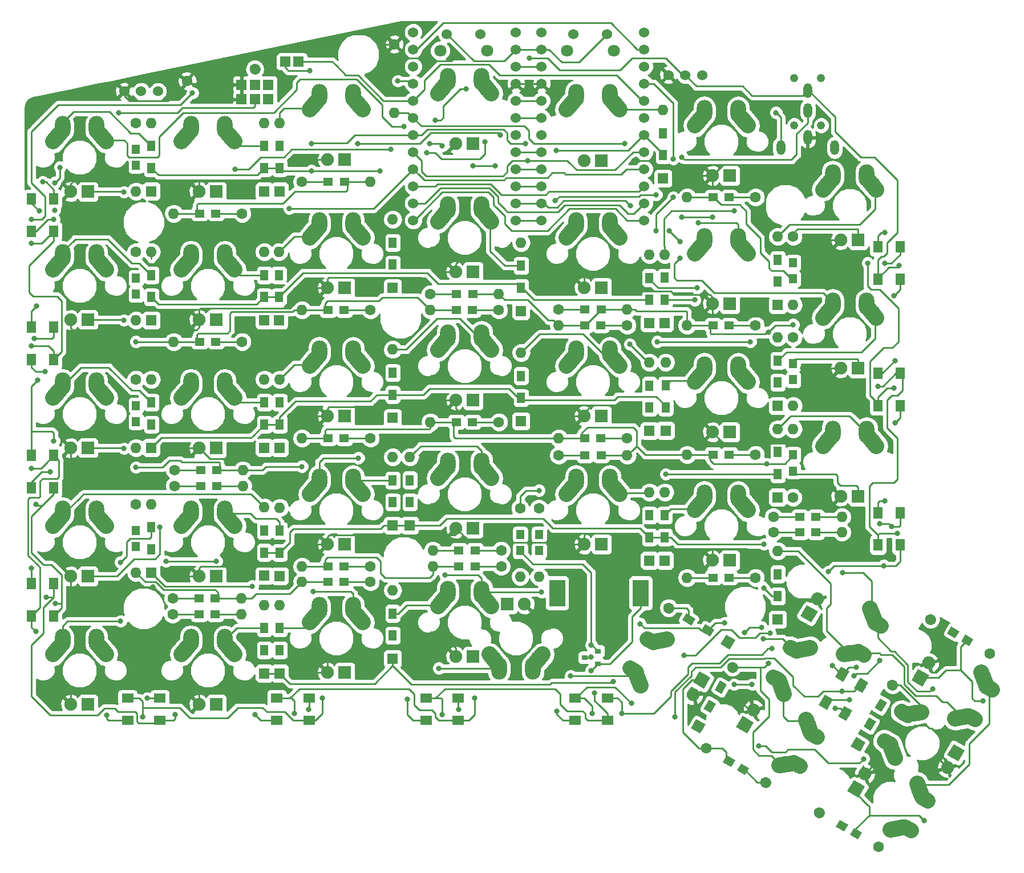
<source format=gbl>
G04 #@! TF.GenerationSoftware,KiCad,Pcbnew,(5.0.0)*
G04 #@! TF.CreationDate,2018-11-09T01:29:58+09:00*
G04 #@! TF.ProjectId,ergodash,6572676F646173682E6B696361645F70,2.0*
G04 #@! TF.SameCoordinates,Original*
G04 #@! TF.FileFunction,Copper,L2,Bot,Signal*
G04 #@! TF.FilePolarity,Positive*
%FSLAX46Y46*%
G04 Gerber Fmt 4.6, Leading zero omitted, Abs format (unit mm)*
G04 Created by KiCad (PCBNEW (5.0.0)) date 11/09/18 01:29:58*
%MOMM*%
%LPD*%
G01*
G04 APERTURE LIST*
G04 #@! TA.AperFunction,ComponentPad*
%ADD10R,1.200000X1.400000*%
G04 #@! TD*
G04 #@! TA.AperFunction,ComponentPad*
%ADD11C,1.600000*%
G04 #@! TD*
G04 #@! TA.AperFunction,ComponentPad*
%ADD12O,1.600000X1.600000*%
G04 #@! TD*
G04 #@! TA.AperFunction,ComponentPad*
%ADD13C,1.200000*%
G04 #@! TD*
G04 #@! TA.AperFunction,Conductor*
%ADD14C,0.100000*%
G04 #@! TD*
G04 #@! TA.AperFunction,Conductor*
%ADD15C,1.600000*%
G04 #@! TD*
G04 #@! TA.AperFunction,ComponentPad*
%ADD16R,1.400000X1.200000*%
G04 #@! TD*
G04 #@! TA.AperFunction,WasherPad*
%ADD17C,1.210000*%
G04 #@! TD*
G04 #@! TA.AperFunction,ComponentPad*
%ADD18O,1.300000X2.200000*%
G04 #@! TD*
G04 #@! TA.AperFunction,ComponentPad*
%ADD19C,2.400000*%
G04 #@! TD*
G04 #@! TA.AperFunction,Conductor*
%ADD20C,2.400000*%
G04 #@! TD*
G04 #@! TA.AperFunction,ComponentPad*
%ADD21O,2.300000X3.337000*%
G04 #@! TD*
G04 #@! TA.AperFunction,ComponentPad*
%ADD22C,2.300000*%
G04 #@! TD*
G04 #@! TA.AperFunction,Conductor*
%ADD23C,2.300000*%
G04 #@! TD*
G04 #@! TA.AperFunction,SMDPad,CuDef*
%ADD24R,2.400000X4.000000*%
G04 #@! TD*
G04 #@! TA.AperFunction,ComponentPad*
%ADD25C,1.800000*%
G04 #@! TD*
G04 #@! TA.AperFunction,ComponentPad*
%ADD26C,1.524000*%
G04 #@! TD*
G04 #@! TA.AperFunction,ComponentPad*
%ADD27R,1.524000X1.524000*%
G04 #@! TD*
G04 #@! TA.AperFunction,ComponentPad*
%ADD28C,1.905000*%
G04 #@! TD*
G04 #@! TA.AperFunction,ComponentPad*
%ADD29R,1.905000X1.905000*%
G04 #@! TD*
G04 #@! TA.AperFunction,SMDPad,CuDef*
%ADD30R,0.900000X0.800000*%
G04 #@! TD*
G04 #@! TA.AperFunction,ComponentPad*
%ADD31R,1.200000X1.600000*%
G04 #@! TD*
G04 #@! TA.AperFunction,ComponentPad*
%ADD32R,1.600000X1.600000*%
G04 #@! TD*
G04 #@! TA.AperFunction,SMDPad,CuDef*
%ADD33R,1.400000X1.800000*%
G04 #@! TD*
G04 #@! TA.AperFunction,SMDPad,CuDef*
%ADD34R,1.800000X1.400000*%
G04 #@! TD*
G04 #@! TA.AperFunction,SMDPad,CuDef*
%ADD35C,1.400000*%
G04 #@! TD*
G04 #@! TA.AperFunction,ViaPad*
%ADD36C,0.800000*%
G04 #@! TD*
G04 #@! TA.AperFunction,Conductor*
%ADD37C,0.254000*%
G04 #@! TD*
G04 APERTURE END LIST*
D10*
G04 #@! TO.P,R40,2*
G04 #@! TO.N,Net-(M1-Pad2)*
X155194000Y-116409000D03*
D11*
G04 #@! TO.P,R40,1*
G04 #@! TO.N,/Audio*
X155194000Y-110109000D03*
D12*
G04 #@! TO.P,R40,2*
G04 #@! TO.N,Net-(M1-Pad2)*
X155194000Y-120269000D03*
D10*
G04 #@! TO.P,R40,1*
G04 #@! TO.N,/Audio*
X155194000Y-114009000D03*
G04 #@! TD*
G04 #@! TO.P,R25,2*
G04 #@! TO.N,Net-(Q1-Pad3)*
X192913000Y-102158000D03*
D11*
G04 #@! TO.P,R25,1*
G04 #@! TO.N,Net-(D55-Pad1)*
X192913000Y-108458000D03*
D12*
G04 #@! TO.P,R25,2*
G04 #@! TO.N,Net-(Q1-Pad3)*
X192913000Y-98298000D03*
D10*
G04 #@! TO.P,R25,1*
G04 #@! TO.N,Net-(D55-Pad1)*
X192913000Y-104558000D03*
G04 #@! TD*
D13*
G04 #@! TO.P,R37,2*
G04 #@! TO.N,Net-(Q1-Pad3)*
X216662000Y-128524000D03*
D14*
G04 #@! TD*
G04 #@! TO.N,Net-(Q1-Pad3)*
G04 #@! TO.C,R37*
G36*
X217568218Y-128354385D02*
X216968218Y-129393615D01*
X215755782Y-128693615D01*
X216355782Y-127654385D01*
X217568218Y-128354385D01*
X217568218Y-128354385D01*
G37*
D11*
G04 #@! TO.P,R37,1*
G04 #@! TO.N,Net-(D70-Pad1)*
X222117960Y-131674000D03*
G04 #@! TO.P,R37,2*
G04 #@! TO.N,Net-(Q1-Pad3)*
X213319142Y-126594000D03*
D15*
G04 #@! TD*
G04 #@! TO.N,Net-(Q1-Pad3)*
G04 #@! TO.C,R37*
X213319142Y-126594000D02*
X213319142Y-126594000D01*
D13*
G04 #@! TO.P,R37,1*
G04 #@! TO.N,Net-(D70-Pad1)*
X218740461Y-129724000D03*
D14*
G04 #@! TD*
G04 #@! TO.N,Net-(D70-Pad1)*
G04 #@! TO.C,R37*
G36*
X219646679Y-129554385D02*
X219046679Y-130593615D01*
X217834243Y-129893615D01*
X218434243Y-128854385D01*
X219646679Y-129554385D01*
X219646679Y-129554385D01*
G37*
D10*
G04 #@! TO.P,R13,2*
G04 #@! TO.N,Net-(Q1-Pad1)*
X152400000Y-116388000D03*
D11*
G04 #@! TO.P,R13,1*
G04 #@! TO.N,/Backlight*
X152400000Y-110088000D03*
D12*
G04 #@! TO.P,R13,2*
G04 #@! TO.N,Net-(Q1-Pad1)*
X152400000Y-120248000D03*
D10*
G04 #@! TO.P,R13,1*
G04 #@! TO.N,/Backlight*
X152400000Y-113988000D03*
G04 #@! TD*
G04 #@! TO.P,R3,2*
G04 #@! TO.N,Net-(Q1-Pad3)*
X95377000Y-59132000D03*
D11*
G04 #@! TO.P,R3,1*
G04 #@! TO.N,Net-(D35-Pad1)*
X95377000Y-52832000D03*
D12*
G04 #@! TO.P,R3,2*
G04 #@! TO.N,Net-(Q1-Pad3)*
X95377000Y-62992000D03*
D10*
G04 #@! TO.P,R3,1*
G04 #@! TO.N,Net-(D35-Pad1)*
X95377000Y-56732000D03*
G04 #@! TD*
D16*
G04 #@! TO.P,R4,2*
G04 #@! TO.N,Net-(Q1-Pad3)*
X104825000Y-66294000D03*
D11*
G04 #@! TO.P,R4,1*
G04 #@! TO.N,Net-(D36-Pad1)*
X111125000Y-66294000D03*
D12*
G04 #@! TO.P,R4,2*
G04 #@! TO.N,Net-(Q1-Pad3)*
X100965000Y-66294000D03*
D16*
G04 #@! TO.P,R4,1*
G04 #@! TO.N,Net-(D36-Pad1)*
X107225000Y-66294000D03*
G04 #@! TD*
G04 #@! TO.P,R5,2*
G04 #@! TO.N,Net-(Q1-Pad3)*
X126315000Y-61595000D03*
D11*
G04 #@! TO.P,R5,1*
G04 #@! TO.N,Net-(D37-Pad1)*
X120015000Y-61595000D03*
D12*
G04 #@! TO.P,R5,2*
G04 #@! TO.N,Net-(Q1-Pad3)*
X130175000Y-61595000D03*
D16*
G04 #@! TO.P,R5,1*
G04 #@! TO.N,Net-(D37-Pad1)*
X123915000Y-61595000D03*
G04 #@! TD*
G04 #@! TO.P,R6,2*
G04 #@! TO.N,Net-(Q1-Pad3)*
X145365000Y-78232000D03*
D11*
G04 #@! TO.P,R6,1*
G04 #@! TO.N,Net-(D38-Pad1)*
X139065000Y-78232000D03*
D12*
G04 #@! TO.P,R6,2*
G04 #@! TO.N,Net-(Q1-Pad3)*
X149225000Y-78232000D03*
D16*
G04 #@! TO.P,R6,1*
G04 #@! TO.N,Net-(D38-Pad1)*
X142965000Y-78232000D03*
G04 #@! TD*
G04 #@! TO.P,R7,2*
G04 #@! TO.N,Net-(Q1-Pad3)*
X164415000Y-80518000D03*
D11*
G04 #@! TO.P,R7,1*
G04 #@! TO.N,Net-(D39-Pad1)*
X158115000Y-80518000D03*
D12*
G04 #@! TO.P,R7,2*
G04 #@! TO.N,Net-(Q1-Pad3)*
X168275000Y-80518000D03*
D16*
G04 #@! TO.P,R7,1*
G04 #@! TO.N,Net-(D39-Pad1)*
X162015000Y-80518000D03*
G04 #@! TD*
G04 #@! TO.P,R8,2*
G04 #@! TO.N,Net-(Q1-Pad3)*
X181025000Y-63881000D03*
D11*
G04 #@! TO.P,R8,1*
G04 #@! TO.N,Net-(D40-Pad1)*
X187325000Y-63881000D03*
D12*
G04 #@! TO.P,R8,2*
G04 #@! TO.N,Net-(Q1-Pad3)*
X177165000Y-63881000D03*
D16*
G04 #@! TO.P,R8,1*
G04 #@! TO.N,Net-(D40-Pad1)*
X183425000Y-63881000D03*
G04 #@! TD*
D10*
G04 #@! TO.P,R9,2*
G04 #@! TO.N,Net-(Q1-Pad3)*
X192913000Y-76023000D03*
D11*
G04 #@! TO.P,R9,1*
G04 #@! TO.N,Net-(D41-Pad1)*
X192913000Y-69723000D03*
D12*
G04 #@! TO.P,R9,2*
G04 #@! TO.N,Net-(Q1-Pad3)*
X192913000Y-79883000D03*
D10*
G04 #@! TO.P,R9,1*
G04 #@! TO.N,Net-(D41-Pad1)*
X192913000Y-73623000D03*
G04 #@! TD*
G04 #@! TO.P,R10,2*
G04 #@! TO.N,Net-(Q1-Pad3)*
X95377000Y-78309000D03*
D11*
G04 #@! TO.P,R10,1*
G04 #@! TO.N,Net-(D42-Pad1)*
X95377000Y-72009000D03*
D12*
G04 #@! TO.P,R10,2*
G04 #@! TO.N,Net-(Q1-Pad3)*
X95377000Y-82169000D03*
D10*
G04 #@! TO.P,R10,1*
G04 #@! TO.N,Net-(D42-Pad1)*
X95377000Y-75909000D03*
G04 #@! TD*
D16*
G04 #@! TO.P,R11,2*
G04 #@! TO.N,Net-(Q1-Pad3)*
X104825000Y-85344000D03*
D11*
G04 #@! TO.P,R11,1*
G04 #@! TO.N,Net-(D43-Pad1)*
X111125000Y-85344000D03*
D12*
G04 #@! TO.P,R11,2*
G04 #@! TO.N,Net-(Q1-Pad3)*
X100965000Y-85344000D03*
D16*
G04 #@! TO.P,R11,1*
G04 #@! TO.N,Net-(D43-Pad1)*
X107225000Y-85344000D03*
G04 #@! TD*
G04 #@! TO.P,R12,2*
G04 #@! TO.N,Net-(Q1-Pad3)*
X123875000Y-80645000D03*
D11*
G04 #@! TO.P,R12,1*
G04 #@! TO.N,Net-(D44-Pad1)*
X130175000Y-80645000D03*
D12*
G04 #@! TO.P,R12,2*
G04 #@! TO.N,Net-(Q1-Pad3)*
X120015000Y-80645000D03*
D16*
G04 #@! TO.P,R12,1*
G04 #@! TO.N,Net-(D44-Pad1)*
X126275000Y-80645000D03*
G04 #@! TD*
G04 #@! TO.P,R15,2*
G04 #@! TO.N,Net-(Q1-Pad3)*
X142925000Y-80645000D03*
D11*
G04 #@! TO.P,R15,1*
G04 #@! TO.N,Net-(D45-Pad1)*
X149225000Y-80645000D03*
D12*
G04 #@! TO.P,R15,2*
G04 #@! TO.N,Net-(Q1-Pad3)*
X139065000Y-80645000D03*
D16*
G04 #@! TO.P,R15,1*
G04 #@! TO.N,Net-(D45-Pad1)*
X145325000Y-80645000D03*
G04 #@! TD*
G04 #@! TO.P,R16,2*
G04 #@! TO.N,Net-(Q1-Pad3)*
X161975000Y-82931000D03*
D11*
G04 #@! TO.P,R16,1*
G04 #@! TO.N,Net-(D46-Pad1)*
X168275000Y-82931000D03*
D12*
G04 #@! TO.P,R16,2*
G04 #@! TO.N,Net-(Q1-Pad3)*
X158115000Y-82931000D03*
D16*
G04 #@! TO.P,R16,1*
G04 #@! TO.N,Net-(D46-Pad1)*
X164375000Y-82931000D03*
G04 #@! TD*
G04 #@! TO.P,R17,2*
G04 #@! TO.N,Net-(Q1-Pad3)*
X181025000Y-82931000D03*
D11*
G04 #@! TO.P,R17,1*
G04 #@! TO.N,Net-(D47-Pad1)*
X187325000Y-82931000D03*
D12*
G04 #@! TO.P,R17,2*
G04 #@! TO.N,Net-(Q1-Pad3)*
X177165000Y-82931000D03*
D16*
G04 #@! TO.P,R17,1*
G04 #@! TO.N,Net-(D47-Pad1)*
X183425000Y-82931000D03*
G04 #@! TD*
D10*
G04 #@! TO.P,R18,2*
G04 #@! TO.N,Net-(Q1-Pad3)*
X192913000Y-91009000D03*
D11*
G04 #@! TO.P,R18,1*
G04 #@! TO.N,Net-(D48-Pad1)*
X192913000Y-84709000D03*
D12*
G04 #@! TO.P,R18,2*
G04 #@! TO.N,Net-(Q1-Pad3)*
X192913000Y-94869000D03*
D10*
G04 #@! TO.P,R18,1*
G04 #@! TO.N,Net-(D48-Pad1)*
X192913000Y-88609000D03*
G04 #@! TD*
G04 #@! TO.P,R19,2*
G04 #@! TO.N,Net-(Q1-Pad3)*
X95377000Y-97232000D03*
D11*
G04 #@! TO.P,R19,1*
G04 #@! TO.N,Net-(D49-Pad1)*
X95377000Y-90932000D03*
D12*
G04 #@! TO.P,R19,2*
G04 #@! TO.N,Net-(Q1-Pad3)*
X95377000Y-101092000D03*
D10*
G04 #@! TO.P,R19,1*
G04 #@! TO.N,Net-(D49-Pad1)*
X95377000Y-94832000D03*
G04 #@! TD*
D16*
G04 #@! TO.P,R20,2*
G04 #@! TO.N,Net-(Q1-Pad3)*
X107392000Y-104394000D03*
D11*
G04 #@! TO.P,R20,1*
G04 #@! TO.N,Net-(D50-Pad1)*
X101092000Y-104394000D03*
D12*
G04 #@! TO.P,R20,2*
G04 #@! TO.N,Net-(Q1-Pad3)*
X111252000Y-104394000D03*
D16*
G04 #@! TO.P,R20,1*
G04 #@! TO.N,Net-(D50-Pad1)*
X104992000Y-104394000D03*
G04 #@! TD*
G04 #@! TO.P,R21,2*
G04 #@! TO.N,Net-(Q1-Pad3)*
X123875000Y-99695000D03*
D11*
G04 #@! TO.P,R21,1*
G04 #@! TO.N,Net-(D51-Pad1)*
X130175000Y-99695000D03*
D12*
G04 #@! TO.P,R21,2*
G04 #@! TO.N,Net-(Q1-Pad3)*
X120015000Y-99695000D03*
D16*
G04 #@! TO.P,R21,1*
G04 #@! TO.N,Net-(D51-Pad1)*
X126275000Y-99695000D03*
G04 #@! TD*
G04 #@! TO.P,R22,2*
G04 #@! TO.N,Net-(Q1-Pad3)*
X142925000Y-97282000D03*
D11*
G04 #@! TO.P,R22,1*
G04 #@! TO.N,Net-(D52-Pad1)*
X149225000Y-97282000D03*
D12*
G04 #@! TO.P,R22,2*
G04 #@! TO.N,Net-(Q1-Pad3)*
X139065000Y-97282000D03*
D16*
G04 #@! TO.P,R22,1*
G04 #@! TO.N,Net-(D52-Pad1)*
X145325000Y-97282000D03*
G04 #@! TD*
G04 #@! TO.P,R23,2*
G04 #@! TO.N,Net-(Q1-Pad3)*
X161975000Y-99695000D03*
D11*
G04 #@! TO.P,R23,1*
G04 #@! TO.N,Net-(D53-Pad1)*
X168275000Y-99695000D03*
D12*
G04 #@! TO.P,R23,2*
G04 #@! TO.N,Net-(Q1-Pad3)*
X158115000Y-99695000D03*
D16*
G04 #@! TO.P,R23,1*
G04 #@! TO.N,Net-(D53-Pad1)*
X164375000Y-99695000D03*
G04 #@! TD*
G04 #@! TO.P,R24,2*
G04 #@! TO.N,Net-(Q1-Pad3)*
X181025000Y-102108000D03*
D11*
G04 #@! TO.P,R24,1*
G04 #@! TO.N,Net-(D54-Pad1)*
X187325000Y-102108000D03*
D12*
G04 #@! TO.P,R24,2*
G04 #@! TO.N,Net-(Q1-Pad3)*
X177165000Y-102108000D03*
D16*
G04 #@! TO.P,R24,1*
G04 #@! TO.N,Net-(D54-Pad1)*
X183425000Y-102108000D03*
G04 #@! TD*
G04 #@! TO.P,R26,2*
G04 #@! TO.N,Net-(Q1-Pad3)*
X107392000Y-106807000D03*
D11*
G04 #@! TO.P,R26,1*
G04 #@! TO.N,Net-(D56-Pad1)*
X101092000Y-106807000D03*
D12*
G04 #@! TO.P,R26,2*
G04 #@! TO.N,Net-(Q1-Pad3)*
X111252000Y-106807000D03*
D16*
G04 #@! TO.P,R26,1*
G04 #@! TO.N,Net-(D56-Pad1)*
X104992000Y-106807000D03*
G04 #@! TD*
D10*
G04 #@! TO.P,R27,2*
G04 #@! TO.N,Net-(Q1-Pad3)*
X95377000Y-115774000D03*
D11*
G04 #@! TO.P,R27,1*
G04 #@! TO.N,Net-(D57-Pad1)*
X95377000Y-109474000D03*
D12*
G04 #@! TO.P,R27,2*
G04 #@! TO.N,Net-(Q1-Pad3)*
X95377000Y-119634000D03*
D10*
G04 #@! TO.P,R27,1*
G04 #@! TO.N,Net-(D57-Pad1)*
X95377000Y-113374000D03*
G04 #@! TD*
D16*
G04 #@! TO.P,R28,2*
G04 #@! TO.N,Net-(Q1-Pad3)*
X123875000Y-118745000D03*
D11*
G04 #@! TO.P,R28,1*
G04 #@! TO.N,Net-(D58-Pad1)*
X130175000Y-118745000D03*
D12*
G04 #@! TO.P,R28,2*
G04 #@! TO.N,Net-(Q1-Pad3)*
X120015000Y-118745000D03*
D16*
G04 #@! TO.P,R28,1*
G04 #@! TO.N,Net-(D58-Pad1)*
X126275000Y-118745000D03*
G04 #@! TD*
G04 #@! TO.P,R29,2*
G04 #@! TO.N,Net-(Q1-Pad3)*
X143306000Y-116332000D03*
D11*
G04 #@! TO.P,R29,1*
G04 #@! TO.N,Net-(D59-Pad1)*
X149606000Y-116332000D03*
D12*
G04 #@! TO.P,R29,2*
G04 #@! TO.N,Net-(Q1-Pad3)*
X139446000Y-116332000D03*
D16*
G04 #@! TO.P,R29,1*
G04 #@! TO.N,Net-(D59-Pad1)*
X145706000Y-116332000D03*
G04 #@! TD*
G04 #@! TO.P,R30,2*
G04 #@! TO.N,Net-(Q1-Pad3)*
X164415000Y-102235000D03*
D11*
G04 #@! TO.P,R30,1*
G04 #@! TO.N,Net-(D60-Pad1)*
X158115000Y-102235000D03*
D12*
G04 #@! TO.P,R30,2*
G04 #@! TO.N,Net-(Q1-Pad3)*
X168275000Y-102235000D03*
D16*
G04 #@! TO.P,R30,1*
G04 #@! TO.N,Net-(D60-Pad1)*
X162015000Y-102235000D03*
G04 #@! TD*
G04 #@! TO.P,R31,2*
G04 #@! TO.N,Net-(Q1-Pad3)*
X181025000Y-120396000D03*
D11*
G04 #@! TO.P,R31,1*
G04 #@! TO.N,Net-(D61-Pad1)*
X187325000Y-120396000D03*
D12*
G04 #@! TO.P,R31,2*
G04 #@! TO.N,Net-(Q1-Pad3)*
X177165000Y-120396000D03*
D16*
G04 #@! TO.P,R31,1*
G04 #@! TO.N,Net-(D61-Pad1)*
X183425000Y-120396000D03*
G04 #@! TD*
D13*
G04 #@! TO.P,R32,2*
G04 #@! TO.N,Net-(Q1-Pad3)*
X185475172Y-148872000D03*
D14*
G04 #@! TD*
G04 #@! TO.N,Net-(Q1-Pad3)*
G04 #@! TO.C,R32*
G36*
X184568954Y-149041615D02*
X185168954Y-148002385D01*
X186381390Y-148702385D01*
X185781390Y-149741615D01*
X184568954Y-149041615D01*
X184568954Y-149041615D01*
G37*
D11*
G04 #@! TO.P,R32,1*
G04 #@! TO.N,Net-(D62-Pad1)*
X180019212Y-145722000D03*
G04 #@! TO.P,R32,2*
G04 #@! TO.N,Net-(Q1-Pad3)*
X188818030Y-150802000D03*
D15*
G04 #@! TD*
G04 #@! TO.N,Net-(Q1-Pad3)*
G04 #@! TO.C,R32*
X188818030Y-150802000D02*
X188818030Y-150802000D01*
D13*
G04 #@! TO.P,R32,1*
G04 #@! TO.N,Net-(D62-Pad1)*
X183396711Y-147672000D03*
D14*
G04 #@! TD*
G04 #@! TO.N,Net-(D62-Pad1)*
G04 #@! TO.C,R32*
G36*
X182490493Y-147841615D02*
X183090493Y-146802385D01*
X184302929Y-147502385D01*
X183702929Y-148541615D01*
X182490493Y-147841615D01*
X182490493Y-147841615D01*
G37*
D16*
G04 #@! TO.P,R33,2*
G04 #@! TO.N,Net-(Q1-Pad3)*
X107138000Y-123444000D03*
D11*
G04 #@! TO.P,R33,1*
G04 #@! TO.N,Net-(D63-Pad1)*
X100838000Y-123444000D03*
D12*
G04 #@! TO.P,R33,2*
G04 #@! TO.N,Net-(Q1-Pad3)*
X110998000Y-123444000D03*
D16*
G04 #@! TO.P,R33,1*
G04 #@! TO.N,Net-(D63-Pad1)*
X104738000Y-123444000D03*
G04 #@! TD*
G04 #@! TO.P,R34,2*
G04 #@! TO.N,Net-(Q1-Pad3)*
X107138000Y-125857000D03*
D11*
G04 #@! TO.P,R34,1*
G04 #@! TO.N,Net-(D64-Pad1)*
X100838000Y-125857000D03*
D12*
G04 #@! TO.P,R34,2*
G04 #@! TO.N,Net-(Q1-Pad3)*
X110998000Y-125857000D03*
D16*
G04 #@! TO.P,R34,1*
G04 #@! TO.N,Net-(D64-Pad1)*
X104738000Y-125857000D03*
G04 #@! TD*
G04 #@! TO.P,R35,2*
G04 #@! TO.N,Net-(Q1-Pad3)*
X123875000Y-121031000D03*
D11*
G04 #@! TO.P,R35,1*
G04 #@! TO.N,Net-(D65-Pad1)*
X130175000Y-121031000D03*
D12*
G04 #@! TO.P,R35,2*
G04 #@! TO.N,Net-(Q1-Pad3)*
X120015000Y-121031000D03*
D16*
G04 #@! TO.P,R35,1*
G04 #@! TO.N,Net-(D65-Pad1)*
X126275000Y-121031000D03*
G04 #@! TD*
G04 #@! TO.P,R36,2*
G04 #@! TO.N,Net-(Q1-Pad3)*
X143306000Y-118745000D03*
D11*
G04 #@! TO.P,R36,1*
G04 #@! TO.N,Net-(D66-Pad1)*
X149606000Y-118745000D03*
D12*
G04 #@! TO.P,R36,2*
G04 #@! TO.N,Net-(Q1-Pad3)*
X139446000Y-118745000D03*
D16*
G04 #@! TO.P,R36,1*
G04 #@! TO.N,Net-(D66-Pad1)*
X145706000Y-118745000D03*
G04 #@! TD*
G04 #@! TO.P,R14,2*
G04 #@! TO.N,Net-(Q1-Pad3)*
X196292000Y-111379000D03*
D11*
G04 #@! TO.P,R14,1*
G04 #@! TO.N,Net-(D69-Pad1)*
X189992000Y-111379000D03*
D12*
G04 #@! TO.P,R14,2*
G04 #@! TO.N,Net-(Q1-Pad3)*
X200152000Y-111379000D03*
D16*
G04 #@! TO.P,R14,1*
G04 #@! TO.N,Net-(D69-Pad1)*
X193892000Y-111379000D03*
G04 #@! TD*
G04 #@! TO.P,R38,2*
G04 #@! TO.N,Net-(Q1-Pad3)*
X196292000Y-113665000D03*
D11*
G04 #@! TO.P,R38,1*
G04 #@! TO.N,Net-(D71-Pad1)*
X189992000Y-113665000D03*
D12*
G04 #@! TO.P,R38,2*
G04 #@! TO.N,Net-(Q1-Pad3)*
X200152000Y-113665000D03*
D16*
G04 #@! TO.P,R38,1*
G04 #@! TO.N,Net-(D71-Pad1)*
X193892000Y-113665000D03*
G04 #@! TD*
D13*
G04 #@! TO.P,R39,2*
G04 #@! TO.N,Net-(Q1-Pad3)*
X200157040Y-157251000D03*
D14*
G04 #@! TD*
G04 #@! TO.N,Net-(Q1-Pad3)*
G04 #@! TO.C,R39*
G36*
X201063258Y-157081385D02*
X200463258Y-158120615D01*
X199250822Y-157420615D01*
X199850822Y-156381385D01*
X201063258Y-157081385D01*
X201063258Y-157081385D01*
G37*
D11*
G04 #@! TO.P,R39,1*
G04 #@! TO.N,Net-(D72-Pad1)*
X205613000Y-160401000D03*
G04 #@! TO.P,R39,2*
G04 #@! TO.N,Net-(Q1-Pad3)*
X196814182Y-155321000D03*
D15*
G04 #@! TD*
G04 #@! TO.N,Net-(Q1-Pad3)*
G04 #@! TO.C,R39*
X196814182Y-155321000D02*
X196814182Y-155321000D01*
D13*
G04 #@! TO.P,R39,1*
G04 #@! TO.N,Net-(D72-Pad1)*
X202235501Y-158451000D03*
D14*
G04 #@! TD*
G04 #@! TO.N,Net-(D72-Pad1)*
G04 #@! TO.C,R39*
G36*
X203141719Y-158281385D02*
X202541719Y-159320615D01*
X201329283Y-158620615D01*
X201929283Y-157581385D01*
X203141719Y-158281385D01*
X203141719Y-158281385D01*
G37*
D17*
G04 #@! TO.P,J1,*
G04 #@! TO.N,*
X197072000Y-53204000D03*
X193072000Y-53204000D03*
D18*
G04 #@! TO.P,J1,2*
G04 #@! TO.N,/xtradata*
X195072000Y-48004000D03*
G04 #@! TO.P,J1,5*
G04 #@! TO.N,GND*
X199072000Y-56504000D03*
G04 #@! TO.P,J1,1*
G04 #@! TO.N,VCC*
X195072000Y-55004000D03*
G04 #@! TO.P,J1,4*
G04 #@! TO.N,GND*
X191072000Y-56504000D03*
G04 #@! TO.P,J1,3*
G04 #@! TO.N,/sda/uart*
X195072000Y-51004000D03*
D17*
G04 #@! TO.P,J1,*
G04 #@! TO.N,*
X193072000Y-46204000D03*
X197072000Y-46204000D03*
G04 #@! TD*
D19*
G04 #@! TO.P,SW8,1*
G04 #@! TO.N,/col1*
X102684951Y-112049269D03*
D20*
G04 #@! TD*
G04 #@! TO.N,/col1*
G04 #@! TO.C,SW8*
X102106442Y-112738709D02*
X103263460Y-111359829D01*
D19*
G04 #@! TO.P,SW8,2*
G04 #@! TO.N,Net-(D8-Pad2)*
X109405049Y-112049269D03*
D20*
G04 #@! TD*
G04 #@! TO.N,Net-(D8-Pad2)*
G04 #@! TO.C,SW8*
X108826540Y-111359829D02*
X109983558Y-112738709D01*
D21*
G04 #@! TO.P,SW8,2*
G04 #@! TO.N,Net-(D8-Pad2)*
X108565000Y-110625500D03*
G04 #@! TO.P,SW8,1*
G04 #@! TO.N,/col1*
X103525000Y-110625500D03*
G04 #@! TD*
D12*
G04 #@! TO.P,R2,2*
G04 #@! TO.N,/sda/uart*
X133731000Y-51308000D03*
D11*
G04 #@! TO.P,R2,1*
G04 #@! TO.N,VCC*
X133731000Y-41148000D03*
G04 #@! TD*
G04 #@! TO.P,R1,2*
G04 #@! TO.N,/scl*
X113002647Y-44844735D03*
D15*
G04 #@! TD*
G04 #@! TO.N,/scl*
G04 #@! TO.C,R1*
X113002647Y-44844735D02*
X113002647Y-44844735D01*
D11*
G04 #@! TO.P,R1,1*
G04 #@! TO.N,VCC*
X102997000Y-46609000D03*
G04 #@! TD*
D19*
G04 #@! TO.P,SW34,1*
G04 #@! TO.N,/col4*
X169947881Y-135547022D03*
D20*
G04 #@! TD*
G04 #@! TO.N,/col4*
G04 #@! TO.C,SW34*
X170255699Y-136392745D02*
X169640063Y-134701299D01*
D19*
G04 #@! TO.P,SW34,2*
G04 #@! TO.N,Net-(D33-Pad2)*
X173307930Y-129727247D03*
D20*
G04 #@! TD*
G04 #@! TO.N,Net-(D33-Pad2)*
G04 #@! TO.C,SW34*
X172421603Y-129883530D02*
X174194257Y-129570964D01*
D22*
G04 #@! TO.P,SW34,2*
G04 #@! TO.N,Net-(D33-Pad2)*
X171654886Y-129742866D03*
D23*
G04 #@! TD*
G04 #@! TO.N,Net-(D33-Pad2)*
G04 #@! TO.C,SW34*
X171205852Y-129483616D02*
X172103920Y-130002116D01*
D22*
G04 #@! TO.P,SW34,1*
G04 #@! TO.N,/col4*
X169134886Y-134107634D03*
D23*
G04 #@! TD*
G04 #@! TO.N,/col4*
G04 #@! TO.C,SW34*
X168685852Y-133848384D02*
X169583920Y-134366884D01*
D19*
G04 #@! TO.P,SW38,1*
G04 #@! TO.N,/col3*
X155125049Y-132489231D03*
D20*
G04 #@! TD*
G04 #@! TO.N,/col3*
G04 #@! TO.C,SW38*
X155703558Y-131799791D02*
X154546540Y-133178671D01*
D19*
G04 #@! TO.P,SW38,2*
G04 #@! TO.N,Net-(D32-Pad2)*
X148404951Y-132489231D03*
D20*
G04 #@! TD*
G04 #@! TO.N,Net-(D32-Pad2)*
G04 #@! TO.C,SW38*
X148983460Y-133178671D02*
X147826442Y-131799791D01*
D21*
G04 #@! TO.P,SW38,2*
G04 #@! TO.N,Net-(D32-Pad2)*
X149245000Y-133913000D03*
G04 #@! TO.P,SW38,1*
G04 #@! TO.N,/col3*
X154285000Y-133913000D03*
G04 #@! TD*
D24*
G04 #@! TO.P,M1,1*
G04 #@! TO.N,GND*
X170284000Y-122682000D03*
G04 #@! TO.P,M1,2*
G04 #@! TO.N,Net-(M1-Pad2)*
X157884000Y-122682000D03*
G04 #@! TD*
D25*
G04 #@! TO.P,SW29,3*
G04 #@! TO.N,N/C*
X166314000Y-42124000D03*
X159314000Y-42124000D03*
D26*
G04 #@! TO.P,SW29,2*
G04 #@! TO.N,GND*
X165314000Y-39624000D03*
G04 #@! TO.P,SW29,1*
G04 #@! TO.N,/rst*
X160314000Y-39624000D03*
G04 #@! TD*
D25*
G04 #@! TO.P,SW37,3*
G04 #@! TO.N,N/C*
X140518000Y-42124000D03*
X147518000Y-42124000D03*
D26*
G04 #@! TO.P,SW37,2*
G04 #@! TO.N,GND*
X141518000Y-39624000D03*
G04 #@! TO.P,SW37,1*
G04 #@! TO.N,/rst*
X146518000Y-39624000D03*
G04 #@! TD*
D19*
G04 #@! TO.P,SW33,1*
G04 #@! TO.N,/col3*
X147505049Y-123955519D03*
D20*
G04 #@! TD*
G04 #@! TO.N,/col3*
G04 #@! TO.C,SW33*
X148083558Y-124644959D02*
X146926540Y-123266079D01*
D19*
G04 #@! TO.P,SW33,2*
G04 #@! TO.N,Net-(D32-Pad2)*
X140784951Y-123955519D03*
D20*
G04 #@! TD*
G04 #@! TO.N,Net-(D32-Pad2)*
G04 #@! TO.C,SW33*
X141363460Y-123266079D02*
X140206442Y-124644959D01*
D21*
G04 #@! TO.P,SW33,2*
G04 #@! TO.N,Net-(D32-Pad2)*
X141625000Y-122531750D03*
G04 #@! TO.P,SW33,1*
G04 #@! TO.N,/col3*
X146665000Y-122531750D03*
G04 #@! TD*
D19*
G04 #@! TO.P,SW12,1*
G04 #@! TO.N,/col2*
X121734951Y-107286769D03*
D20*
G04 #@! TD*
G04 #@! TO.N,/col2*
G04 #@! TO.C,SW12*
X121156442Y-107976209D02*
X122313460Y-106597329D01*
D19*
G04 #@! TO.P,SW12,2*
G04 #@! TO.N,Net-(D12-Pad2)*
X128455049Y-107286769D03*
D20*
G04 #@! TD*
G04 #@! TO.N,Net-(D12-Pad2)*
G04 #@! TO.C,SW12*
X127876540Y-106597329D02*
X129033558Y-107976209D01*
D21*
G04 #@! TO.P,SW12,2*
G04 #@! TO.N,Net-(D12-Pad2)*
X127615000Y-105863000D03*
G04 #@! TO.P,SW12,1*
G04 #@! TO.N,/col2*
X122575000Y-105863000D03*
G04 #@! TD*
D19*
G04 #@! TO.P,SW11,1*
G04 #@! TO.N,/col2*
X128455049Y-88236769D03*
D20*
G04 #@! TD*
G04 #@! TO.N,/col2*
G04 #@! TO.C,SW11*
X129033558Y-88926209D02*
X127876540Y-87547329D01*
D19*
G04 #@! TO.P,SW11,2*
G04 #@! TO.N,Net-(D11-Pad2)*
X121734951Y-88236769D03*
D20*
G04 #@! TD*
G04 #@! TO.N,Net-(D11-Pad2)*
G04 #@! TO.C,SW11*
X122313460Y-87547329D02*
X121156442Y-88926209D01*
D21*
G04 #@! TO.P,SW11,2*
G04 #@! TO.N,Net-(D11-Pad2)*
X122575000Y-86813000D03*
G04 #@! TO.P,SW11,1*
G04 #@! TO.N,/col2*
X127615000Y-86813000D03*
G04 #@! TD*
D19*
G04 #@! TO.P,SW4,1*
G04 #@! TO.N,/col0*
X90355049Y-112049269D03*
D20*
G04 #@! TD*
G04 #@! TO.N,/col0*
G04 #@! TO.C,SW4*
X90933558Y-112738709D02*
X89776540Y-111359829D01*
D19*
G04 #@! TO.P,SW4,2*
G04 #@! TO.N,Net-(D4-Pad2)*
X83634951Y-112049269D03*
D20*
G04 #@! TD*
G04 #@! TO.N,Net-(D4-Pad2)*
G04 #@! TO.C,SW4*
X84213460Y-111359829D02*
X83056442Y-112738709D01*
D21*
G04 #@! TO.P,SW4,2*
G04 #@! TO.N,Net-(D4-Pad2)*
X84475000Y-110625500D03*
G04 #@! TO.P,SW4,1*
G04 #@! TO.N,/col0*
X89515000Y-110625500D03*
G04 #@! TD*
D19*
G04 #@! TO.P,SW1,1*
G04 #@! TO.N,/col0*
X90355049Y-54899269D03*
D20*
G04 #@! TD*
G04 #@! TO.N,/col0*
G04 #@! TO.C,SW1*
X90933558Y-55588709D02*
X89776540Y-54209829D01*
D19*
G04 #@! TO.P,SW1,2*
G04 #@! TO.N,Net-(D1-Pad2)*
X83634951Y-54899269D03*
D20*
G04 #@! TD*
G04 #@! TO.N,Net-(D1-Pad2)*
G04 #@! TO.C,SW1*
X84213460Y-54209829D02*
X83056442Y-55588709D01*
D21*
G04 #@! TO.P,SW1,2*
G04 #@! TO.N,Net-(D1-Pad2)*
X84475000Y-53475500D03*
G04 #@! TO.P,SW1,1*
G04 #@! TO.N,/col0*
X89515000Y-53475500D03*
G04 #@! TD*
D19*
G04 #@! TO.P,SW21,1*
G04 #@! TO.N,/col5*
X178884951Y-52518019D03*
D20*
G04 #@! TD*
G04 #@! TO.N,/col5*
G04 #@! TO.C,SW21*
X178306442Y-53207459D02*
X179463460Y-51828579D01*
D19*
G04 #@! TO.P,SW21,2*
G04 #@! TO.N,Net-(D21-Pad2)*
X185605049Y-52518019D03*
D20*
G04 #@! TD*
G04 #@! TO.N,Net-(D21-Pad2)*
G04 #@! TO.C,SW21*
X185026540Y-51828579D02*
X186183558Y-53207459D01*
D21*
G04 #@! TO.P,SW21,2*
G04 #@! TO.N,Net-(D21-Pad2)*
X184765000Y-51094250D03*
G04 #@! TO.P,SW21,1*
G04 #@! TO.N,/col5*
X179725000Y-51094250D03*
G04 #@! TD*
D26*
G04 #@! TO.P,U6,1*
G04 #@! TO.N,/RBG*
X170815000Y-39370000D03*
G04 #@! TO.P,U6,2*
G04 #@! TO.N,/RX*
X170815000Y-41910000D03*
G04 #@! TO.P,U6,3*
G04 #@! TO.N,GND*
X170815000Y-44450000D03*
G04 #@! TO.P,U6,4*
X170815000Y-46990000D03*
G04 #@! TO.P,U6,5*
G04 #@! TO.N,/scl*
X170815000Y-49530000D03*
G04 #@! TO.P,U6,6*
G04 #@! TO.N,/sda/uart*
X170815000Y-52070000D03*
G04 #@! TO.P,U6,7*
G04 #@! TO.N,/row0*
X170815000Y-54610000D03*
G04 #@! TO.P,U6,8*
G04 #@! TO.N,/Audio*
X170815000Y-57150000D03*
G04 #@! TO.P,U6,9*
G04 #@! TO.N,/row1*
X170815000Y-59690000D03*
G04 #@! TO.P,U6,10*
G04 #@! TO.N,/row2*
X170815000Y-62230000D03*
G04 #@! TO.P,U6,11*
G04 #@! TO.N,/row3*
X170815000Y-64770000D03*
G04 #@! TO.P,U6,12*
G04 #@! TO.N,/row4*
X170815000Y-67310000D03*
G04 #@! TO.P,U6,13*
G04 #@! TO.N,/Backlight*
X155575000Y-67310000D03*
G04 #@! TO.P,U6,14*
G04 #@! TO.N,/col6*
X155575000Y-64770000D03*
G04 #@! TO.P,U6,15*
G04 #@! TO.N,/col5*
X155575000Y-62230000D03*
G04 #@! TO.P,U6,16*
G04 #@! TO.N,/col4*
X155575000Y-59690000D03*
G04 #@! TO.P,U6,17*
G04 #@! TO.N,/col3*
X155575000Y-57150000D03*
G04 #@! TO.P,U6,18*
G04 #@! TO.N,/col2*
X155575000Y-54610000D03*
G04 #@! TO.P,U6,19*
G04 #@! TO.N,/col1*
X155575000Y-52070000D03*
G04 #@! TO.P,U6,20*
G04 #@! TO.N,/col0*
X155575000Y-49530000D03*
G04 #@! TO.P,U6,21*
G04 #@! TO.N,VCC*
X155575000Y-46990000D03*
G04 #@! TO.P,U6,22*
G04 #@! TO.N,/rst*
X155575000Y-44450000D03*
G04 #@! TO.P,U6,23*
G04 #@! TO.N,GND*
X155575000Y-41910000D03*
G04 #@! TO.P,U6,24*
G04 #@! TO.N,N/C*
X155575000Y-39370000D03*
G04 #@! TD*
D27*
G04 #@! TO.P,W1,2*
G04 #@! TO.N,/scl*
X119491000Y-43688000D03*
G04 #@! TO.P,W1,1*
G04 #@! TO.N,/xtradata*
X117491000Y-43688000D03*
G04 #@! TD*
D26*
G04 #@! TO.P,J2,2*
G04 #@! TO.N,/RBG*
X96139000Y-48133000D03*
G04 #@! TO.P,J2,1*
G04 #@! TO.N,VCC*
X93639000Y-48133000D03*
G04 #@! TO.P,J2,3*
G04 #@! TO.N,GND*
X98639000Y-48133000D03*
G04 #@! TD*
G04 #@! TO.P,J3,2*
G04 #@! TO.N,/xtradata*
X176911000Y-45720000D03*
G04 #@! TO.P,J3,1*
G04 #@! TO.N,VCC*
X174411000Y-45720000D03*
G04 #@! TO.P,J3,3*
G04 #@! TO.N,GND*
X179411000Y-45720000D03*
G04 #@! TD*
D28*
G04 #@! TO.P,D35,2*
G04 #@! TO.N,VCC*
X85725000Y-63055500D03*
D29*
G04 #@! TO.P,D35,1*
G04 #@! TO.N,Net-(D35-Pad1)*
X88265000Y-63055500D03*
G04 #@! TD*
D28*
G04 #@! TO.P,D36,2*
G04 #@! TO.N,VCC*
X104775000Y-63055500D03*
D29*
G04 #@! TO.P,D36,1*
G04 #@! TO.N,Net-(D36-Pad1)*
X107315000Y-63055500D03*
G04 #@! TD*
D28*
G04 #@! TO.P,D37,2*
G04 #@! TO.N,VCC*
X123825000Y-58293000D03*
D29*
G04 #@! TO.P,D37,1*
G04 #@! TO.N,Net-(D37-Pad1)*
X126365000Y-58293000D03*
G04 #@! TD*
D28*
G04 #@! TO.P,D38,2*
G04 #@! TO.N,VCC*
X142875000Y-55911750D03*
D29*
G04 #@! TO.P,D38,1*
G04 #@! TO.N,Net-(D38-Pad1)*
X145415000Y-55911750D03*
G04 #@! TD*
D28*
G04 #@! TO.P,D39,2*
G04 #@! TO.N,VCC*
X161925000Y-58420000D03*
D29*
G04 #@! TO.P,D39,1*
G04 #@! TO.N,Net-(D39-Pad1)*
X164465000Y-58420000D03*
G04 #@! TD*
D28*
G04 #@! TO.P,D40,2*
G04 #@! TO.N,VCC*
X180975000Y-60674250D03*
D29*
G04 #@! TO.P,D40,1*
G04 #@! TO.N,Net-(D40-Pad1)*
X183515000Y-60674250D03*
G04 #@! TD*
D28*
G04 #@! TO.P,D41,2*
G04 #@! TO.N,VCC*
X200025000Y-70199250D03*
D29*
G04 #@! TO.P,D41,1*
G04 #@! TO.N,Net-(D41-Pad1)*
X202565000Y-70199250D03*
G04 #@! TD*
D28*
G04 #@! TO.P,D42,2*
G04 #@! TO.N,VCC*
X85725000Y-82105500D03*
D29*
G04 #@! TO.P,D42,1*
G04 #@! TO.N,Net-(D42-Pad1)*
X88265000Y-82105500D03*
G04 #@! TD*
D28*
G04 #@! TO.P,D43,2*
G04 #@! TO.N,VCC*
X104775000Y-82105500D03*
D29*
G04 #@! TO.P,D43,1*
G04 #@! TO.N,Net-(D43-Pad1)*
X107315000Y-82105500D03*
G04 #@! TD*
D28*
G04 #@! TO.P,D44,2*
G04 #@! TO.N,VCC*
X123825000Y-77343000D03*
D29*
G04 #@! TO.P,D44,1*
G04 #@! TO.N,Net-(D44-Pad1)*
X126365000Y-77343000D03*
G04 #@! TD*
D28*
G04 #@! TO.P,D45,2*
G04 #@! TO.N,VCC*
X142875000Y-74961750D03*
D29*
G04 #@! TO.P,D45,1*
G04 #@! TO.N,Net-(D45-Pad1)*
X145415000Y-74961750D03*
G04 #@! TD*
D28*
G04 #@! TO.P,D46,2*
G04 #@! TO.N,VCC*
X161925000Y-77343000D03*
D29*
G04 #@! TO.P,D46,1*
G04 #@! TO.N,Net-(D46-Pad1)*
X164465000Y-77343000D03*
G04 #@! TD*
D28*
G04 #@! TO.P,D47,2*
G04 #@! TO.N,VCC*
X180975000Y-79724250D03*
D29*
G04 #@! TO.P,D47,1*
G04 #@! TO.N,Net-(D47-Pad1)*
X183515000Y-79724250D03*
G04 #@! TD*
D28*
G04 #@! TO.P,D48,2*
G04 #@! TO.N,VCC*
X200025000Y-89249250D03*
D29*
G04 #@! TO.P,D48,1*
G04 #@! TO.N,Net-(D48-Pad1)*
X202565000Y-89249250D03*
G04 #@! TD*
D28*
G04 #@! TO.P,D49,2*
G04 #@! TO.N,VCC*
X85725000Y-101155500D03*
D29*
G04 #@! TO.P,D49,1*
G04 #@! TO.N,Net-(D49-Pad1)*
X88265000Y-101155500D03*
G04 #@! TD*
D28*
G04 #@! TO.P,D50,2*
G04 #@! TO.N,VCC*
X104775000Y-101155500D03*
D29*
G04 #@! TO.P,D50,1*
G04 #@! TO.N,Net-(D50-Pad1)*
X107315000Y-101155500D03*
G04 #@! TD*
D28*
G04 #@! TO.P,D51,2*
G04 #@! TO.N,VCC*
X123825000Y-96393000D03*
D29*
G04 #@! TO.P,D51,1*
G04 #@! TO.N,Net-(D51-Pad1)*
X126365000Y-96393000D03*
G04 #@! TD*
D28*
G04 #@! TO.P,D52,2*
G04 #@! TO.N,VCC*
X142875000Y-94011750D03*
D29*
G04 #@! TO.P,D52,1*
G04 #@! TO.N,Net-(D52-Pad1)*
X145415000Y-94011750D03*
G04 #@! TD*
D28*
G04 #@! TO.P,D53,2*
G04 #@! TO.N,VCC*
X161925000Y-96393000D03*
D29*
G04 #@! TO.P,D53,1*
G04 #@! TO.N,Net-(D53-Pad1)*
X164465000Y-96393000D03*
G04 #@! TD*
D28*
G04 #@! TO.P,D54,2*
G04 #@! TO.N,VCC*
X180975000Y-98774250D03*
D29*
G04 #@! TO.P,D54,1*
G04 #@! TO.N,Net-(D54-Pad1)*
X183515000Y-98774250D03*
G04 #@! TD*
D28*
G04 #@! TO.P,D55,2*
G04 #@! TO.N,VCC*
X200025000Y-108299250D03*
D29*
G04 #@! TO.P,D55,1*
G04 #@! TO.N,Net-(D55-Pad1)*
X202565000Y-108299250D03*
G04 #@! TD*
D28*
G04 #@! TO.P,D56,2*
G04 #@! TO.N,VCC*
X85725000Y-120205500D03*
D29*
G04 #@! TO.P,D56,1*
G04 #@! TO.N,Net-(D56-Pad1)*
X88265000Y-120205500D03*
G04 #@! TD*
D28*
G04 #@! TO.P,D57,2*
G04 #@! TO.N,VCC*
X104775000Y-120205500D03*
D29*
G04 #@! TO.P,D57,1*
G04 #@! TO.N,Net-(D57-Pad1)*
X107315000Y-120205500D03*
G04 #@! TD*
D28*
G04 #@! TO.P,D58,2*
G04 #@! TO.N,VCC*
X123825000Y-115443000D03*
D29*
G04 #@! TO.P,D58,1*
G04 #@! TO.N,Net-(D58-Pad1)*
X126365000Y-115443000D03*
G04 #@! TD*
D28*
G04 #@! TO.P,D59,2*
G04 #@! TO.N,VCC*
X142875000Y-113061750D03*
D29*
G04 #@! TO.P,D59,1*
G04 #@! TO.N,Net-(D59-Pad1)*
X145415000Y-113061750D03*
G04 #@! TD*
D28*
G04 #@! TO.P,D60,2*
G04 #@! TO.N,VCC*
X161925000Y-115443000D03*
D29*
G04 #@! TO.P,D60,1*
G04 #@! TO.N,Net-(D60-Pad1)*
X164465000Y-115443000D03*
G04 #@! TD*
D28*
G04 #@! TO.P,D61,2*
G04 #@! TO.N,VCC*
X180975000Y-117824250D03*
D29*
G04 #@! TO.P,D61,1*
G04 #@! TO.N,Net-(D61-Pad1)*
X183515000Y-117824250D03*
G04 #@! TD*
D28*
G04 #@! TO.P,D62,2*
G04 #@! TO.N,VCC*
X178056409Y-137815102D03*
G04 #@! TO.P,D62,1*
G04 #@! TO.N,Net-(D62-Pad1)*
X179326409Y-135615398D03*
D14*
G04 #@! TD*
G04 #@! TO.N,Net-(D62-Pad1)*
G04 #@! TO.C,D62*
G36*
X179675048Y-136916537D02*
X178025270Y-135964037D01*
X178977770Y-134314259D01*
X180627548Y-135266759D01*
X179675048Y-136916537D01*
X179675048Y-136916537D01*
G37*
D28*
G04 #@! TO.P,D63,2*
G04 #@! TO.N,VCC*
X85725000Y-139255500D03*
D29*
G04 #@! TO.P,D63,1*
G04 #@! TO.N,Net-(D63-Pad1)*
X88265000Y-139255500D03*
G04 #@! TD*
D28*
G04 #@! TO.P,D64,2*
G04 #@! TO.N,VCC*
X104775000Y-139255500D03*
D29*
G04 #@! TO.P,D64,1*
G04 #@! TO.N,Net-(D64-Pad1)*
X107315000Y-139255500D03*
G04 #@! TD*
D28*
G04 #@! TO.P,D65,2*
G04 #@! TO.N,VCC*
X123825000Y-134493000D03*
D29*
G04 #@! TO.P,D65,1*
G04 #@! TO.N,Net-(D65-Pad1)*
X126365000Y-134493000D03*
G04 #@! TD*
D28*
G04 #@! TO.P,D66,2*
G04 #@! TO.N,VCC*
X142875000Y-132111750D03*
D29*
G04 #@! TO.P,D66,1*
G04 #@! TO.N,Net-(D66-Pad1)*
X145415000Y-132111750D03*
G04 #@! TD*
D26*
G04 #@! TO.P,U3,1*
G04 #@! TO.N,/RBG*
X136525000Y-39370000D03*
G04 #@! TO.P,U3,2*
G04 #@! TO.N,/RX*
X136525000Y-41910000D03*
G04 #@! TO.P,U3,3*
G04 #@! TO.N,GND*
X136525000Y-44450000D03*
G04 #@! TO.P,U3,4*
X136525000Y-46990000D03*
G04 #@! TO.P,U3,5*
G04 #@! TO.N,/scl*
X136525000Y-49530000D03*
G04 #@! TO.P,U3,6*
G04 #@! TO.N,/sda/uart*
X136525000Y-52070000D03*
G04 #@! TO.P,U3,7*
G04 #@! TO.N,/row0*
X136525000Y-54610000D03*
G04 #@! TO.P,U3,8*
G04 #@! TO.N,/Audio*
X136525000Y-57150000D03*
G04 #@! TO.P,U3,9*
G04 #@! TO.N,/row1*
X136525000Y-59690000D03*
G04 #@! TO.P,U3,10*
G04 #@! TO.N,/row2*
X136525000Y-62230000D03*
G04 #@! TO.P,U3,11*
G04 #@! TO.N,/row3*
X136525000Y-64770000D03*
G04 #@! TO.P,U3,12*
G04 #@! TO.N,/row4*
X136525000Y-67310000D03*
G04 #@! TO.P,U3,13*
G04 #@! TO.N,/Backlight*
X151765000Y-67310000D03*
G04 #@! TO.P,U3,14*
G04 #@! TO.N,/col6*
X151765000Y-64770000D03*
G04 #@! TO.P,U3,15*
G04 #@! TO.N,/col5*
X151765000Y-62230000D03*
G04 #@! TO.P,U3,16*
G04 #@! TO.N,/col4*
X151765000Y-59690000D03*
G04 #@! TO.P,U3,17*
G04 #@! TO.N,/col3*
X151765000Y-57150000D03*
G04 #@! TO.P,U3,18*
G04 #@! TO.N,/col2*
X151765000Y-54610000D03*
G04 #@! TO.P,U3,19*
G04 #@! TO.N,/col1*
X151765000Y-52070000D03*
G04 #@! TO.P,U3,20*
G04 #@! TO.N,/col0*
X151765000Y-49530000D03*
G04 #@! TO.P,U3,21*
G04 #@! TO.N,VCC*
X151765000Y-46990000D03*
G04 #@! TO.P,U3,22*
G04 #@! TO.N,/rst*
X151765000Y-44450000D03*
G04 #@! TO.P,U3,23*
G04 #@! TO.N,GND*
X151765000Y-41910000D03*
G04 #@! TO.P,U3,24*
G04 #@! TO.N,N/C*
X151765000Y-39370000D03*
G04 #@! TD*
D28*
G04 #@! TO.P,D67,2*
G04 #@! TO.N,VCC*
X153035000Y-124333000D03*
D29*
G04 #@! TO.P,D67,1*
G04 #@! TO.N,Net-(D66-Pad1)*
X150495000Y-124333000D03*
G04 #@! TD*
D13*
G04 #@! TO.P,D68,2*
G04 #@! TO.N,Net-(D68-Pad2)*
X205920000Y-139349970D03*
D14*
G04 #@! TD*
G04 #@! TO.N,Net-(D68-Pad2)*
G04 #@! TO.C,D68*
G36*
X206039615Y-140342790D02*
X205000385Y-139742790D01*
X205800385Y-138357150D01*
X206839615Y-138957150D01*
X206039615Y-140342790D01*
X206039615Y-140342790D01*
G37*
D11*
G04 #@! TO.P,D68,1*
G04 #@! TO.N,/row4*
X202565000Y-145161000D03*
D14*
G04 #@! TD*
G04 #@! TO.N,/row4*
G04 #@! TO.C,D68*
G36*
X202857820Y-146253820D02*
X201472180Y-145453820D01*
X202272180Y-144068180D01*
X203657820Y-144868180D01*
X202857820Y-146253820D01*
X202857820Y-146253820D01*
G37*
D11*
G04 #@! TO.P,D68,2*
G04 #@! TO.N,Net-(D68-Pad2)*
X207645000Y-136362182D03*
D15*
G04 #@! TD*
G04 #@! TO.N,Net-(D68-Pad2)*
G04 #@! TO.C,D68*
X207645000Y-136362182D02*
X207645000Y-136362182D01*
D13*
G04 #@! TO.P,D68,1*
G04 #@! TO.N,/row4*
X204290000Y-142173212D03*
D14*
G04 #@! TD*
G04 #@! TO.N,/row4*
G04 #@! TO.C,D68*
G36*
X204409615Y-143166032D02*
X203370385Y-142566032D01*
X204170385Y-141180392D01*
X205209615Y-141780392D01*
X204409615Y-143166032D01*
X204409615Y-143166032D01*
G37*
D30*
G04 #@! TO.P,Q1,2*
G04 #@! TO.N,GND*
X163957000Y-133223000D03*
G04 #@! TO.P,Q1,1*
G04 #@! TO.N,Net-(Q1-Pad1)*
X163957000Y-131323000D03*
G04 #@! TO.P,Q1,3*
G04 #@! TO.N,Net-(Q1-Pad3)*
X161957000Y-132273000D03*
G04 #@! TD*
D19*
G04 #@! TO.P,SW2,1*
G04 #@! TO.N,/col0*
X90355049Y-73949269D03*
D20*
G04 #@! TD*
G04 #@! TO.N,/col0*
G04 #@! TO.C,SW2*
X90933558Y-74638709D02*
X89776540Y-73259829D01*
D19*
G04 #@! TO.P,SW2,2*
G04 #@! TO.N,Net-(D2-Pad2)*
X83634951Y-73949269D03*
D20*
G04 #@! TD*
G04 #@! TO.N,Net-(D2-Pad2)*
G04 #@! TO.C,SW2*
X84213460Y-73259829D02*
X83056442Y-74638709D01*
D21*
G04 #@! TO.P,SW2,2*
G04 #@! TO.N,Net-(D2-Pad2)*
X84475000Y-72525500D03*
G04 #@! TO.P,SW2,1*
G04 #@! TO.N,/col0*
X89515000Y-72525500D03*
G04 #@! TD*
D19*
G04 #@! TO.P,SW3,1*
G04 #@! TO.N,/col0*
X90355049Y-92999269D03*
D20*
G04 #@! TD*
G04 #@! TO.N,/col0*
G04 #@! TO.C,SW3*
X90933558Y-93688709D02*
X89776540Y-92309829D01*
D19*
G04 #@! TO.P,SW3,2*
G04 #@! TO.N,Net-(D3-Pad2)*
X83634951Y-92999269D03*
D20*
G04 #@! TD*
G04 #@! TO.N,Net-(D3-Pad2)*
G04 #@! TO.C,SW3*
X84213460Y-92309829D02*
X83056442Y-93688709D01*
D21*
G04 #@! TO.P,SW3,2*
G04 #@! TO.N,Net-(D3-Pad2)*
X84475000Y-91575500D03*
G04 #@! TO.P,SW3,1*
G04 #@! TO.N,/col0*
X89515000Y-91575500D03*
G04 #@! TD*
D19*
G04 #@! TO.P,SW5,1*
G04 #@! TO.N,/col1*
X102684951Y-54899269D03*
D20*
G04 #@! TD*
G04 #@! TO.N,/col1*
G04 #@! TO.C,SW5*
X102106442Y-55588709D02*
X103263460Y-54209829D01*
D19*
G04 #@! TO.P,SW5,2*
G04 #@! TO.N,Net-(D5-Pad2)*
X109405049Y-54899269D03*
D20*
G04 #@! TD*
G04 #@! TO.N,Net-(D5-Pad2)*
G04 #@! TO.C,SW5*
X108826540Y-54209829D02*
X109983558Y-55588709D01*
D21*
G04 #@! TO.P,SW5,2*
G04 #@! TO.N,Net-(D5-Pad2)*
X108565000Y-53475500D03*
G04 #@! TO.P,SW5,1*
G04 #@! TO.N,/col1*
X103525000Y-53475500D03*
G04 #@! TD*
D19*
G04 #@! TO.P,SW6,1*
G04 #@! TO.N,/col1*
X102684951Y-73949269D03*
D20*
G04 #@! TD*
G04 #@! TO.N,/col1*
G04 #@! TO.C,SW6*
X102106442Y-74638709D02*
X103263460Y-73259829D01*
D19*
G04 #@! TO.P,SW6,2*
G04 #@! TO.N,Net-(D6-Pad2)*
X109405049Y-73949269D03*
D20*
G04 #@! TD*
G04 #@! TO.N,Net-(D6-Pad2)*
G04 #@! TO.C,SW6*
X108826540Y-73259829D02*
X109983558Y-74638709D01*
D21*
G04 #@! TO.P,SW6,2*
G04 #@! TO.N,Net-(D6-Pad2)*
X108565000Y-72525500D03*
G04 #@! TO.P,SW6,1*
G04 #@! TO.N,/col1*
X103525000Y-72525500D03*
G04 #@! TD*
D19*
G04 #@! TO.P,SW7,1*
G04 #@! TO.N,/col1*
X102684951Y-92999269D03*
D20*
G04 #@! TD*
G04 #@! TO.N,/col1*
G04 #@! TO.C,SW7*
X102106442Y-93688709D02*
X103263460Y-92309829D01*
D19*
G04 #@! TO.P,SW7,2*
G04 #@! TO.N,Net-(D7-Pad2)*
X109405049Y-92999269D03*
D20*
G04 #@! TD*
G04 #@! TO.N,Net-(D7-Pad2)*
G04 #@! TO.C,SW7*
X108826540Y-92309829D02*
X109983558Y-93688709D01*
D21*
G04 #@! TO.P,SW7,2*
G04 #@! TO.N,Net-(D7-Pad2)*
X108565000Y-91575500D03*
G04 #@! TO.P,SW7,1*
G04 #@! TO.N,/col1*
X103525000Y-91575500D03*
G04 #@! TD*
D19*
G04 #@! TO.P,SW9,1*
G04 #@! TO.N,/col2*
X128455049Y-50136769D03*
D20*
G04 #@! TD*
G04 #@! TO.N,/col2*
G04 #@! TO.C,SW9*
X129033558Y-50826209D02*
X127876540Y-49447329D01*
D19*
G04 #@! TO.P,SW9,2*
G04 #@! TO.N,Net-(D9-Pad2)*
X121734951Y-50136769D03*
D20*
G04 #@! TD*
G04 #@! TO.N,Net-(D9-Pad2)*
G04 #@! TO.C,SW9*
X122313460Y-49447329D02*
X121156442Y-50826209D01*
D21*
G04 #@! TO.P,SW9,2*
G04 #@! TO.N,Net-(D9-Pad2)*
X122575000Y-48713000D03*
G04 #@! TO.P,SW9,1*
G04 #@! TO.N,/col2*
X127615000Y-48713000D03*
G04 #@! TD*
D19*
G04 #@! TO.P,SW10,1*
G04 #@! TO.N,/col2*
X128455049Y-69186769D03*
D20*
G04 #@! TD*
G04 #@! TO.N,/col2*
G04 #@! TO.C,SW10*
X129033558Y-69876209D02*
X127876540Y-68497329D01*
D19*
G04 #@! TO.P,SW10,2*
G04 #@! TO.N,Net-(D10-Pad2)*
X121734951Y-69186769D03*
D20*
G04 #@! TD*
G04 #@! TO.N,Net-(D10-Pad2)*
G04 #@! TO.C,SW10*
X122313460Y-68497329D02*
X121156442Y-69876209D01*
D21*
G04 #@! TO.P,SW10,2*
G04 #@! TO.N,Net-(D10-Pad2)*
X122575000Y-67763000D03*
G04 #@! TO.P,SW10,1*
G04 #@! TO.N,/col2*
X127615000Y-67763000D03*
G04 #@! TD*
D19*
G04 #@! TO.P,SW13,1*
G04 #@! TO.N,/col3*
X140784951Y-47755519D03*
D20*
G04 #@! TD*
G04 #@! TO.N,/col3*
G04 #@! TO.C,SW13*
X140206442Y-48444959D02*
X141363460Y-47066079D01*
D19*
G04 #@! TO.P,SW13,2*
G04 #@! TO.N,Net-(D13-Pad2)*
X147505049Y-47755519D03*
D20*
G04 #@! TD*
G04 #@! TO.N,Net-(D13-Pad2)*
G04 #@! TO.C,SW13*
X146926540Y-47066079D02*
X148083558Y-48444959D01*
D21*
G04 #@! TO.P,SW13,2*
G04 #@! TO.N,Net-(D13-Pad2)*
X146665000Y-46331750D03*
G04 #@! TO.P,SW13,1*
G04 #@! TO.N,/col3*
X141625000Y-46331750D03*
G04 #@! TD*
D19*
G04 #@! TO.P,SW14,1*
G04 #@! TO.N,/col3*
X140784951Y-66805519D03*
D20*
G04 #@! TD*
G04 #@! TO.N,/col3*
G04 #@! TO.C,SW14*
X140206442Y-67494959D02*
X141363460Y-66116079D01*
D19*
G04 #@! TO.P,SW14,2*
G04 #@! TO.N,Net-(D14-Pad2)*
X147505049Y-66805519D03*
D20*
G04 #@! TD*
G04 #@! TO.N,Net-(D14-Pad2)*
G04 #@! TO.C,SW14*
X146926540Y-66116079D02*
X148083558Y-67494959D01*
D21*
G04 #@! TO.P,SW14,2*
G04 #@! TO.N,Net-(D14-Pad2)*
X146665000Y-65381750D03*
G04 #@! TO.P,SW14,1*
G04 #@! TO.N,/col3*
X141625000Y-65381750D03*
G04 #@! TD*
D19*
G04 #@! TO.P,SW15,1*
G04 #@! TO.N,/col3*
X140784951Y-85855519D03*
D20*
G04 #@! TD*
G04 #@! TO.N,/col3*
G04 #@! TO.C,SW15*
X140206442Y-86544959D02*
X141363460Y-85166079D01*
D19*
G04 #@! TO.P,SW15,2*
G04 #@! TO.N,Net-(D15-Pad2)*
X147505049Y-85855519D03*
D20*
G04 #@! TD*
G04 #@! TO.N,Net-(D15-Pad2)*
G04 #@! TO.C,SW15*
X146926540Y-85166079D02*
X148083558Y-86544959D01*
D21*
G04 #@! TO.P,SW15,2*
G04 #@! TO.N,Net-(D15-Pad2)*
X146665000Y-84431750D03*
G04 #@! TO.P,SW15,1*
G04 #@! TO.N,/col3*
X141625000Y-84431750D03*
G04 #@! TD*
D19*
G04 #@! TO.P,SW16,1*
G04 #@! TO.N,/col3*
X140784951Y-104905519D03*
D20*
G04 #@! TD*
G04 #@! TO.N,/col3*
G04 #@! TO.C,SW16*
X140206442Y-105594959D02*
X141363460Y-104216079D01*
D19*
G04 #@! TO.P,SW16,2*
G04 #@! TO.N,Net-(D16-Pad2)*
X147505049Y-104905519D03*
D20*
G04 #@! TD*
G04 #@! TO.N,Net-(D16-Pad2)*
G04 #@! TO.C,SW16*
X146926540Y-104216079D02*
X148083558Y-105594959D01*
D21*
G04 #@! TO.P,SW16,2*
G04 #@! TO.N,Net-(D16-Pad2)*
X146665000Y-103481750D03*
G04 #@! TO.P,SW16,1*
G04 #@! TO.N,/col3*
X141625000Y-103481750D03*
G04 #@! TD*
D19*
G04 #@! TO.P,SW17,1*
G04 #@! TO.N,/col4*
X159834951Y-50136769D03*
D20*
G04 #@! TD*
G04 #@! TO.N,/col4*
G04 #@! TO.C,SW17*
X159256442Y-50826209D02*
X160413460Y-49447329D01*
D19*
G04 #@! TO.P,SW17,2*
G04 #@! TO.N,Net-(D17-Pad2)*
X166555049Y-50136769D03*
D20*
G04 #@! TD*
G04 #@! TO.N,Net-(D17-Pad2)*
G04 #@! TO.C,SW17*
X165976540Y-49447329D02*
X167133558Y-50826209D01*
D21*
G04 #@! TO.P,SW17,2*
G04 #@! TO.N,Net-(D17-Pad2)*
X165715000Y-48713000D03*
G04 #@! TO.P,SW17,1*
G04 #@! TO.N,/col4*
X160675000Y-48713000D03*
G04 #@! TD*
D19*
G04 #@! TO.P,SW18,1*
G04 #@! TO.N,/col4*
X159834951Y-69186769D03*
D20*
G04 #@! TD*
G04 #@! TO.N,/col4*
G04 #@! TO.C,SW18*
X159256442Y-69876209D02*
X160413460Y-68497329D01*
D19*
G04 #@! TO.P,SW18,2*
G04 #@! TO.N,Net-(D18-Pad2)*
X166555049Y-69186769D03*
D20*
G04 #@! TD*
G04 #@! TO.N,Net-(D18-Pad2)*
G04 #@! TO.C,SW18*
X165976540Y-68497329D02*
X167133558Y-69876209D01*
D21*
G04 #@! TO.P,SW18,2*
G04 #@! TO.N,Net-(D18-Pad2)*
X165715000Y-67763000D03*
G04 #@! TO.P,SW18,1*
G04 #@! TO.N,/col4*
X160675000Y-67763000D03*
G04 #@! TD*
D19*
G04 #@! TO.P,SW19,1*
G04 #@! TO.N,/col4*
X159834951Y-88236769D03*
D20*
G04 #@! TD*
G04 #@! TO.N,/col4*
G04 #@! TO.C,SW19*
X159256442Y-88926209D02*
X160413460Y-87547329D01*
D19*
G04 #@! TO.P,SW19,2*
G04 #@! TO.N,Net-(D19-Pad2)*
X166555049Y-88236769D03*
D20*
G04 #@! TD*
G04 #@! TO.N,Net-(D19-Pad2)*
G04 #@! TO.C,SW19*
X165976540Y-87547329D02*
X167133558Y-88926209D01*
D21*
G04 #@! TO.P,SW19,2*
G04 #@! TO.N,Net-(D19-Pad2)*
X165715000Y-86813000D03*
G04 #@! TO.P,SW19,1*
G04 #@! TO.N,/col4*
X160675000Y-86813000D03*
G04 #@! TD*
D19*
G04 #@! TO.P,SW20,1*
G04 #@! TO.N,/col4*
X159834951Y-107286769D03*
D20*
G04 #@! TD*
G04 #@! TO.N,/col4*
G04 #@! TO.C,SW20*
X159256442Y-107976209D02*
X160413460Y-106597329D01*
D19*
G04 #@! TO.P,SW20,2*
G04 #@! TO.N,Net-(D20-Pad2)*
X166555049Y-107286769D03*
D20*
G04 #@! TD*
G04 #@! TO.N,Net-(D20-Pad2)*
G04 #@! TO.C,SW20*
X165976540Y-106597329D02*
X167133558Y-107976209D01*
D21*
G04 #@! TO.P,SW20,2*
G04 #@! TO.N,Net-(D20-Pad2)*
X165715000Y-105863000D03*
G04 #@! TO.P,SW20,1*
G04 #@! TO.N,/col4*
X160675000Y-105863000D03*
G04 #@! TD*
D19*
G04 #@! TO.P,SW22,1*
G04 #@! TO.N,/col5*
X185605049Y-71568019D03*
D20*
G04 #@! TD*
G04 #@! TO.N,/col5*
G04 #@! TO.C,SW22*
X186183558Y-72257459D02*
X185026540Y-70878579D01*
D19*
G04 #@! TO.P,SW22,2*
G04 #@! TO.N,Net-(D22-Pad2)*
X178884951Y-71568019D03*
D20*
G04 #@! TD*
G04 #@! TO.N,Net-(D22-Pad2)*
G04 #@! TO.C,SW22*
X179463460Y-70878579D02*
X178306442Y-72257459D01*
D21*
G04 #@! TO.P,SW22,2*
G04 #@! TO.N,Net-(D22-Pad2)*
X179725000Y-70144250D03*
G04 #@! TO.P,SW22,1*
G04 #@! TO.N,/col5*
X184765000Y-70144250D03*
G04 #@! TD*
D19*
G04 #@! TO.P,SW23,1*
G04 #@! TO.N,/col5*
X185605049Y-90618019D03*
D20*
G04 #@! TD*
G04 #@! TO.N,/col5*
G04 #@! TO.C,SW23*
X186183558Y-91307459D02*
X185026540Y-89928579D01*
D19*
G04 #@! TO.P,SW23,2*
G04 #@! TO.N,Net-(D23-Pad2)*
X178884951Y-90618019D03*
D20*
G04 #@! TD*
G04 #@! TO.N,Net-(D23-Pad2)*
G04 #@! TO.C,SW23*
X179463460Y-89928579D02*
X178306442Y-91307459D01*
D21*
G04 #@! TO.P,SW23,2*
G04 #@! TO.N,Net-(D23-Pad2)*
X179725000Y-89194250D03*
G04 #@! TO.P,SW23,1*
G04 #@! TO.N,/col5*
X184765000Y-89194250D03*
G04 #@! TD*
D19*
G04 #@! TO.P,SW24,1*
G04 #@! TO.N,/col5*
X185605049Y-109668019D03*
D20*
G04 #@! TD*
G04 #@! TO.N,/col5*
G04 #@! TO.C,SW24*
X186183558Y-110357459D02*
X185026540Y-108978579D01*
D19*
G04 #@! TO.P,SW24,2*
G04 #@! TO.N,Net-(D24-Pad2)*
X178884951Y-109668019D03*
D20*
G04 #@! TD*
G04 #@! TO.N,Net-(D24-Pad2)*
G04 #@! TO.C,SW24*
X179463460Y-108978579D02*
X178306442Y-110357459D01*
D21*
G04 #@! TO.P,SW24,2*
G04 #@! TO.N,Net-(D24-Pad2)*
X179725000Y-108244250D03*
G04 #@! TO.P,SW24,1*
G04 #@! TO.N,/col5*
X184765000Y-108244250D03*
G04 #@! TD*
D19*
G04 #@! TO.P,SW25,1*
G04 #@! TO.N,/col6*
X197934951Y-62043019D03*
D20*
G04 #@! TD*
G04 #@! TO.N,/col6*
G04 #@! TO.C,SW25*
X197356442Y-62732459D02*
X198513460Y-61353579D01*
D19*
G04 #@! TO.P,SW25,2*
G04 #@! TO.N,Net-(D25-Pad2)*
X204655049Y-62043019D03*
D20*
G04 #@! TD*
G04 #@! TO.N,Net-(D25-Pad2)*
G04 #@! TO.C,SW25*
X204076540Y-61353579D02*
X205233558Y-62732459D01*
D21*
G04 #@! TO.P,SW25,2*
G04 #@! TO.N,Net-(D25-Pad2)*
X203815000Y-60619250D03*
G04 #@! TO.P,SW25,1*
G04 #@! TO.N,/col6*
X198775000Y-60619250D03*
G04 #@! TD*
D19*
G04 #@! TO.P,SW26,1*
G04 #@! TO.N,/col6*
X197934951Y-81093019D03*
D20*
G04 #@! TD*
G04 #@! TO.N,/col6*
G04 #@! TO.C,SW26*
X197356442Y-81782459D02*
X198513460Y-80403579D01*
D19*
G04 #@! TO.P,SW26,2*
G04 #@! TO.N,Net-(D26-Pad2)*
X204655049Y-81093019D03*
D20*
G04 #@! TD*
G04 #@! TO.N,Net-(D26-Pad2)*
G04 #@! TO.C,SW26*
X204076540Y-80403579D02*
X205233558Y-81782459D01*
D21*
G04 #@! TO.P,SW26,2*
G04 #@! TO.N,Net-(D26-Pad2)*
X203815000Y-79669250D03*
G04 #@! TO.P,SW26,1*
G04 #@! TO.N,/col6*
X198775000Y-79669250D03*
G04 #@! TD*
D19*
G04 #@! TO.P,SW27,1*
G04 #@! TO.N,/col6*
X197934951Y-100143019D03*
D20*
G04 #@! TD*
G04 #@! TO.N,/col6*
G04 #@! TO.C,SW27*
X197356442Y-100832459D02*
X198513460Y-99453579D01*
D19*
G04 #@! TO.P,SW27,2*
G04 #@! TO.N,Net-(D27-Pad2)*
X204655049Y-100143019D03*
D20*
G04 #@! TD*
G04 #@! TO.N,Net-(D27-Pad2)*
G04 #@! TO.C,SW27*
X204076540Y-99453579D02*
X205233558Y-100832459D01*
D21*
G04 #@! TO.P,SW27,2*
G04 #@! TO.N,Net-(D27-Pad2)*
X203815000Y-98719250D03*
G04 #@! TO.P,SW27,1*
G04 #@! TO.N,/col6*
X198775000Y-98719250D03*
G04 #@! TD*
D19*
G04 #@! TO.P,SW28,1*
G04 #@! TO.N,/col6*
X204659119Y-125830528D03*
D20*
G04 #@! TD*
G04 #@! TO.N,/col6*
G04 #@! TO.C,SW28*
X204351301Y-124984805D02*
X204966937Y-126676251D01*
D19*
G04 #@! TO.P,SW28,2*
G04 #@! TO.N,Net-(D28-Pad2)*
X201299070Y-131650303D03*
D20*
G04 #@! TD*
G04 #@! TO.N,Net-(D28-Pad2)*
G04 #@! TO.C,SW28*
X202185397Y-131494020D02*
X200412743Y-131806586D01*
D22*
G04 #@! TO.P,SW28,2*
G04 #@! TO.N,Net-(D28-Pad2)*
X202952114Y-131634684D03*
D23*
G04 #@! TD*
G04 #@! TO.N,Net-(D28-Pad2)*
G04 #@! TO.C,SW28*
X203401148Y-131893934D02*
X202503080Y-131375434D01*
D22*
G04 #@! TO.P,SW28,1*
G04 #@! TO.N,/col6*
X205472114Y-127269916D03*
D23*
G04 #@! TD*
G04 #@! TO.N,/col6*
G04 #@! TO.C,SW28*
X205921148Y-127529166D02*
X205023080Y-127010666D01*
D19*
G04 #@! TO.P,SW30,1*
G04 #@! TO.N,/col0*
X90355049Y-131099269D03*
D20*
G04 #@! TD*
G04 #@! TO.N,/col0*
G04 #@! TO.C,SW30*
X90933558Y-131788709D02*
X89776540Y-130409829D01*
D19*
G04 #@! TO.P,SW30,2*
G04 #@! TO.N,Net-(D29-Pad2)*
X83634951Y-131099269D03*
D20*
G04 #@! TD*
G04 #@! TO.N,Net-(D29-Pad2)*
G04 #@! TO.C,SW30*
X84213460Y-130409829D02*
X83056442Y-131788709D01*
D21*
G04 #@! TO.P,SW30,2*
G04 #@! TO.N,Net-(D29-Pad2)*
X84475000Y-129675500D03*
G04 #@! TO.P,SW30,1*
G04 #@! TO.N,/col0*
X89515000Y-129675500D03*
G04 #@! TD*
D19*
G04 #@! TO.P,SW31,1*
G04 #@! TO.N,/col1*
X102684951Y-131099269D03*
D20*
G04 #@! TD*
G04 #@! TO.N,/col1*
G04 #@! TO.C,SW31*
X102106442Y-131788709D02*
X103263460Y-130409829D01*
D19*
G04 #@! TO.P,SW31,2*
G04 #@! TO.N,Net-(D30-Pad2)*
X109405049Y-131099269D03*
D20*
G04 #@! TD*
G04 #@! TO.N,Net-(D30-Pad2)*
G04 #@! TO.C,SW31*
X108826540Y-130409829D02*
X109983558Y-131788709D01*
D21*
G04 #@! TO.P,SW31,2*
G04 #@! TO.N,Net-(D30-Pad2)*
X108565000Y-129675500D03*
G04 #@! TO.P,SW31,1*
G04 #@! TO.N,/col1*
X103525000Y-129675500D03*
G04 #@! TD*
D19*
G04 #@! TO.P,SW32,1*
G04 #@! TO.N,/col2*
X128455049Y-126336769D03*
D20*
G04 #@! TD*
G04 #@! TO.N,/col2*
G04 #@! TO.C,SW32*
X129033558Y-127026209D02*
X127876540Y-125647329D01*
D19*
G04 #@! TO.P,SW32,2*
G04 #@! TO.N,Net-(D31-Pad2)*
X121734951Y-126336769D03*
D20*
G04 #@! TD*
G04 #@! TO.N,Net-(D31-Pad2)*
G04 #@! TO.C,SW32*
X122313460Y-125647329D02*
X121156442Y-127026209D01*
D21*
G04 #@! TO.P,SW32,2*
G04 #@! TO.N,Net-(D31-Pad2)*
X122575000Y-124913000D03*
G04 #@! TO.P,SW32,1*
G04 #@! TO.N,/col2*
X127615000Y-124913000D03*
G04 #@! TD*
D19*
G04 #@! TO.P,SW35,1*
G04 #@! TO.N,/col5*
X195134119Y-142328528D03*
D20*
G04 #@! TD*
G04 #@! TO.N,/col5*
G04 #@! TO.C,SW35*
X194826301Y-141482805D02*
X195441937Y-143174251D01*
D19*
G04 #@! TO.P,SW35,2*
G04 #@! TO.N,Net-(D34-Pad2)*
X191774070Y-148148303D03*
D20*
G04 #@! TD*
G04 #@! TO.N,Net-(D34-Pad2)*
G04 #@! TO.C,SW35*
X192660397Y-147992020D02*
X190887743Y-148304586D01*
D22*
G04 #@! TO.P,SW35,2*
G04 #@! TO.N,Net-(D34-Pad2)*
X193427114Y-148132684D03*
D23*
G04 #@! TD*
G04 #@! TO.N,Net-(D34-Pad2)*
G04 #@! TO.C,SW35*
X193876148Y-148391934D02*
X192978080Y-147873434D01*
D22*
G04 #@! TO.P,SW35,1*
G04 #@! TO.N,/col5*
X195947114Y-143767916D03*
D23*
G04 #@! TD*
G04 #@! TO.N,/col5*
G04 #@! TO.C,SW35*
X196396148Y-144027166D02*
X195498080Y-143508666D01*
D19*
G04 #@! TO.P,SW36,1*
G04 #@! TO.N,/col5*
X191208381Y-136823022D03*
D20*
G04 #@! TD*
G04 #@! TO.N,/col5*
G04 #@! TO.C,SW36*
X191516199Y-137668745D02*
X190900563Y-135977299D01*
D19*
G04 #@! TO.P,SW36,2*
G04 #@! TO.N,Net-(D34-Pad2)*
X194568430Y-131003247D03*
D20*
G04 #@! TD*
G04 #@! TO.N,Net-(D34-Pad2)*
G04 #@! TO.C,SW36*
X193682103Y-131159530D02*
X195454757Y-130846964D01*
D22*
G04 #@! TO.P,SW36,2*
G04 #@! TO.N,Net-(D34-Pad2)*
X192915386Y-131018866D03*
D23*
G04 #@! TD*
G04 #@! TO.N,Net-(D34-Pad2)*
G04 #@! TO.C,SW36*
X192466352Y-130759616D02*
X193364420Y-131278116D01*
D22*
G04 #@! TO.P,SW36,1*
G04 #@! TO.N,/col5*
X190395386Y-135383634D03*
D23*
G04 #@! TD*
G04 #@! TO.N,/col5*
G04 #@! TO.C,SW36*
X189946352Y-135124384D02*
X190844420Y-135642884D01*
D19*
G04 #@! TO.P,SW39,1*
G04 #@! TO.N,/col6*
X221157119Y-135355578D03*
D20*
G04 #@! TD*
G04 #@! TO.N,/col6*
G04 #@! TO.C,SW39*
X220849301Y-134509855D02*
X221464937Y-136201301D01*
D19*
G04 #@! TO.P,SW39,2*
G04 #@! TO.N,Net-(D28-Pad2)*
X217797070Y-141175353D03*
D20*
G04 #@! TD*
G04 #@! TO.N,Net-(D28-Pad2)*
G04 #@! TO.C,SW39*
X218683397Y-141019070D02*
X216910743Y-141331636D01*
D22*
G04 #@! TO.P,SW39,2*
G04 #@! TO.N,Net-(D28-Pad2)*
X219450114Y-141159734D03*
D23*
G04 #@! TD*
G04 #@! TO.N,Net-(D28-Pad2)*
G04 #@! TO.C,SW39*
X219899148Y-141418984D02*
X219001080Y-140900484D01*
D22*
G04 #@! TO.P,SW39,1*
G04 #@! TO.N,/col6*
X221970114Y-136794966D03*
D23*
G04 #@! TD*
G04 #@! TO.N,/col6*
G04 #@! TO.C,SW39*
X222419148Y-137054216D02*
X221521080Y-136535716D01*
D19*
G04 #@! TO.P,SW40,1*
G04 #@! TO.N,/col6*
X207706381Y-146348072D03*
D20*
G04 #@! TD*
G04 #@! TO.N,/col6*
G04 #@! TO.C,SW40*
X208014199Y-147193795D02*
X207398563Y-145502349D01*
D19*
G04 #@! TO.P,SW40,2*
G04 #@! TO.N,Net-(D68-Pad2)*
X211066430Y-140528297D03*
D20*
G04 #@! TD*
G04 #@! TO.N,Net-(D68-Pad2)*
G04 #@! TO.C,SW40*
X210180103Y-140684580D02*
X211952757Y-140372014D01*
D22*
G04 #@! TO.P,SW40,2*
G04 #@! TO.N,Net-(D68-Pad2)*
X209413386Y-140543916D03*
D23*
G04 #@! TD*
G04 #@! TO.N,Net-(D68-Pad2)*
G04 #@! TO.C,SW40*
X208964352Y-140284666D02*
X209862420Y-140803166D01*
D22*
G04 #@! TO.P,SW40,1*
G04 #@! TO.N,/col6*
X206893386Y-144908684D03*
D23*
G04 #@! TD*
G04 #@! TO.N,/col6*
G04 #@! TO.C,SW40*
X206444352Y-144649434D02*
X207342420Y-145167934D01*
D19*
G04 #@! TO.P,SW41,1*
G04 #@! TO.N,/col6*
X211632119Y-151853578D03*
D20*
G04 #@! TD*
G04 #@! TO.N,/col6*
G04 #@! TO.C,SW41*
X211324301Y-151007855D02*
X211939937Y-152699301D01*
D19*
G04 #@! TO.P,SW41,2*
G04 #@! TO.N,Net-(D68-Pad2)*
X208272070Y-157673353D03*
D20*
G04 #@! TD*
G04 #@! TO.N,Net-(D68-Pad2)*
G04 #@! TO.C,SW41*
X209158397Y-157517070D02*
X207385743Y-157829636D01*
D22*
G04 #@! TO.P,SW41,2*
G04 #@! TO.N,Net-(D68-Pad2)*
X209925114Y-157657734D03*
D23*
G04 #@! TD*
G04 #@! TO.N,Net-(D68-Pad2)*
G04 #@! TO.C,SW41*
X210374148Y-157916984D02*
X209476080Y-157398484D01*
D22*
G04 #@! TO.P,SW41,1*
G04 #@! TO.N,/col6*
X212445114Y-153292966D03*
D23*
G04 #@! TD*
G04 #@! TO.N,/col6*
G04 #@! TO.C,SW41*
X212894148Y-153552216D02*
X211996080Y-153033716D01*
D27*
G04 #@! TO.P,J4,3*
G04 #@! TO.N,GND*
X115030000Y-47159000D03*
G04 #@! TO.P,J4,2*
G04 #@! TO.N,Net-(J4-Pad2)*
X113030000Y-47159000D03*
G04 #@! TO.P,J4,1*
G04 #@! TO.N,VCC*
X111030000Y-47159000D03*
G04 #@! TD*
G04 #@! TO.P,J5,3*
G04 #@! TO.N,GND*
X115030000Y-49318000D03*
G04 #@! TO.P,J5,2*
G04 #@! TO.N,Net-(J5-Pad2)*
X113030000Y-49318000D03*
G04 #@! TO.P,J5,1*
G04 #@! TO.N,VCC*
X111030000Y-49318000D03*
G04 #@! TD*
D28*
G04 #@! TO.P,D69,2*
G04 #@! TO.N,VCC*
X196550591Y-123562448D03*
G04 #@! TO.P,D69,1*
G04 #@! TO.N,Net-(D69-Pad1)*
X195280591Y-125762152D03*
D14*
G04 #@! TD*
G04 #@! TO.N,Net-(D69-Pad1)*
G04 #@! TO.C,D69*
G36*
X194931952Y-124461013D02*
X196581730Y-125413513D01*
X195629230Y-127063291D01*
X193979452Y-126110791D01*
X194931952Y-124461013D01*
X194931952Y-124461013D01*
G37*
D28*
G04 #@! TO.P,D70,2*
G04 #@! TO.N,VCC*
X213048591Y-133087498D03*
G04 #@! TO.P,D70,1*
G04 #@! TO.N,Net-(D70-Pad1)*
X211778591Y-135287202D03*
D14*
G04 #@! TD*
G04 #@! TO.N,Net-(D70-Pad1)*
G04 #@! TO.C,D70*
G36*
X211429952Y-133986063D02*
X213079730Y-134938563D01*
X212127230Y-136588341D01*
X210477452Y-135635841D01*
X211429952Y-133986063D01*
X211429952Y-133986063D01*
G37*
D28*
G04 #@! TO.P,D71,2*
G04 #@! TO.N,VCC*
X187025591Y-140060448D03*
G04 #@! TO.P,D71,1*
G04 #@! TO.N,Net-(D71-Pad1)*
X185755591Y-142260152D03*
D14*
G04 #@! TD*
G04 #@! TO.N,Net-(D71-Pad1)*
G04 #@! TO.C,D71*
G36*
X185406952Y-140959013D02*
X187056730Y-141911513D01*
X186104230Y-143561291D01*
X184454452Y-142608791D01*
X185406952Y-140959013D01*
X185406952Y-140959013D01*
G37*
D28*
G04 #@! TO.P,D72,2*
G04 #@! TO.N,VCC*
X203523591Y-149585498D03*
G04 #@! TO.P,D72,1*
G04 #@! TO.N,Net-(D72-Pad1)*
X202253591Y-151785202D03*
D14*
G04 #@! TD*
G04 #@! TO.N,Net-(D72-Pad1)*
G04 #@! TO.C,D72*
G36*
X201904952Y-150484063D02*
X203554730Y-151436563D01*
X202602230Y-153086341D01*
X200952452Y-152133841D01*
X201904952Y-150484063D01*
X201904952Y-150484063D01*
G37*
D28*
G04 #@! TO.P,D73,2*
G04 #@! TO.N,VCC*
X215814909Y-148616152D03*
G04 #@! TO.P,D73,1*
G04 #@! TO.N,Net-(D72-Pad1)*
X217084909Y-146416448D03*
D14*
G04 #@! TD*
G04 #@! TO.N,Net-(D72-Pad1)*
G04 #@! TO.C,D73*
G36*
X217433548Y-147717587D02*
X215783770Y-146765087D01*
X216736270Y-145115309D01*
X218386048Y-146067809D01*
X217433548Y-147717587D01*
X217433548Y-147717587D01*
G37*
D31*
G04 #@! TO.P,D1,2*
G04 #@! TO.N,Net-(D1-Pad2)*
X97663000Y-56282000D03*
D32*
G04 #@! TO.P,D1,1*
G04 #@! TO.N,/row0*
X97663000Y-62992000D03*
D12*
G04 #@! TO.P,D1,2*
G04 #@! TO.N,Net-(D1-Pad2)*
X97663000Y-52832000D03*
D31*
G04 #@! TO.P,D1,1*
G04 #@! TO.N,/row0*
X97663000Y-59542000D03*
G04 #@! TD*
G04 #@! TO.P,D2,2*
G04 #@! TO.N,Net-(D2-Pad2)*
X97663000Y-75459000D03*
D32*
G04 #@! TO.P,D2,1*
G04 #@! TO.N,/row1*
X97663000Y-82169000D03*
D12*
G04 #@! TO.P,D2,2*
G04 #@! TO.N,Net-(D2-Pad2)*
X97663000Y-72009000D03*
D31*
G04 #@! TO.P,D2,1*
G04 #@! TO.N,/row1*
X97663000Y-78719000D03*
G04 #@! TD*
G04 #@! TO.P,D3,2*
G04 #@! TO.N,Net-(D3-Pad2)*
X97663000Y-94382000D03*
D32*
G04 #@! TO.P,D3,1*
G04 #@! TO.N,/row2*
X97663000Y-101092000D03*
D12*
G04 #@! TO.P,D3,2*
G04 #@! TO.N,Net-(D3-Pad2)*
X97663000Y-90932000D03*
D31*
G04 #@! TO.P,D3,1*
G04 #@! TO.N,/row2*
X97663000Y-97642000D03*
G04 #@! TD*
G04 #@! TO.P,D4,2*
G04 #@! TO.N,Net-(D4-Pad2)*
X114427000Y-113411000D03*
D32*
G04 #@! TO.P,D4,1*
G04 #@! TO.N,/row3*
X114427000Y-120121000D03*
D12*
G04 #@! TO.P,D4,2*
G04 #@! TO.N,Net-(D4-Pad2)*
X114427000Y-109961000D03*
D31*
G04 #@! TO.P,D4,1*
G04 #@! TO.N,/row3*
X114427000Y-116671000D03*
G04 #@! TD*
G04 #@! TO.P,D5,2*
G04 #@! TO.N,Net-(D5-Pad2)*
X114427000Y-56282000D03*
D32*
G04 #@! TO.P,D5,1*
G04 #@! TO.N,/row0*
X114427000Y-62992000D03*
D12*
G04 #@! TO.P,D5,2*
G04 #@! TO.N,Net-(D5-Pad2)*
X114427000Y-52832000D03*
D31*
G04 #@! TO.P,D5,1*
G04 #@! TO.N,/row0*
X114427000Y-59542000D03*
G04 #@! TD*
G04 #@! TO.P,D6,2*
G04 #@! TO.N,Net-(D6-Pad2)*
X114427000Y-75459000D03*
D32*
G04 #@! TO.P,D6,1*
G04 #@! TO.N,/row1*
X114427000Y-82169000D03*
D12*
G04 #@! TO.P,D6,2*
G04 #@! TO.N,Net-(D6-Pad2)*
X114427000Y-72009000D03*
D31*
G04 #@! TO.P,D6,1*
G04 #@! TO.N,/row1*
X114427000Y-78719000D03*
G04 #@! TD*
G04 #@! TO.P,D7,2*
G04 #@! TO.N,Net-(D7-Pad2)*
X114427000Y-94382000D03*
D32*
G04 #@! TO.P,D7,1*
G04 #@! TO.N,/row2*
X114427000Y-101092000D03*
D12*
G04 #@! TO.P,D7,2*
G04 #@! TO.N,Net-(D7-Pad2)*
X114427000Y-90932000D03*
D31*
G04 #@! TO.P,D7,1*
G04 #@! TO.N,/row2*
X114427000Y-97642000D03*
G04 #@! TD*
G04 #@! TO.P,D8,2*
G04 #@! TO.N,Net-(D8-Pad2)*
X116713000Y-113432000D03*
D32*
G04 #@! TO.P,D8,1*
G04 #@! TO.N,/row3*
X116713000Y-120142000D03*
D12*
G04 #@! TO.P,D8,2*
G04 #@! TO.N,Net-(D8-Pad2)*
X116713000Y-109982000D03*
D31*
G04 #@! TO.P,D8,1*
G04 #@! TO.N,/row3*
X116713000Y-116692000D03*
G04 #@! TD*
G04 #@! TO.P,D9,2*
G04 #@! TO.N,Net-(D9-Pad2)*
X116713000Y-56282000D03*
D32*
G04 #@! TO.P,D9,1*
G04 #@! TO.N,/row0*
X116713000Y-62992000D03*
D12*
G04 #@! TO.P,D9,2*
G04 #@! TO.N,Net-(D9-Pad2)*
X116713000Y-52832000D03*
D31*
G04 #@! TO.P,D9,1*
G04 #@! TO.N,/row0*
X116713000Y-59542000D03*
G04 #@! TD*
G04 #@! TO.P,D10,2*
G04 #@! TO.N,Net-(D10-Pad2)*
X116586000Y-75459000D03*
D32*
G04 #@! TO.P,D10,1*
G04 #@! TO.N,/row1*
X116586000Y-82169000D03*
D12*
G04 #@! TO.P,D10,2*
G04 #@! TO.N,Net-(D10-Pad2)*
X116586000Y-72009000D03*
D31*
G04 #@! TO.P,D10,1*
G04 #@! TO.N,/row1*
X116586000Y-78719000D03*
G04 #@! TD*
G04 #@! TO.P,D11,2*
G04 #@! TO.N,Net-(D11-Pad2)*
X116713000Y-94382000D03*
D32*
G04 #@! TO.P,D11,1*
G04 #@! TO.N,/row2*
X116713000Y-101092000D03*
D12*
G04 #@! TO.P,D11,2*
G04 #@! TO.N,Net-(D11-Pad2)*
X116713000Y-90932000D03*
D31*
G04 #@! TO.P,D11,1*
G04 #@! TO.N,/row2*
X116713000Y-97642000D03*
G04 #@! TD*
G04 #@! TO.P,D12,2*
G04 #@! TO.N,Net-(D12-Pad2)*
X133477000Y-105939000D03*
D32*
G04 #@! TO.P,D12,1*
G04 #@! TO.N,/row3*
X133477000Y-112649000D03*
D12*
G04 #@! TO.P,D12,2*
G04 #@! TO.N,Net-(D12-Pad2)*
X133477000Y-102489000D03*
D31*
G04 #@! TO.P,D12,1*
G04 #@! TO.N,/row3*
X133477000Y-109199000D03*
G04 #@! TD*
G04 #@! TO.P,D13,2*
G04 #@! TO.N,Net-(D13-Pad2)*
X133477000Y-70633000D03*
D32*
G04 #@! TO.P,D13,1*
G04 #@! TO.N,/row0*
X133477000Y-77343000D03*
D12*
G04 #@! TO.P,D13,2*
G04 #@! TO.N,Net-(D13-Pad2)*
X133477000Y-67183000D03*
D31*
G04 #@! TO.P,D13,1*
G04 #@! TO.N,/row0*
X133477000Y-73893000D03*
G04 #@! TD*
G04 #@! TO.P,D14,2*
G04 #@! TO.N,Net-(D14-Pad2)*
X152527000Y-74062000D03*
D32*
G04 #@! TO.P,D14,1*
G04 #@! TO.N,/row1*
X152527000Y-80772000D03*
D12*
G04 #@! TO.P,D14,2*
G04 #@! TO.N,Net-(D14-Pad2)*
X152527000Y-70612000D03*
D31*
G04 #@! TO.P,D14,1*
G04 #@! TO.N,/row1*
X152527000Y-77322000D03*
G04 #@! TD*
G04 #@! TO.P,D15,2*
G04 #@! TO.N,Net-(D15-Pad2)*
X133477000Y-89958000D03*
D32*
G04 #@! TO.P,D15,1*
G04 #@! TO.N,/row2*
X133477000Y-96668000D03*
D12*
G04 #@! TO.P,D15,2*
G04 #@! TO.N,Net-(D15-Pad2)*
X133477000Y-86508000D03*
D31*
G04 #@! TO.P,D15,1*
G04 #@! TO.N,/row2*
X133477000Y-93218000D03*
G04 #@! TD*
G04 #@! TO.P,D16,2*
G04 #@! TO.N,Net-(D16-Pad2)*
X136017000Y-105918000D03*
D32*
G04 #@! TO.P,D16,1*
G04 #@! TO.N,/row3*
X136017000Y-112628000D03*
D12*
G04 #@! TO.P,D16,2*
G04 #@! TO.N,Net-(D16-Pad2)*
X136017000Y-102468000D03*
D31*
G04 #@! TO.P,D16,1*
G04 #@! TO.N,/row3*
X136017000Y-109178000D03*
G04 #@! TD*
G04 #@! TO.P,D17,2*
G04 #@! TO.N,Net-(D17-Pad2)*
X173609000Y-54377000D03*
D32*
G04 #@! TO.P,D17,1*
G04 #@! TO.N,/row0*
X173609000Y-61087000D03*
D12*
G04 #@! TO.P,D17,2*
G04 #@! TO.N,Net-(D17-Pad2)*
X173609000Y-50927000D03*
D31*
G04 #@! TO.P,D17,1*
G04 #@! TO.N,/row0*
X173609000Y-57637000D03*
G04 #@! TD*
G04 #@! TO.P,D18,2*
G04 #@! TO.N,Net-(D18-Pad2)*
X171577000Y-91863000D03*
D32*
G04 #@! TO.P,D18,1*
G04 #@! TO.N,/row1*
X171577000Y-98573000D03*
D12*
G04 #@! TO.P,D18,2*
G04 #@! TO.N,Net-(D18-Pad2)*
X171577000Y-88413000D03*
D31*
G04 #@! TO.P,D18,1*
G04 #@! TO.N,/row1*
X171577000Y-95123000D03*
G04 #@! TD*
G04 #@! TO.P,D19,2*
G04 #@! TO.N,Net-(D19-Pad2)*
X152527000Y-90424000D03*
D32*
G04 #@! TO.P,D19,1*
G04 #@! TO.N,/row2*
X152527000Y-97134000D03*
D12*
G04 #@! TO.P,D19,2*
G04 #@! TO.N,Net-(D19-Pad2)*
X152527000Y-86974000D03*
D31*
G04 #@! TO.P,D19,1*
G04 #@! TO.N,/row2*
X152527000Y-93684000D03*
G04 #@! TD*
G04 #@! TO.P,D20,2*
G04 #@! TO.N,Net-(D20-Pad2)*
X171577000Y-111146000D03*
D32*
G04 #@! TO.P,D20,1*
G04 #@! TO.N,/row3*
X171577000Y-117856000D03*
D12*
G04 #@! TO.P,D20,2*
G04 #@! TO.N,Net-(D20-Pad2)*
X171577000Y-107696000D03*
D31*
G04 #@! TO.P,D20,1*
G04 #@! TO.N,/row3*
X171577000Y-114406000D03*
G04 #@! TD*
G04 #@! TO.P,D21,2*
G04 #@! TO.N,Net-(D21-Pad2)*
X173863000Y-75840000D03*
D32*
G04 #@! TO.P,D21,1*
G04 #@! TO.N,/row0*
X173863000Y-82550000D03*
D12*
G04 #@! TO.P,D21,2*
G04 #@! TO.N,Net-(D21-Pad2)*
X173863000Y-72390000D03*
D31*
G04 #@! TO.P,D21,1*
G04 #@! TO.N,/row0*
X173863000Y-79100000D03*
G04 #@! TD*
G04 #@! TO.P,D22,2*
G04 #@! TO.N,Net-(D22-Pad2)*
X171577000Y-75861000D03*
D32*
G04 #@! TO.P,D22,1*
G04 #@! TO.N,/row1*
X171577000Y-82571000D03*
D12*
G04 #@! TO.P,D22,2*
G04 #@! TO.N,Net-(D22-Pad2)*
X171577000Y-72411000D03*
D31*
G04 #@! TO.P,D22,1*
G04 #@! TO.N,/row1*
X171577000Y-79121000D03*
G04 #@! TD*
G04 #@! TO.P,D23,2*
G04 #@! TO.N,Net-(D23-Pad2)*
X173990000Y-91842000D03*
D32*
G04 #@! TO.P,D23,1*
G04 #@! TO.N,/row2*
X173990000Y-98552000D03*
D12*
G04 #@! TO.P,D23,2*
G04 #@! TO.N,Net-(D23-Pad2)*
X173990000Y-88392000D03*
D31*
G04 #@! TO.P,D23,1*
G04 #@! TO.N,/row2*
X173990000Y-95102000D03*
G04 #@! TD*
G04 #@! TO.P,D24,2*
G04 #@! TO.N,Net-(D24-Pad2)*
X173863000Y-111146000D03*
D32*
G04 #@! TO.P,D24,1*
G04 #@! TO.N,/row3*
X173863000Y-117856000D03*
D12*
G04 #@! TO.P,D24,2*
G04 #@! TO.N,Net-(D24-Pad2)*
X173863000Y-107696000D03*
D31*
G04 #@! TO.P,D24,1*
G04 #@! TO.N,/row3*
X173863000Y-114406000D03*
G04 #@! TD*
G04 #@! TO.P,D25,2*
G04 #@! TO.N,Net-(D25-Pad2)*
X190627000Y-73173000D03*
D32*
G04 #@! TO.P,D25,1*
G04 #@! TO.N,/row0*
X190627000Y-79883000D03*
D12*
G04 #@! TO.P,D25,2*
G04 #@! TO.N,Net-(D25-Pad2)*
X190627000Y-69723000D03*
D31*
G04 #@! TO.P,D25,1*
G04 #@! TO.N,/row0*
X190627000Y-76433000D03*
G04 #@! TD*
G04 #@! TO.P,D26,2*
G04 #@! TO.N,Net-(D26-Pad2)*
X190627000Y-88159000D03*
D32*
G04 #@! TO.P,D26,1*
G04 #@! TO.N,/row1*
X190627000Y-94869000D03*
D12*
G04 #@! TO.P,D26,2*
G04 #@! TO.N,Net-(D26-Pad2)*
X190627000Y-84709000D03*
D31*
G04 #@! TO.P,D26,1*
G04 #@! TO.N,/row1*
X190627000Y-91419000D03*
G04 #@! TD*
G04 #@! TO.P,D27,2*
G04 #@! TO.N,Net-(D27-Pad2)*
X190627000Y-101748000D03*
D32*
G04 #@! TO.P,D27,1*
G04 #@! TO.N,/row2*
X190627000Y-108458000D03*
D12*
G04 #@! TO.P,D27,2*
G04 #@! TO.N,Net-(D27-Pad2)*
X190627000Y-98298000D03*
D31*
G04 #@! TO.P,D27,1*
G04 #@! TO.N,/row2*
X190627000Y-105008000D03*
G04 #@! TD*
G04 #@! TO.P,D28,2*
G04 #@! TO.N,Net-(D28-Pad2)*
X190627000Y-119888000D03*
D32*
G04 #@! TO.P,D28,1*
G04 #@! TO.N,/row3*
X190627000Y-126598000D03*
D12*
G04 #@! TO.P,D28,2*
G04 #@! TO.N,Net-(D28-Pad2)*
X190627000Y-116438000D03*
D31*
G04 #@! TO.P,D28,1*
G04 #@! TO.N,/row3*
X190627000Y-123148000D03*
G04 #@! TD*
G04 #@! TO.P,D29,2*
G04 #@! TO.N,Net-(D29-Pad2)*
X97663000Y-112924000D03*
D32*
G04 #@! TO.P,D29,1*
G04 #@! TO.N,/row4*
X97663000Y-119634000D03*
D12*
G04 #@! TO.P,D29,2*
G04 #@! TO.N,Net-(D29-Pad2)*
X97663000Y-109474000D03*
D31*
G04 #@! TO.P,D29,1*
G04 #@! TO.N,/row4*
X97663000Y-116184000D03*
G04 #@! TD*
G04 #@! TO.P,D30,2*
G04 #@! TO.N,Net-(D30-Pad2)*
X114427000Y-127910000D03*
D32*
G04 #@! TO.P,D30,1*
G04 #@! TO.N,/row4*
X114427000Y-134620000D03*
D12*
G04 #@! TO.P,D30,2*
G04 #@! TO.N,Net-(D30-Pad2)*
X114427000Y-124460000D03*
D31*
G04 #@! TO.P,D30,1*
G04 #@! TO.N,/row4*
X114427000Y-131170000D03*
G04 #@! TD*
G04 #@! TO.P,D31,2*
G04 #@! TO.N,Net-(D31-Pad2)*
X116713000Y-127910000D03*
D32*
G04 #@! TO.P,D31,1*
G04 #@! TO.N,/row4*
X116713000Y-134620000D03*
D12*
G04 #@! TO.P,D31,2*
G04 #@! TO.N,Net-(D31-Pad2)*
X116713000Y-124460000D03*
D31*
G04 #@! TO.P,D31,1*
G04 #@! TO.N,/row4*
X116713000Y-131170000D03*
G04 #@! TD*
G04 #@! TO.P,D32,2*
G04 #@! TO.N,Net-(D32-Pad2)*
X133477000Y-125730000D03*
D32*
G04 #@! TO.P,D32,1*
G04 #@! TO.N,/row4*
X133477000Y-132440000D03*
D12*
G04 #@! TO.P,D32,2*
G04 #@! TO.N,Net-(D32-Pad2)*
X133477000Y-122280000D03*
D31*
G04 #@! TO.P,D32,1*
G04 #@! TO.N,/row4*
X133477000Y-128990000D03*
G04 #@! TD*
D13*
G04 #@! TO.P,D33,2*
G04 #@! TO.N,Net-(D33-Pad2)*
X177419000Y-126619000D03*
D14*
G04 #@! TD*
G04 #@! TO.N,Net-(D33-Pad2)*
G04 #@! TO.C,D33*
G36*
X178411820Y-126499385D02*
X177811820Y-127538615D01*
X176426180Y-126738615D01*
X177026180Y-125699385D01*
X178411820Y-126499385D01*
X178411820Y-126499385D01*
G37*
D11*
G04 #@! TO.P,D33,1*
G04 #@! TO.N,/row4*
X183230030Y-129974000D03*
D14*
G04 #@! TD*
G04 #@! TO.N,/row4*
G04 #@! TO.C,D33*
G36*
X184322850Y-129681180D02*
X183522850Y-131066820D01*
X182137210Y-130266820D01*
X182937210Y-128881180D01*
X184322850Y-129681180D01*
X184322850Y-129681180D01*
G37*
D11*
G04 #@! TO.P,D33,2*
G04 #@! TO.N,Net-(D33-Pad2)*
X174431212Y-124894000D03*
D15*
G04 #@! TD*
G04 #@! TO.N,Net-(D33-Pad2)*
G04 #@! TO.C,D33*
X174431212Y-124894000D02*
X174431212Y-124894000D01*
D13*
G04 #@! TO.P,D33,1*
G04 #@! TO.N,/row4*
X180242242Y-128249000D03*
D14*
G04 #@! TD*
G04 #@! TO.N,/row4*
G04 #@! TO.C,D33*
G36*
X181235062Y-128129385D02*
X180635062Y-129168615D01*
X179249422Y-128368615D01*
X179849422Y-127329385D01*
X181235062Y-128129385D01*
X181235062Y-128129385D01*
G37*
D13*
G04 #@! TO.P,D34,2*
G04 #@! TO.N,Net-(D34-Pad2)*
X182171000Y-136682970D03*
D14*
G04 #@! TD*
G04 #@! TO.N,Net-(D34-Pad2)*
G04 #@! TO.C,D34*
G36*
X182290615Y-137675790D02*
X181251385Y-137075790D01*
X182051385Y-135690150D01*
X183090615Y-136290150D01*
X182290615Y-137675790D01*
X182290615Y-137675790D01*
G37*
D11*
G04 #@! TO.P,D34,1*
G04 #@! TO.N,/row4*
X178816000Y-142494000D03*
D14*
G04 #@! TD*
G04 #@! TO.N,/row4*
G04 #@! TO.C,D34*
G36*
X179108820Y-143586820D02*
X177723180Y-142786820D01*
X178523180Y-141401180D01*
X179908820Y-142201180D01*
X179108820Y-143586820D01*
X179108820Y-143586820D01*
G37*
D11*
G04 #@! TO.P,D34,2*
G04 #@! TO.N,Net-(D34-Pad2)*
X183896000Y-133695182D03*
D15*
G04 #@! TD*
G04 #@! TO.N,Net-(D34-Pad2)*
G04 #@! TO.C,D34*
X183896000Y-133695182D02*
X183896000Y-133695182D01*
D13*
G04 #@! TO.P,D34,1*
G04 #@! TO.N,/row4*
X180541000Y-139506212D03*
D14*
G04 #@! TD*
G04 #@! TO.N,/row4*
G04 #@! TO.C,D34*
G36*
X180660615Y-140499032D02*
X179621385Y-139899032D01*
X180421385Y-138513392D01*
X181460615Y-139113392D01*
X180660615Y-140499032D01*
X180660615Y-140499032D01*
G37*
D33*
G04 #@! TO.P,LED1,1*
G04 #@! TO.N,Net-(J4-Pad2)*
X83184000Y-68948000D03*
G04 #@! TO.P,LED1,2*
G04 #@! TO.N,/RBG*
X79884000Y-68948000D03*
G04 #@! TO.P,LED1,3*
G04 #@! TO.N,Net-(J5-Pad2)*
X79884000Y-64148000D03*
G04 #@! TO.P,LED1,4*
G04 #@! TO.N,Net-(LED1-Pad4)*
X83184000Y-64148000D03*
G04 #@! TD*
G04 #@! TO.P,LED2,1*
G04 #@! TO.N,Net-(J4-Pad2)*
X83184000Y-87998000D03*
G04 #@! TO.P,LED2,2*
G04 #@! TO.N,Net-(LED1-Pad4)*
X79884000Y-87998000D03*
G04 #@! TO.P,LED2,3*
G04 #@! TO.N,Net-(J5-Pad2)*
X79884000Y-83198000D03*
G04 #@! TO.P,LED2,4*
G04 #@! TO.N,Net-(LED2-Pad4)*
X83184000Y-83198000D03*
G04 #@! TD*
G04 #@! TO.P,LED3,1*
G04 #@! TO.N,Net-(J4-Pad2)*
X83184000Y-107048000D03*
G04 #@! TO.P,LED3,2*
G04 #@! TO.N,Net-(LED2-Pad4)*
X79884000Y-107048000D03*
G04 #@! TO.P,LED3,3*
G04 #@! TO.N,Net-(J5-Pad2)*
X79884000Y-102248000D03*
G04 #@! TO.P,LED3,4*
G04 #@! TO.N,Net-(LED3-Pad4)*
X83184000Y-102248000D03*
G04 #@! TD*
G04 #@! TO.P,LED4,1*
G04 #@! TO.N,Net-(J4-Pad2)*
X83184000Y-126098000D03*
G04 #@! TO.P,LED4,2*
G04 #@! TO.N,Net-(LED3-Pad4)*
X79884000Y-126098000D03*
G04 #@! TO.P,LED4,3*
G04 #@! TO.N,Net-(J5-Pad2)*
X79884000Y-121298000D03*
G04 #@! TO.P,LED4,4*
G04 #@! TO.N,Net-(LED4-Pad4)*
X83184000Y-121298000D03*
G04 #@! TD*
D34*
G04 #@! TO.P,LED5,1*
G04 #@! TO.N,Net-(J4-Pad2)*
X98920000Y-138304000D03*
G04 #@! TO.P,LED5,2*
G04 #@! TO.N,Net-(LED4-Pad4)*
X98920000Y-141604000D03*
G04 #@! TO.P,LED5,3*
G04 #@! TO.N,Net-(J5-Pad2)*
X94120000Y-141604000D03*
G04 #@! TO.P,LED5,4*
G04 #@! TO.N,Net-(LED5-Pad4)*
X94120000Y-138304000D03*
G04 #@! TD*
G04 #@! TO.P,LED6,1*
G04 #@! TO.N,Net-(J4-Pad2)*
X121060333Y-138304000D03*
G04 #@! TO.P,LED6,2*
G04 #@! TO.N,Net-(LED5-Pad4)*
X121060333Y-141604000D03*
G04 #@! TO.P,LED6,3*
G04 #@! TO.N,Net-(J5-Pad2)*
X116260333Y-141604000D03*
G04 #@! TO.P,LED6,4*
G04 #@! TO.N,Net-(LED6-Pad4)*
X116260333Y-138304000D03*
G04 #@! TD*
G04 #@! TO.P,LED7,1*
G04 #@! TO.N,Net-(J4-Pad2)*
X143200667Y-138304000D03*
G04 #@! TO.P,LED7,2*
G04 #@! TO.N,Net-(LED6-Pad4)*
X143200667Y-141604000D03*
G04 #@! TO.P,LED7,3*
G04 #@! TO.N,Net-(J5-Pad2)*
X138400667Y-141604000D03*
G04 #@! TO.P,LED7,4*
G04 #@! TO.N,Net-(LED7-Pad4)*
X138400667Y-138304000D03*
G04 #@! TD*
G04 #@! TO.P,LED8,1*
G04 #@! TO.N,Net-(J4-Pad2)*
X165341000Y-138304000D03*
G04 #@! TO.P,LED8,2*
G04 #@! TO.N,Net-(LED7-Pad4)*
X165341000Y-141604000D03*
G04 #@! TO.P,LED8,3*
G04 #@! TO.N,Net-(J5-Pad2)*
X160541000Y-141604000D03*
G04 #@! TO.P,LED8,4*
G04 #@! TO.N,Net-(LED8-Pad4)*
X160541000Y-138304000D03*
G04 #@! TD*
D35*
G04 #@! TO.P,LED9,1*
G04 #@! TO.N,Net-(J4-Pad2)*
X200177058Y-134764539D03*
D14*
G04 #@! TD*
G04 #@! TO.N,Net-(J4-Pad2)*
G04 #@! TO.C,LED9*
G36*
X201233276Y-134335116D02*
X200333276Y-135893962D01*
X199120840Y-135193962D01*
X200020840Y-133635116D01*
X201233276Y-134335116D01*
X201233276Y-134335116D01*
G37*
D35*
G04 #@! TO.P,LED9,2*
G04 #@! TO.N,Net-(LED8-Pad4)*
X203034942Y-136414539D03*
D14*
G04 #@! TD*
G04 #@! TO.N,Net-(LED8-Pad4)*
G04 #@! TO.C,LED9*
G36*
X204091160Y-135985116D02*
X203191160Y-137543962D01*
X201978724Y-136843962D01*
X202878724Y-135285116D01*
X204091160Y-135985116D01*
X204091160Y-135985116D01*
G37*
D35*
G04 #@! TO.P,LED9,3*
G04 #@! TO.N,Net-(J5-Pad2)*
X200634942Y-140571461D03*
D14*
G04 #@! TD*
G04 #@! TO.N,Net-(J5-Pad2)*
G04 #@! TO.C,LED9*
G36*
X201691160Y-140142038D02*
X200791160Y-141700884D01*
X199578724Y-141000884D01*
X200478724Y-139442038D01*
X201691160Y-140142038D01*
X201691160Y-140142038D01*
G37*
D35*
G04 #@! TO.P,LED9,4*
G04 #@! TO.N,Net-(LED10-Pad2)*
X197777058Y-138921461D03*
D14*
G04 #@! TD*
G04 #@! TO.N,Net-(LED10-Pad2)*
G04 #@! TO.C,LED9*
G36*
X198833276Y-138492038D02*
X197933276Y-140050884D01*
X196720840Y-139350884D01*
X197620840Y-137792038D01*
X198833276Y-138492038D01*
X198833276Y-138492038D01*
G37*
D33*
G04 #@! TO.P,LED10,1*
G04 #@! TO.N,Net-(J4-Pad2)*
X205487000Y-110757000D03*
G04 #@! TO.P,LED10,2*
G04 #@! TO.N,Net-(LED10-Pad2)*
X208787000Y-110757000D03*
G04 #@! TO.P,LED10,3*
G04 #@! TO.N,Net-(J5-Pad2)*
X208787000Y-115557000D03*
G04 #@! TO.P,LED10,4*
G04 #@! TO.N,Net-(LED10-Pad4)*
X205487000Y-115557000D03*
G04 #@! TD*
G04 #@! TO.P,LED11,1*
G04 #@! TO.N,Net-(J4-Pad2)*
X205487000Y-90056000D03*
G04 #@! TO.P,LED11,2*
G04 #@! TO.N,Net-(LED10-Pad4)*
X208787000Y-90056000D03*
G04 #@! TO.P,LED11,3*
G04 #@! TO.N,Net-(J5-Pad2)*
X208787000Y-94856000D03*
G04 #@! TO.P,LED11,4*
G04 #@! TO.N,Net-(LED11-Pad4)*
X205487000Y-94856000D03*
G04 #@! TD*
G04 #@! TO.P,LED12,1*
G04 #@! TO.N,Net-(J4-Pad2)*
X205487000Y-71260000D03*
G04 #@! TO.P,LED12,2*
G04 #@! TO.N,Net-(LED11-Pad4)*
X208787000Y-71260000D03*
G04 #@! TO.P,LED12,3*
G04 #@! TO.N,Net-(J5-Pad2)*
X208787000Y-76060000D03*
G04 #@! TO.P,LED12,4*
G04 #@! TO.N,/xtradata*
X205487000Y-76060000D03*
G04 #@! TD*
D36*
G04 #@! TO.N,/row0*
X121412000Y-59944000D03*
X121412000Y-55880000D03*
X131572000Y-59944000D03*
X153162000Y-55880000D03*
X157734000Y-56896000D03*
X180975000Y-66802000D03*
X176403000Y-66802000D03*
X178308000Y-79140000D03*
G04 #@! TO.N,/row1*
X118110000Y-65532000D03*
X186563000Y-85344000D03*
X172720000Y-85344006D03*
G04 #@! TO.N,/row2*
X173990000Y-105029000D03*
G04 #@! TO.N,/row3*
X188576010Y-121920000D03*
X188576010Y-115443000D03*
G04 #@! TO.N,Net-(D13-Pad2)*
X147193000Y-55626000D03*
X138557000Y-57277000D03*
G04 #@! TO.N,Net-(D18-Pad2)*
X168656000Y-85725000D03*
G04 #@! TO.N,Net-(D21-Pad2)*
X184150000Y-65913012D03*
G04 #@! TO.N,Net-(D22-Pad2)*
X178689000Y-77343000D03*
G04 #@! TO.N,/xtradata*
X153797000Y-43180000D03*
X121158000Y-45085000D03*
X208661000Y-74041000D03*
G04 #@! TO.N,GND*
X134239000Y-46609000D03*
X175133000Y-58166000D03*
X172593000Y-68834000D03*
X175133000Y-63881000D03*
X162941000Y-134220000D03*
X190373000Y-51308000D03*
X170284000Y-122682000D03*
G04 #@! TO.N,/sda/uart*
X176403000Y-57912000D03*
X167894000Y-55880000D03*
G04 #@! TO.N,VCC*
X142748000Y-43053000D03*
X194183000Y-100457000D03*
X118237000Y-58420000D03*
X118237000Y-61468000D03*
X194310000Y-81661000D03*
X194310000Y-89281000D03*
X140081000Y-75057000D03*
X97917000Y-121793000D03*
X99949000Y-120269000D03*
X119888000Y-134493000D03*
X117475000Y-136779000D03*
X194183000Y-107442000D03*
X169291000Y-58420000D03*
X138049000Y-76200000D03*
X208788000Y-137776000D03*
X118237000Y-102743000D03*
X118237000Y-96393000D03*
X151003000Y-115189000D03*
G04 #@! TO.N,/col0*
X144399000Y-47752000D03*
X139827000Y-52451000D03*
X135128000Y-53340000D03*
G04 #@! TO.N,/col1*
X110109000Y-59690000D03*
X133223000Y-56769000D03*
X138938000Y-55880000D03*
X140843000Y-56261000D03*
G04 #@! TO.N,/col2*
X149479000Y-54610000D03*
X121666000Y-122428000D03*
X128270000Y-55880000D03*
X128397000Y-102616000D03*
G04 #@! TO.N,/col3*
X155575000Y-122555000D03*
X141224000Y-120015000D03*
G04 #@! TO.N,/col4*
X159893000Y-135001000D03*
G04 #@! TO.N,/col5*
X172593000Y-63500000D03*
X178816000Y-67691000D03*
X157607000Y-64389000D03*
G04 #@! TO.N,/col6*
X176149000Y-72898000D03*
X176149000Y-70485000D03*
X168783000Y-65151000D03*
X200279000Y-119634000D03*
X213614000Y-136905996D03*
X174498000Y-68834000D03*
G04 #@! TO.N,Net-(D29-Pad2)*
X93091000Y-126873000D03*
X93091000Y-118110000D03*
G04 #@! TO.N,/row4*
X166243000Y-135871000D03*
X170180000Y-127254000D03*
X184150000Y-136271000D03*
X186817000Y-136271000D03*
X182753000Y-127127000D03*
X112649000Y-121666000D03*
G04 #@! TO.N,Net-(D32-Pad2)*
X140335000Y-133858000D03*
G04 #@! TO.N,Net-(D34-Pad2)*
X189250822Y-133115000D03*
X188468000Y-129451011D03*
G04 #@! TO.N,/RBG*
X83185000Y-67183000D03*
G04 #@! TO.N,Net-(LED10-Pad4)*
X205486000Y-91948000D03*
X208407000Y-113792000D03*
G04 #@! TO.N,Net-(LED10-Pad2)*
X205740000Y-112395000D03*
X207518000Y-112776000D03*
X201930000Y-135001000D03*
X201295000Y-138557000D03*
X205759000Y-132715000D03*
G04 #@! TO.N,Net-(J4-Pad2)*
X202311000Y-133731000D03*
X198755000Y-133477000D03*
X189738000Y-130937000D03*
X79883000Y-67183000D03*
X103759000Y-48387000D03*
X80518000Y-109474000D03*
X206502000Y-69088000D03*
X121031000Y-139954000D03*
X97028000Y-138303000D03*
X208026000Y-88138000D03*
X206502000Y-108966000D03*
X167513000Y-140589000D03*
X143256000Y-139954000D03*
X83439000Y-124206000D03*
X79883000Y-85979000D03*
X79883000Y-70739000D03*
G04 #@! TO.N,Net-(J5-Pad2)*
X80645000Y-80010000D03*
X199136000Y-139827000D03*
X92837000Y-51308000D03*
X84074000Y-59436000D03*
X83312000Y-61722000D03*
X83185000Y-100076000D03*
X80772000Y-91059000D03*
X157861000Y-140208000D03*
X206375000Y-118618000D03*
X113030000Y-140716000D03*
X91059000Y-140843000D03*
X207899000Y-78486000D03*
X208026000Y-97409000D03*
X135636000Y-138430000D03*
X79883000Y-118999000D03*
X81026000Y-65913000D03*
X83312000Y-65786000D03*
X176673001Y-131972000D03*
X189490212Y-128656387D03*
X198120000Y-119507004D03*
G04 #@! TO.N,Net-(LED1-Pad4)*
X81915000Y-89789000D03*
X81534000Y-61595000D03*
G04 #@! TO.N,Net-(LED2-Pad4)*
X80264000Y-84836000D03*
X82677000Y-104648000D03*
G04 #@! TO.N,Net-(LED3-Pad4)*
X80518000Y-128397000D03*
X79883000Y-104140000D03*
G04 #@! TO.N,Net-(LED4-Pad4)*
X101219000Y-140716000D03*
X82042000Y-123317000D03*
G04 #@! TO.N,Net-(LED5-Pad4)*
X123063000Y-138303000D03*
X96393000Y-141097000D03*
G04 #@! TO.N,Net-(LED6-Pad4)*
X118872000Y-140589000D03*
X145669000Y-138303000D03*
G04 #@! TO.N,Net-(LED7-Pad4)*
X163449000Y-137541000D03*
X140843000Y-140716000D03*
G04 #@! TO.N,Net-(LED8-Pad4)*
X175387000Y-141097000D03*
X168910000Y-139065000D03*
X200177058Y-137287000D03*
X163068000Y-140589000D03*
G04 #@! TO.N,Net-(LED11-Pad4)*
X203962000Y-73660000D03*
X206502000Y-73660000D03*
X207899000Y-92202000D03*
G04 #@! TO.N,Net-(D35-Pad1)*
X93599000Y-63119000D03*
G04 #@! TO.N,Net-(D38-Pad1)*
X148717000Y-59182000D03*
X145415000Y-59182000D03*
G04 #@! TO.N,Net-(D42-Pad1)*
X93599000Y-82169000D03*
G04 #@! TO.N,Net-(D49-Pad1)*
X93599000Y-101219000D03*
G04 #@! TO.N,Net-(D56-Pad1)*
X98933000Y-112903006D03*
G04 #@! TO.N,Net-(D57-Pad1)*
X99822000Y-117983000D03*
X107315000Y-117964002D03*
G04 #@! TO.N,Net-(Q1-Pad1)*
X162941000Y-130429000D03*
G04 #@! TO.N,Net-(Q1-Pad3)*
X187833000Y-145415000D03*
X188976000Y-103505000D03*
X95377000Y-85344000D03*
X189230000Y-83947000D03*
X192913000Y-82804000D03*
X120015000Y-103886000D03*
X95377000Y-104013000D03*
X162941000Y-132207000D03*
X203346000Y-147318605D03*
G04 #@! TO.N,/Backlight*
X155194000Y-107442000D03*
G04 #@! TO.N,/Audio*
X153543000Y-58420000D03*
G04 #@! TO.N,Net-(D70-Pad1)*
X221107000Y-138684000D03*
G04 #@! TO.N,Net-(D71-Pad1)*
X185674000Y-128524000D03*
X188213998Y-127762002D03*
G04 #@! TO.N,Net-(D72-Pad1)*
X212344000Y-156464000D03*
G04 #@! TO.N,Net-(M1-Pad2)*
X157884000Y-122682000D03*
G04 #@! TD*
D37*
G04 #@! TO.N,/row0*
X107823000Y-60579000D02*
X113390000Y-60579000D01*
X113390000Y-60579000D02*
X114427000Y-59542000D01*
X125984000Y-55816500D02*
X126682500Y-55816500D01*
X126682500Y-55816500D02*
X127889000Y-54610000D01*
X125984000Y-55816500D02*
X121475500Y-55816500D01*
X121412000Y-55880000D02*
X121475500Y-55816500D01*
X116713000Y-59542000D02*
X114427000Y-59542000D01*
X117115000Y-59944000D02*
X118491000Y-59944000D01*
X118491000Y-59944000D02*
X121412000Y-59944000D01*
X121412000Y-59944000D02*
X131572000Y-59944000D01*
X117115000Y-59944000D02*
X116713000Y-59542000D01*
X148907502Y-53784502D02*
X149923502Y-53784502D01*
X150495000Y-55372000D02*
X151003000Y-55880000D01*
X150495000Y-54356000D02*
X150495000Y-55372000D01*
X149923502Y-53784502D02*
X150495000Y-54356000D01*
X140335000Y-53784502D02*
X138620498Y-53784502D01*
X138620498Y-53784502D02*
X137795000Y-54610000D01*
X140335000Y-53784502D02*
X148907502Y-53784502D01*
X107823000Y-60579000D02*
X98700000Y-60579000D01*
X98700000Y-60579000D02*
X97663000Y-59542000D01*
X114660000Y-59309000D02*
X114427000Y-59542000D01*
X136525000Y-54610000D02*
X127889000Y-54610000D01*
X127889000Y-54610000D02*
X126682500Y-55816500D01*
X170815000Y-54610000D02*
X170688000Y-54610000D01*
X170688000Y-54610000D02*
X168402000Y-56896000D01*
X151003000Y-55880000D02*
X153162000Y-55880000D01*
X168402000Y-56896000D02*
X157734000Y-56896000D01*
X136525000Y-54610000D02*
X137795000Y-54610000D01*
X173609000Y-57637000D02*
X173609000Y-57404000D01*
X173609000Y-57404000D02*
X170815000Y-54610000D01*
X180975000Y-66802000D02*
X176403000Y-66802000D01*
X173863000Y-79100000D02*
X178268000Y-79100000D01*
X178268000Y-79100000D02*
X178308000Y-79140000D01*
G04 #@! TO.N,Net-(D1-Pad2)*
X83185000Y-55435500D02*
X83185000Y-54102002D01*
X83185000Y-54102002D02*
X86106000Y-51181002D01*
X86106000Y-51181002D02*
X91440002Y-51181002D01*
X91440002Y-51181002D02*
X94615000Y-54356000D01*
X94615000Y-54356000D02*
X95737000Y-54356000D01*
X95737000Y-54356000D02*
X97663000Y-56282000D01*
G04 #@! TO.N,/row1*
X131826000Y-64389000D02*
X130683000Y-65532000D01*
X130683000Y-65532000D02*
X118110000Y-65532000D01*
X136525000Y-59690000D02*
X131826000Y-64389000D01*
X123063000Y-75120500D02*
X120184500Y-75120500D01*
X120184500Y-75120500D02*
X116586000Y-78719000D01*
X114427000Y-78719000D02*
X116586000Y-78719000D01*
X151913000Y-76708000D02*
X152527000Y-77322000D01*
X140208000Y-76708000D02*
X151913000Y-76708000D01*
X152527000Y-77322000D02*
X152633000Y-77322000D01*
X152633000Y-77322000D02*
X154432000Y-79121000D01*
X114427000Y-78719000D02*
X114321000Y-78719000D01*
X114321000Y-78719000D02*
X113284000Y-79756000D01*
X98700000Y-79756000D02*
X97663000Y-78719000D01*
X113284000Y-79756000D02*
X98700000Y-79756000D01*
X167386000Y-60452000D02*
X168148000Y-59690000D01*
X168148000Y-59690000D02*
X170815000Y-59690000D01*
X157162500Y-60261500D02*
X158940500Y-60261500D01*
X156464000Y-60960000D02*
X157162500Y-60261500D01*
X151130000Y-60960000D02*
X156464000Y-60960000D01*
X159131000Y-60452000D02*
X167386000Y-60452000D01*
X167386000Y-60452000D02*
X167576500Y-60261500D01*
X158940500Y-60261500D02*
X159131000Y-60452000D01*
X137414000Y-60579000D02*
X138176000Y-61341000D01*
X149987000Y-61341000D02*
X150368000Y-60960000D01*
X138176000Y-61341000D02*
X149987000Y-61341000D01*
X151130000Y-60960000D02*
X150368000Y-60960000D01*
X137414000Y-60579000D02*
X136525000Y-59690000D01*
X150622000Y-60960000D02*
X151130000Y-60960000D01*
X170561000Y-59944000D02*
X170815000Y-59690000D01*
X122999500Y-75120500D02*
X123063000Y-75120500D01*
X123063000Y-75120500D02*
X138620500Y-75120500D01*
X138620500Y-75120500D02*
X139192000Y-75692000D01*
X139192000Y-75692000D02*
X140208000Y-76708000D01*
X186563000Y-85344000D02*
X172720006Y-85344000D01*
X172720006Y-85344000D02*
X172720000Y-85344006D01*
X154432000Y-79121000D02*
X171577000Y-79121000D01*
G04 #@! TO.N,Net-(D2-Pad2)*
X94742000Y-73660000D02*
X91186000Y-70104000D01*
X91186000Y-70104000D02*
X90678000Y-70104000D01*
X83185000Y-74485500D02*
X83185000Y-73279000D01*
X83185000Y-73279000D02*
X86360000Y-70104000D01*
X86360000Y-70104000D02*
X90678000Y-70104000D01*
X94742000Y-73660000D02*
X95864000Y-73660000D01*
X95864000Y-73660000D02*
X97663000Y-75459000D01*
X97663000Y-72009000D02*
X97663000Y-73025000D01*
G04 #@! TO.N,/row2*
X169989500Y-63055500D02*
X156654500Y-63055500D01*
X156654500Y-63055500D02*
X156210000Y-63500000D01*
X99123500Y-99631500D02*
X112437500Y-99631500D01*
X97663000Y-101092000D02*
X99123500Y-99631500D01*
X190627000Y-105008000D02*
X174011000Y-105008000D01*
X174011000Y-105008000D02*
X173990000Y-105029000D01*
X147701000Y-61912500D02*
X148018500Y-61912500D01*
X148018500Y-61912500D02*
X149606000Y-63500000D01*
X149606000Y-63500000D02*
X150495000Y-63500000D01*
X150495000Y-63500000D02*
X156210000Y-63500000D01*
X140144500Y-61912500D02*
X147701000Y-61912500D01*
X147701000Y-61912500D02*
X147828000Y-61912500D01*
X169989500Y-63055500D02*
X170815000Y-62230000D01*
X137922000Y-62230000D02*
X139827000Y-62230000D01*
X139827000Y-62230000D02*
X140144500Y-61912500D01*
X136525000Y-62230000D02*
X137922000Y-62230000D01*
X136525000Y-62230000D02*
X136144000Y-62230000D01*
X112437500Y-99631500D02*
X112755000Y-99314000D01*
X112755000Y-99314000D02*
X114427000Y-97642000D01*
X114427000Y-97642000D02*
X114448000Y-97642000D01*
X114427000Y-97642000D02*
X116713000Y-97642000D01*
X116713000Y-97642000D02*
X116713000Y-96588000D01*
X116713000Y-96588000D02*
X119077500Y-94223500D01*
X138938000Y-92329000D02*
X150728000Y-92329000D01*
X150728000Y-92329000D02*
X152400000Y-94001000D01*
X134331000Y-93218000D02*
X138049000Y-93218000D01*
X133477000Y-93218000D02*
X134331000Y-93218000D01*
X138049000Y-93218000D02*
X138938000Y-92329000D01*
X131180500Y-93218000D02*
X130175000Y-94223500D01*
X133477000Y-93218000D02*
X131180500Y-93218000D01*
X119077500Y-94223500D02*
X130175000Y-94223500D01*
X173990000Y-94902000D02*
X173990000Y-95102000D01*
X173990000Y-94902000D02*
X172560000Y-93472000D01*
X166878000Y-93472000D02*
X166370000Y-93980000D01*
X172560000Y-93472000D02*
X166878000Y-93472000D01*
X152527000Y-93980000D02*
X166370000Y-93980000D01*
G04 #@! TO.N,Net-(D3-Pad2)*
X83185000Y-93535500D02*
X83185000Y-93218000D01*
X83185000Y-93218000D02*
X87249000Y-89154000D01*
X87249000Y-89154000D02*
X91313000Y-89154000D01*
X91313000Y-89154000D02*
X94742000Y-92583000D01*
X94742000Y-92583000D02*
X95864000Y-92583000D01*
X95864000Y-92583000D02*
X97663000Y-94382000D01*
G04 #@! TO.N,/row3*
X119126000Y-113157000D02*
X118745000Y-113157000D01*
X118745000Y-113157000D02*
X118237000Y-113665000D01*
X118237000Y-113665000D02*
X118237000Y-115168000D01*
X120269000Y-113157000D02*
X131445000Y-113157000D01*
X131699000Y-113157000D02*
X132207000Y-112649000D01*
X133477000Y-112649000D02*
X132207000Y-112649000D01*
X131445000Y-113157000D02*
X131699000Y-113157000D01*
X120269000Y-113157000D02*
X119126000Y-113157000D01*
X118237000Y-115168000D02*
X116713000Y-116692000D01*
X167132000Y-65024000D02*
X168402000Y-66294000D01*
X169291000Y-66294000D02*
X170815000Y-64770000D01*
X168402000Y-66294000D02*
X169291000Y-66294000D01*
X159004000Y-65024000D02*
X167132000Y-65024000D01*
X170561000Y-65024000D02*
X170815000Y-64770000D01*
X133477000Y-112649000D02*
X133223000Y-112649000D01*
X171577000Y-114406000D02*
X173863000Y-114406000D01*
X140462000Y-112649000D02*
X141478000Y-111633000D01*
X133477000Y-112649000D02*
X140462000Y-112649000D01*
X116205000Y-119634000D02*
X116713000Y-120142000D01*
X150114000Y-65659000D02*
X149098000Y-64643000D01*
X149098000Y-64643000D02*
X149098000Y-63754000D01*
X149098000Y-63754000D02*
X149098000Y-63881000D01*
X149098000Y-63881000D02*
X149098000Y-63754000D01*
X136525000Y-64770000D02*
X138303000Y-64770000D01*
X138303000Y-64770000D02*
X140589000Y-62484000D01*
X140589000Y-62484000D02*
X147828000Y-62484000D01*
X147828000Y-62484000D02*
X149098000Y-63754000D01*
X157988000Y-66040000D02*
X159004000Y-65024000D01*
X150495000Y-66040000D02*
X157988000Y-66040000D01*
X150114000Y-65659000D02*
X150495000Y-66040000D01*
X170201000Y-113030000D02*
X171577000Y-114406000D01*
X157226000Y-113030000D02*
X170201000Y-113030000D01*
X188576010Y-121951010D02*
X188576010Y-121920000D01*
X190627000Y-123148000D02*
X189773000Y-123148000D01*
X189773000Y-123148000D02*
X188576010Y-121951010D01*
X174731000Y-114406000D02*
X173863000Y-114406000D01*
X188576010Y-115443000D02*
X175768000Y-115443000D01*
X175768000Y-115443000D02*
X174731000Y-114406000D01*
X114448000Y-116692000D02*
X114427000Y-116671000D01*
X116713000Y-116692000D02*
X114448000Y-116692000D01*
X114427000Y-116671000D02*
X114427000Y-116871000D01*
X155829000Y-111633000D02*
X156337000Y-112141000D01*
X149987000Y-111633000D02*
X155829000Y-111633000D01*
X156337000Y-112141000D02*
X157226000Y-113030000D01*
X156083000Y-111887000D02*
X156337000Y-112141000D01*
X149987000Y-111633000D02*
X150474000Y-111633000D01*
X141478000Y-111633000D02*
X149987000Y-111633000D01*
G04 #@! TO.N,Net-(D4-Pad2)*
X83185000Y-112585500D02*
X83185000Y-112395000D01*
X87591999Y-107988001D02*
X87122000Y-108458000D01*
X112454001Y-107988001D02*
X87591999Y-107988001D01*
X114427000Y-109961000D02*
X112454001Y-107988001D01*
X83185000Y-112395000D02*
X87122000Y-108458000D01*
X87122000Y-108458000D02*
X87249000Y-108331000D01*
G04 #@! TO.N,Net-(D5-Pad2)*
X114427000Y-56282000D02*
X110701500Y-56282000D01*
X110701500Y-56282000D02*
X109855000Y-55435500D01*
G04 #@! TO.N,Net-(D6-Pad2)*
X114427000Y-75459000D02*
X110828500Y-75459000D01*
X110828500Y-75459000D02*
X109855000Y-74485500D01*
G04 #@! TO.N,Net-(D7-Pad2)*
X114427000Y-94382000D02*
X110701500Y-94382000D01*
X110701500Y-94382000D02*
X109855000Y-93535500D01*
G04 #@! TO.N,Net-(D8-Pad2)*
X112268000Y-110871000D02*
X112395000Y-110871000D01*
X108810500Y-110871000D02*
X112268000Y-110871000D01*
X116713000Y-112141000D02*
X116713000Y-113432000D01*
X116205000Y-111633000D02*
X116713000Y-112141000D01*
X113157000Y-111633000D02*
X116205000Y-111633000D01*
X112395000Y-110871000D02*
X113157000Y-111633000D01*
X108810500Y-110871000D02*
X109855000Y-111915500D01*
X109855000Y-111915500D02*
X109855000Y-112585500D01*
X109855000Y-111506000D02*
X109855000Y-112585500D01*
G04 #@! TO.N,Net-(D9-Pad2)*
X117729000Y-50673000D02*
X117348000Y-50673000D01*
X121285000Y-50673000D02*
X118872000Y-50673000D01*
X118872000Y-50673000D02*
X117729000Y-50673000D01*
X116713000Y-51308000D02*
X116713000Y-52832000D01*
X117348000Y-50673000D02*
X116713000Y-51308000D01*
G04 #@! TO.N,Net-(D10-Pad2)*
X121285000Y-69723000D02*
X118872000Y-69723000D01*
X118872000Y-69723000D02*
X116586000Y-72009000D01*
G04 #@! TO.N,Net-(D11-Pad2)*
X118872000Y-88773000D02*
X121285000Y-88773000D01*
X116713000Y-90932000D02*
X118872000Y-88773000D01*
G04 #@! TO.N,Net-(D12-Pad2)*
X133477000Y-105939000D02*
X127691000Y-105939000D01*
X127691000Y-105939000D02*
X127615000Y-105863000D01*
X127615000Y-105863000D02*
X128905000Y-107823000D01*
G04 #@! TO.N,Net-(D13-Pad2)*
X140144500Y-57594500D02*
X140716000Y-58166000D01*
X146431000Y-58166000D02*
X146939000Y-57658000D01*
X140716000Y-58166000D02*
X146431000Y-58166000D01*
X140144500Y-57594500D02*
X139827000Y-57277000D01*
X147193000Y-57404000D02*
X146939000Y-57658000D01*
X147193000Y-55626000D02*
X147193000Y-57404000D01*
X139827000Y-57277000D02*
X138557000Y-57277000D01*
G04 #@! TO.N,Net-(D14-Pad2)*
X147955000Y-67341750D02*
X147955000Y-71882000D01*
X150135000Y-74062000D02*
X152527000Y-74062000D01*
X147955000Y-71882000D02*
X150135000Y-74062000D01*
G04 #@! TO.N,Net-(D15-Pad2)*
X143478250Y-81915000D02*
X147955000Y-86391750D01*
X140081000Y-81915000D02*
X143478250Y-81915000D01*
X135509000Y-86487000D02*
X140081000Y-81915000D01*
X134629370Y-86487000D02*
X135509000Y-86487000D01*
X133477000Y-86508000D02*
X134608370Y-86508000D01*
X134608370Y-86508000D02*
X134629370Y-86487000D01*
G04 #@! TO.N,Net-(D16-Pad2)*
X146665000Y-101559250D02*
X146665000Y-103481750D01*
X145943750Y-100838000D02*
X146665000Y-101559250D01*
X137668000Y-100838000D02*
X145943750Y-100838000D01*
X136837999Y-101668001D02*
X137668000Y-100838000D01*
X136816999Y-101668001D02*
X136837999Y-101668001D01*
X136017000Y-102468000D02*
X136816999Y-101668001D01*
G04 #@! TO.N,Net-(D17-Pad2)*
X169418000Y-50800000D02*
X167132000Y-50800000D01*
X167132000Y-50800000D02*
X167005000Y-50673000D01*
X169418000Y-50800000D02*
X173482000Y-50800000D01*
X173482000Y-50800000D02*
X173609000Y-50927000D01*
X167005000Y-50673000D02*
X167640000Y-50673000D01*
X173482000Y-50800000D02*
X173609000Y-50927000D01*
G04 #@! TO.N,Net-(D18-Pad2)*
X171344000Y-88413000D02*
X171577000Y-88413000D01*
X168656000Y-85725000D02*
X171344000Y-88413000D01*
G04 #@! TO.N,Net-(D19-Pad2)*
X167386000Y-88392000D02*
X167005000Y-88773000D01*
X152527000Y-86974000D02*
X155300000Y-84201000D01*
X166271000Y-88773000D02*
X167005000Y-88773000D01*
X161699000Y-84201000D02*
X166271000Y-88773000D01*
X155300000Y-84201000D02*
X161699000Y-84201000D01*
G04 #@! TO.N,Net-(D20-Pad2)*
X167005000Y-107823000D02*
X171450000Y-107823000D01*
X171450000Y-107823000D02*
X171577000Y-107696000D01*
G04 #@! TO.N,Net-(D21-Pad2)*
X173863000Y-71258630D02*
X173716999Y-71112629D01*
X173716999Y-71112629D02*
X173716999Y-67075001D01*
X183584315Y-65913012D02*
X184150000Y-65913012D01*
X174878988Y-65913012D02*
X183584315Y-65913012D01*
X173716999Y-67075001D02*
X174878988Y-65913012D01*
X173863000Y-72390000D02*
X173863000Y-71258630D01*
G04 #@! TO.N,Net-(D22-Pad2)*
X172859000Y-77343000D02*
X178689000Y-77343000D01*
X171577000Y-75861000D02*
X171577000Y-76061000D01*
X171577000Y-76061000D02*
X172859000Y-77343000D01*
G04 #@! TO.N,Net-(D23-Pad2)*
X178435000Y-91154250D02*
X174677750Y-91154250D01*
X174677750Y-91154250D02*
X173990000Y-91842000D01*
G04 #@! TO.N,Net-(D24-Pad2)*
X178435000Y-110204250D02*
X174804750Y-110204250D01*
X174804750Y-110204250D02*
X173863000Y-111146000D01*
G04 #@! TO.N,Net-(D25-Pad2)*
X202819000Y-67945000D02*
X192405000Y-67945000D01*
X192405000Y-67945000D02*
X191897000Y-68453000D01*
X205105000Y-62579250D02*
X205105000Y-65659000D01*
X191897000Y-68453000D02*
X190627000Y-69723000D01*
X205105000Y-65659000D02*
X202819000Y-67945000D01*
X190627000Y-69723000D02*
X191135000Y-69723000D01*
G04 #@! TO.N,Net-(D26-Pad2)*
X205105000Y-81629250D02*
X205105000Y-84836000D01*
X191918000Y-86868000D02*
X190627000Y-88159000D01*
X203073000Y-86868000D02*
X191918000Y-86868000D01*
X205105000Y-84836000D02*
X203073000Y-86868000D01*
G04 #@! TO.N,Net-(D27-Pad2)*
X205105000Y-100679250D02*
X205105000Y-100203000D01*
X205105000Y-100203000D02*
X201295000Y-96393000D01*
X192532000Y-96393000D02*
X190627000Y-98298000D01*
X201295000Y-96393000D02*
X192532000Y-96393000D01*
G04 #@! TO.N,Net-(D28-Pad2)*
X201444562Y-130937000D02*
X200609705Y-131771857D01*
X200609705Y-130886705D02*
X200609705Y-131771857D01*
X200609705Y-131771857D02*
X201825562Y-130556000D01*
X217107705Y-140272705D02*
X217107705Y-141296907D01*
X215717159Y-138882159D02*
X217107705Y-140272705D01*
X215082159Y-138882159D02*
X215717159Y-138882159D01*
X214122000Y-137922000D02*
X215082159Y-138882159D01*
X211074000Y-137922000D02*
X214122000Y-137922000D01*
X202952114Y-131634684D02*
X205740000Y-131634684D01*
X205740000Y-131634684D02*
X205949442Y-131844126D01*
X205949442Y-131844126D02*
X207593914Y-131844126D01*
X207593914Y-131844126D02*
X209423000Y-133673212D01*
X209423000Y-133673212D02*
X209423000Y-136271000D01*
X209423000Y-136271000D02*
X211074000Y-137922000D01*
X193654000Y-116438000D02*
X190627000Y-116438000D01*
X200609705Y-131025433D02*
X197884092Y-128299820D01*
X197884092Y-128299820D02*
X197884092Y-124949908D01*
X200609705Y-131771857D02*
X200609705Y-131025433D01*
X197884092Y-124949908D02*
X198501000Y-124333000D01*
X198501000Y-124333000D02*
X198501000Y-121285000D01*
X198501000Y-121285000D02*
X193654000Y-116438000D01*
G04 #@! TO.N,/xtradata*
X117983000Y-45085000D02*
X117506192Y-44608192D01*
X117506192Y-43861648D02*
X117506192Y-44608192D01*
X117983000Y-45085000D02*
X121158000Y-45085000D01*
X195072000Y-48004000D02*
X195197000Y-48004000D01*
X195197000Y-48004000D02*
X199136000Y-51943000D01*
X199136000Y-51943000D02*
X199136000Y-52959000D01*
X199136000Y-52705000D02*
X199136000Y-52959000D01*
X205487000Y-76060000D02*
X205487000Y-75945000D01*
X205487000Y-75945000D02*
X207137000Y-74295000D01*
X208407000Y-74295000D02*
X208661000Y-74041000D01*
X207137000Y-74295000D02*
X208407000Y-74295000D01*
X176911000Y-45720000D02*
X178562000Y-47371000D01*
X194308000Y-48768000D02*
X195072000Y-48004000D01*
X186817000Y-48768000D02*
X194308000Y-48768000D01*
X185420000Y-47371000D02*
X186817000Y-48768000D01*
X178562000Y-47371000D02*
X185420000Y-47371000D01*
X176530000Y-45720000D02*
X176911000Y-45720000D01*
X153797000Y-43180000D02*
X156464000Y-43180000D01*
X156464000Y-43180000D02*
X158242000Y-44958000D01*
X158242000Y-44958000D02*
X167259000Y-44958000D01*
X167259000Y-44958000D02*
X169037000Y-43180000D01*
X169037000Y-43180000D02*
X173990000Y-43180000D01*
X173990000Y-43180000D02*
X176530000Y-45720000D01*
X199136000Y-54102000D02*
X199136000Y-52959000D01*
X202946000Y-57912000D02*
X199136000Y-54102000D01*
X208407000Y-61341000D02*
X204978000Y-57912000D01*
X208407000Y-69088000D02*
X208407000Y-61341000D01*
X205487000Y-76060000D02*
X205487000Y-73151000D01*
X205487000Y-73151000D02*
X205994000Y-72644000D01*
X205994000Y-72644000D02*
X206375000Y-72644000D01*
X204978000Y-57912000D02*
X202946000Y-57912000D01*
X206375000Y-72644000D02*
X206883000Y-72136000D01*
X206883000Y-72136000D02*
X206883000Y-70612000D01*
X206883000Y-70612000D02*
X208407000Y-69088000D01*
G04 #@! TO.N,GND*
X134239000Y-46609000D02*
X136144000Y-46609000D01*
X136144000Y-46609000D02*
X136525000Y-46990000D01*
X172212000Y-46990000D02*
X175133000Y-49911000D01*
X175133000Y-49911000D02*
X175133000Y-58166000D01*
X170815000Y-46990000D02*
X172212000Y-46990000D01*
X172593000Y-66421000D02*
X172593000Y-68834000D01*
X175133000Y-63881000D02*
X172593000Y-66421000D01*
X151765000Y-41910000D02*
X155575000Y-41910000D01*
X191072000Y-52007000D02*
X191072000Y-56504000D01*
X190500000Y-51435000D02*
X191072000Y-52007000D01*
X151003001Y-42671999D02*
X151765000Y-41910000D01*
X150050510Y-43624490D02*
X151003001Y-42671999D01*
X145518490Y-43624490D02*
X150050510Y-43624490D01*
X141518000Y-39624000D02*
X145518490Y-43624490D01*
X161123000Y-43815000D02*
X165314000Y-39624000D01*
X158557630Y-43815000D02*
X161123000Y-43815000D01*
X155575000Y-41910000D02*
X156652630Y-41910000D01*
X156652630Y-41910000D02*
X158557630Y-43815000D01*
X170284000Y-124936000D02*
X170284000Y-122682000D01*
X169037000Y-126183000D02*
X170284000Y-124936000D01*
X169037000Y-129921000D02*
X169037000Y-126183000D01*
X165735000Y-133223000D02*
X169037000Y-129921000D01*
X163957000Y-133223000D02*
X165735000Y-133223000D01*
X163957000Y-133223000D02*
X163938000Y-133223000D01*
X163938000Y-133223000D02*
X162941000Y-134220000D01*
G04 #@! TO.N,/sda/uart*
X133731000Y-51308000D02*
X135763000Y-51308000D01*
X135763000Y-51308000D02*
X136525000Y-52070000D01*
X176784000Y-58293000D02*
X192659000Y-58293000D01*
X176403000Y-57912000D02*
X176784000Y-58293000D01*
X193421000Y-54483000D02*
X195072000Y-52832000D01*
X193421000Y-57531000D02*
X193421000Y-54483000D01*
X192659000Y-58293000D02*
X193421000Y-57531000D01*
X195072000Y-52832000D02*
X195072000Y-51004000D01*
X152273000Y-53276500D02*
X152971500Y-53276500D01*
X137731500Y-53276500D02*
X136525000Y-52070000D01*
X137731500Y-53276500D02*
X152273000Y-53276500D01*
X154432000Y-55880000D02*
X154813000Y-55880000D01*
X153670000Y-55118000D02*
X154432000Y-55880000D01*
X154813000Y-55880000D02*
X167894000Y-55880000D01*
X153670000Y-54229000D02*
X153670000Y-55118000D01*
X152971500Y-53276500D02*
X153670000Y-53975000D01*
X153670000Y-53975000D02*
X153670000Y-54229000D01*
G04 #@! TO.N,VCC*
X180975000Y-117824250D02*
X180975000Y-116078000D01*
X180594000Y-116078000D02*
X180975000Y-116078000D01*
X161925000Y-115443000D02*
X161925000Y-114046000D01*
X170307000Y-116078000D02*
X180594000Y-116078000D01*
X170053000Y-115824000D02*
X170307000Y-116078000D01*
X170053000Y-114300000D02*
X170053000Y-115824000D01*
X169545000Y-113792000D02*
X170053000Y-114300000D01*
X162179000Y-113792000D02*
X169545000Y-113792000D01*
X161925000Y-114046000D02*
X162179000Y-113792000D01*
X133731000Y-41148000D02*
X132334000Y-41148000D01*
X132334000Y-41148000D02*
X131953000Y-40767000D01*
X120904000Y-42037000D02*
X121031000Y-42037000D01*
X108998000Y-45942000D02*
X108998000Y-47022000D01*
X111633000Y-43307000D02*
X108998000Y-45942000D01*
X115570000Y-43307000D02*
X111633000Y-43307000D01*
X116840000Y-42037000D02*
X115570000Y-43307000D01*
X120523000Y-42037000D02*
X116840000Y-42037000D01*
X120523000Y-42037000D02*
X120904000Y-42037000D01*
X131953000Y-40767000D02*
X131572000Y-40386000D01*
X126492000Y-39624000D02*
X124968000Y-41148000D01*
X131572000Y-40386000D02*
X130810000Y-39624000D01*
X130810000Y-39624000D02*
X126492000Y-39624000D01*
X121031000Y-42037000D02*
X121920000Y-41148000D01*
X121920000Y-41148000D02*
X124968000Y-41148000D01*
X118681500Y-116014500D02*
X118681500Y-118173500D01*
X118681500Y-118173500D02*
X118491000Y-118364000D01*
X117983000Y-118745000D02*
X118110000Y-118745000D01*
X104775000Y-118999002D02*
X105029000Y-118745002D01*
X105029000Y-118745002D02*
X117982998Y-118745002D01*
X117982998Y-118745002D02*
X117983000Y-118745000D01*
X119126000Y-115570000D02*
X119253000Y-115443000D01*
X123825000Y-115443000D02*
X119253000Y-115443000D01*
X104775000Y-118999002D02*
X104775000Y-120205500D01*
X118681500Y-116014500D02*
X119126000Y-115570000D01*
X118110000Y-118745000D02*
X118491000Y-118364000D01*
X144145000Y-73279000D02*
X143383000Y-73279000D01*
X143383000Y-73279000D02*
X142875000Y-73787000D01*
X105537000Y-80391000D02*
X105029000Y-80391000D01*
X104775000Y-80645000D02*
X104775000Y-80899000D01*
X105029000Y-80391000D02*
X104775000Y-80645000D01*
X85725000Y-83312000D02*
X85979000Y-83566000D01*
X204470000Y-145796000D02*
X204470000Y-148639089D01*
X204470000Y-148639089D02*
X203523591Y-149585498D01*
X214757000Y-147558243D02*
X215814909Y-148616152D01*
X214757000Y-144018000D02*
X214757000Y-147558243D01*
X213487000Y-142748000D02*
X214757000Y-144018000D01*
X213106000Y-142748000D02*
X213487000Y-142748000D01*
X212725000Y-142367000D02*
X213106000Y-142748000D01*
X204470000Y-145796000D02*
X204470000Y-144018000D01*
X182626000Y-100457000D02*
X194183000Y-100457000D01*
X180975000Y-98806000D02*
X182626000Y-100457000D01*
X99695000Y-102616000D02*
X85725000Y-102616000D01*
X94424500Y-49593500D02*
X100012500Y-49593500D01*
X100012500Y-49593500D02*
X100076000Y-49530000D01*
X100076000Y-49530000D02*
X102997000Y-46609000D01*
X200025000Y-70199250D02*
X194595750Y-70199250D01*
X180975000Y-62230000D02*
X180975000Y-60674250D01*
X188595000Y-62230000D02*
X180975000Y-62230000D01*
X188722000Y-62357000D02*
X188595000Y-62230000D01*
X188722000Y-71247000D02*
X188722000Y-62357000D01*
X188849000Y-71374000D02*
X188722000Y-71247000D01*
X193421000Y-71374000D02*
X188849000Y-71374000D01*
X194595750Y-70199250D02*
X193421000Y-71374000D01*
X104648000Y-61468000D02*
X118237000Y-61468000D01*
X118364000Y-58293000D02*
X123825000Y-58293000D01*
X118237000Y-58420000D02*
X118364000Y-58293000D01*
X104521000Y-61468000D02*
X104648000Y-61468000D01*
X104648000Y-61468000D02*
X104775000Y-61595000D01*
X104775000Y-61595000D02*
X104775000Y-61849000D01*
X85725000Y-63055500D02*
X85725000Y-61849000D01*
X85725000Y-61849000D02*
X86106000Y-61468000D01*
X86106000Y-61468000D02*
X104521000Y-61468000D01*
X104775000Y-61595000D02*
X104775000Y-61849000D01*
X104775000Y-61849000D02*
X104775000Y-63055500D01*
X180975000Y-79724250D02*
X180975000Y-81153000D01*
X180975000Y-81153000D02*
X181356000Y-81534000D01*
X181356000Y-81534000D02*
X194183000Y-81534000D01*
X194183000Y-81534000D02*
X194310000Y-81661000D01*
X194310000Y-89281000D02*
X194341750Y-89249250D01*
X194341750Y-89249250D02*
X200025000Y-89249250D01*
X161290000Y-75692000D02*
X161925000Y-75692000D01*
X161925000Y-75692000D02*
X161925000Y-77343000D01*
X142875000Y-74961750D02*
X142875000Y-73787000D01*
X150495000Y-75692000D02*
X161290000Y-75692000D01*
X148082000Y-73279000D02*
X150495000Y-75692000D01*
X144145000Y-73279000D02*
X148082000Y-73279000D01*
X118745000Y-77978000D02*
X118745000Y-77597000D01*
X118999000Y-77343000D02*
X119380000Y-77343000D01*
X118745000Y-77597000D02*
X118999000Y-77343000D01*
X123825000Y-77343000D02*
X123825000Y-75946000D01*
X140176250Y-74961750D02*
X142875000Y-74961750D01*
X140081000Y-75057000D02*
X140176250Y-74961750D01*
X123825000Y-75946000D02*
X123952000Y-75819000D01*
X104775000Y-82105500D02*
X104775000Y-80899000D01*
X119380000Y-77343000D02*
X123825000Y-77343000D01*
X118745000Y-79883000D02*
X118745000Y-77978000D01*
X118237000Y-80391000D02*
X118745000Y-79883000D01*
X105537000Y-80391000D02*
X118237000Y-80391000D01*
X85725000Y-82105500D02*
X85725000Y-83312000D01*
X85979000Y-83566000D02*
X99949000Y-83566000D01*
X99949000Y-83566000D02*
X104394000Y-83566000D01*
X104394000Y-83566000D02*
X104775000Y-83185000D01*
X104775000Y-83185000D02*
X104775000Y-82105500D01*
X85725000Y-121539000D02*
X85725000Y-121666000D01*
X85725000Y-121666000D02*
X85852000Y-121793000D01*
X85852000Y-121793000D02*
X97917000Y-121793000D01*
X99949000Y-120269000D02*
X100012500Y-120205500D01*
X100012500Y-120205500D02*
X104775000Y-120205500D01*
X85725000Y-120205500D02*
X85725000Y-121539000D01*
X104775000Y-136779000D02*
X117475000Y-136779000D01*
X119888000Y-134493000D02*
X123825000Y-134493000D01*
X102298500Y-136779000D02*
X104775000Y-136779000D01*
X87884000Y-136779000D02*
X102298500Y-136779000D01*
X86106000Y-136779000D02*
X85725000Y-137160000D01*
X85725000Y-137160000D02*
X85725000Y-139255500D01*
X87884000Y-136779000D02*
X86106000Y-136779000D01*
X104775000Y-136779000D02*
X104775000Y-139255500D01*
X194183000Y-107442000D02*
X199167750Y-107442000D01*
X199167750Y-107442000D02*
X200025000Y-108299250D01*
X123825000Y-95250000D02*
X123825000Y-96393000D01*
X180975000Y-98774250D02*
X180975000Y-98806000D01*
X200025000Y-107696000D02*
X200025000Y-108299250D01*
X161925000Y-96393000D02*
X161925000Y-95885000D01*
X161925000Y-95885000D02*
X163068000Y-94742000D01*
X178974750Y-96774000D02*
X180975000Y-98774250D01*
X170434000Y-96774000D02*
X178974750Y-96774000D01*
X168402000Y-94742000D02*
X170434000Y-96774000D01*
X163068000Y-94742000D02*
X168402000Y-94742000D01*
X85725000Y-101155500D02*
X85725000Y-102616000D01*
X101155500Y-101155500D02*
X104775000Y-101155500D01*
X99695000Y-102616000D02*
X101155500Y-101155500D01*
X180975000Y-60674250D02*
X179578000Y-60674250D01*
X179578000Y-60674250D02*
X178784250Y-60674250D01*
X178784250Y-60674250D02*
X178435000Y-60325000D01*
X175768000Y-59436000D02*
X177546000Y-59436000D01*
X177546000Y-59436000D02*
X178435000Y-60325000D01*
X173101000Y-59436000D02*
X175768000Y-59436000D01*
X172085000Y-58420000D02*
X173101000Y-59436000D01*
X169291000Y-58420000D02*
X172085000Y-58420000D01*
X192532000Y-59055000D02*
X193294000Y-59055000D01*
X195072000Y-57277000D02*
X193421000Y-58928000D01*
X195072000Y-55004000D02*
X195072000Y-57277000D01*
X187452000Y-59055000D02*
X182594250Y-59055000D01*
X187452000Y-59055000D02*
X192532000Y-59055000D01*
X193294000Y-59055000D02*
X193421000Y-58928000D01*
X151765000Y-46990000D02*
X155575000Y-46990000D01*
X93676981Y-48567120D02*
X93676981Y-48845981D01*
X93676981Y-48845981D02*
X94424500Y-49593500D01*
X108998000Y-47022000D02*
X103410000Y-47022000D01*
X103410000Y-47022000D02*
X102997000Y-46609000D01*
X123825000Y-134493000D02*
X123825000Y-135128000D01*
X104775000Y-139255500D02*
X104775000Y-138684000D01*
X85725000Y-139255500D02*
X85725000Y-138938000D01*
X182594250Y-59055000D02*
X180975000Y-60674250D01*
X182880000Y-59055000D02*
X182594250Y-59055000D01*
X123317000Y-135001000D02*
X123825000Y-134493000D01*
X137922000Y-94996000D02*
X124079000Y-94996000D01*
X124079000Y-94996000D02*
X123825000Y-95250000D01*
X138906250Y-94011750D02*
X142875000Y-94011750D01*
X137922000Y-94996000D02*
X138906250Y-94011750D01*
X137668000Y-75819000D02*
X138049000Y-76200000D01*
X123952000Y-75819000D02*
X137668000Y-75819000D01*
X133858000Y-41148000D02*
X133731000Y-41148000D01*
X135001000Y-42291000D02*
X133858000Y-41148000D01*
X142748000Y-43053000D02*
X142176510Y-43624490D01*
X142176510Y-43624490D02*
X138112490Y-43624490D01*
X138112490Y-43624490D02*
X137668000Y-43180000D01*
X137668000Y-43180000D02*
X135382000Y-43180000D01*
X135382000Y-43180000D02*
X135001000Y-42799000D01*
X135001000Y-42799000D02*
X135001000Y-42291000D01*
X109877000Y-47022000D02*
X108998000Y-47022000D01*
X110014000Y-47159000D02*
X109877000Y-47022000D01*
X111030000Y-47159000D02*
X110014000Y-47159000D01*
X123825000Y-132461000D02*
X123825000Y-134493000D01*
X142875000Y-132111750D02*
X142875000Y-130810000D01*
X142875000Y-130810000D02*
X142621000Y-130556000D01*
X142621000Y-130556000D02*
X131953000Y-130556000D01*
X131953000Y-130556000D02*
X130429000Y-132080000D01*
X130429000Y-132080000D02*
X124206000Y-132080000D01*
X124206000Y-132080000D02*
X123825000Y-132461000D01*
X207264000Y-139300000D02*
X207264000Y-139319000D01*
X208788000Y-137776000D02*
X207264000Y-139300000D01*
X186415448Y-140060448D02*
X187025591Y-140060448D01*
X178056409Y-137815102D02*
X181122102Y-137815102D01*
X181737000Y-138430000D02*
X184785000Y-138430000D01*
X181122102Y-137815102D02*
X181737000Y-138430000D01*
X184785000Y-138430000D02*
X186415448Y-140060448D01*
X211836000Y-142367000D02*
X210947000Y-142367000D01*
X211836000Y-142367000D02*
X212725000Y-142367000D01*
X210947000Y-142367000D02*
X210439000Y-142875000D01*
X204470000Y-144018000D02*
X205613000Y-142875000D01*
X207264000Y-139300000D02*
X207264000Y-142875000D01*
X210439000Y-142875000D02*
X207264000Y-142875000D01*
X207264000Y-142875000D02*
X205613000Y-142875000D01*
X191770000Y-122301000D02*
X193031448Y-123562448D01*
X191770000Y-121793000D02*
X191770000Y-122301000D01*
X180975000Y-116078000D02*
X185928000Y-116078000D01*
X185928000Y-116078000D02*
X188976000Y-119126000D01*
X188976000Y-119126000D02*
X188976000Y-121031000D01*
X188976000Y-121031000D02*
X189484000Y-121539000D01*
X193031448Y-123562448D02*
X196550591Y-123562448D01*
X189484000Y-121539000D02*
X191516000Y-121539000D01*
X191516000Y-121539000D02*
X191770000Y-121793000D01*
X142875000Y-113919000D02*
X142875000Y-113061750D01*
X142748000Y-114046000D02*
X142875000Y-113919000D01*
X124079000Y-114046000D02*
X142748000Y-114046000D01*
X123825000Y-114300000D02*
X124079000Y-114046000D01*
X123825000Y-115443000D02*
X123825000Y-114300000D01*
X106362500Y-102743000D02*
X117671315Y-102743000D01*
X117671315Y-102743000D02*
X118237000Y-102743000D01*
X104775000Y-101155500D02*
X106362500Y-102743000D01*
X123825000Y-96393000D02*
X118237000Y-96393000D01*
X143256000Y-95631000D02*
X159385000Y-95631000D01*
X142875000Y-95250000D02*
X143256000Y-95631000D01*
X142875000Y-94011750D02*
X142875000Y-95250000D01*
X160147000Y-96393000D02*
X161925000Y-96393000D01*
X159385000Y-95631000D02*
X160147000Y-96393000D01*
X180975000Y-78740000D02*
X180975000Y-79724250D01*
X161925000Y-75692000D02*
X168275000Y-75692000D01*
X168275000Y-75692000D02*
X170434000Y-77851000D01*
X170434000Y-77851000D02*
X174752000Y-77851000D01*
X174752000Y-77851000D02*
X175260000Y-78359000D01*
X175260000Y-78359000D02*
X180594000Y-78359000D01*
X180594000Y-78359000D02*
X180975000Y-78740000D01*
X157353000Y-115189000D02*
X151003000Y-115189000D01*
X157607000Y-115443000D02*
X157353000Y-115189000D01*
X161925000Y-115443000D02*
X157607000Y-115443000D01*
X144602251Y-114789001D02*
X144272000Y-114458750D01*
X150603001Y-114789001D02*
X144602251Y-114789001D01*
X151003000Y-115189000D02*
X150603001Y-114789001D01*
X142875000Y-113061750D02*
X144272000Y-114458750D01*
G04 #@! TO.N,/scl*
X126492000Y-45720000D02*
X128270000Y-45720000D01*
X126492000Y-45720000D02*
X125031500Y-44259500D01*
X128270000Y-45720000D02*
X128333500Y-45783500D01*
X128333500Y-45783500D02*
X132080000Y-49530000D01*
X136525000Y-49530000D02*
X132080000Y-49530000D01*
X124460000Y-43688000D02*
X125031500Y-44259500D01*
X124460000Y-43688000D02*
X122047000Y-43688000D01*
X122174000Y-43688000D02*
X122047000Y-43688000D01*
X122047000Y-43688000D02*
X119491000Y-43688000D01*
X140525500Y-44132500D02*
X147764500Y-44132500D01*
X147764500Y-44132500D02*
X147828000Y-44196000D01*
X151765000Y-45720000D02*
X149352000Y-45720000D01*
X151765000Y-45720000D02*
X166751000Y-45720000D01*
X170561000Y-49530000D02*
X166751000Y-45720000D01*
X149352000Y-45720000D02*
X147828000Y-44196000D01*
X138176000Y-47879000D02*
X136525000Y-49530000D01*
X138176000Y-46482000D02*
X138176000Y-47879000D01*
X140525500Y-44132500D02*
X138176000Y-46482000D01*
X136525000Y-49911000D02*
X136525000Y-49530000D01*
X136525000Y-49657000D02*
X136525000Y-49530000D01*
X170561000Y-49530000D02*
X170815000Y-49530000D01*
G04 #@! TO.N,/col0*
X135128000Y-53340000D02*
X133350000Y-53340000D01*
X131953000Y-51943000D02*
X131953000Y-50165000D01*
X133350000Y-53340000D02*
X131953000Y-51943000D01*
X140335000Y-52451000D02*
X140589000Y-52451000D01*
X140970000Y-52070000D02*
X140970000Y-51943000D01*
X140589000Y-52451000D02*
X140970000Y-52070000D01*
X113157000Y-51308000D02*
X102362000Y-51308000D01*
X102362000Y-51308000D02*
X98806000Y-54864000D01*
X98806000Y-54864000D02*
X98806000Y-57658000D01*
X98806000Y-57658000D02*
X98552000Y-57912000D01*
X98552000Y-57912000D02*
X94361000Y-57912000D01*
X94361000Y-57912000D02*
X94107000Y-57658000D01*
X94107000Y-57658000D02*
X94107000Y-55880000D01*
X94107000Y-55880000D02*
X93662500Y-55435500D01*
X93662500Y-55435500D02*
X90805000Y-55435500D01*
X131699000Y-49911000D02*
X131953000Y-50165000D01*
X131699000Y-49911000D02*
X128143000Y-46355000D01*
X114554000Y-51308000D02*
X113157000Y-51308000D01*
X144399000Y-47752000D02*
X143510000Y-47752000D01*
X143510000Y-47752000D02*
X140970000Y-50292000D01*
X140970000Y-50292000D02*
X140970000Y-51943000D01*
X140335000Y-52451000D02*
X139827000Y-52451000D01*
X151765000Y-49530000D02*
X155575000Y-49530000D01*
X151765000Y-49530000D02*
X152400000Y-49530000D01*
X114554000Y-51308000D02*
X115824000Y-51308000D01*
X115824000Y-51308000D02*
X119253000Y-47879000D01*
X119253000Y-46863000D02*
X119761000Y-46355000D01*
X119253000Y-47879000D02*
X119253000Y-46863000D01*
X128143000Y-46355000D02*
X119761000Y-46355000D01*
G04 #@! TO.N,/col1*
X114173000Y-57912000D02*
X113919000Y-57912000D01*
X112141000Y-59690000D02*
X110109000Y-59690000D01*
X113919000Y-57912000D02*
X112141000Y-59690000D01*
X117348000Y-57912000D02*
X114173000Y-57912000D01*
X118491000Y-56769000D02*
X117348000Y-57912000D01*
X133223000Y-56769000D02*
X118491000Y-56769000D01*
X140462000Y-55880000D02*
X138938000Y-55880000D01*
X140843000Y-56261000D02*
X140462000Y-55880000D01*
X151765000Y-52070000D02*
X155575000Y-52070000D01*
G04 #@! TO.N,/col2*
X149479000Y-54610000D02*
X149479000Y-54546504D01*
X147764496Y-54292504D02*
X147891504Y-54292504D01*
X149225000Y-54292504D02*
X147764496Y-54292504D01*
X149479000Y-54546504D02*
X149225000Y-54292504D01*
X137287000Y-55880000D02*
X137541000Y-55880000D01*
X139128496Y-54292504D02*
X147701000Y-54292504D01*
X147701000Y-54292504D02*
X147891504Y-54292504D01*
X137541000Y-55880000D02*
X139128496Y-54292504D01*
X121666000Y-122428000D02*
X125984000Y-122428000D01*
X125984000Y-122428000D02*
X127254000Y-122428000D01*
X127254000Y-122428000D02*
X127615000Y-122789000D01*
X127615000Y-122789000D02*
X127615000Y-124913000D01*
X127615000Y-124913000D02*
X128905000Y-126873000D01*
X128270000Y-55880000D02*
X137287000Y-55880000D01*
X151765000Y-54610000D02*
X151384000Y-54610000D01*
X122575000Y-103231000D02*
X122575000Y-105863000D01*
X128397000Y-102616000D02*
X123190000Y-102616000D01*
X123190000Y-102616000D02*
X122575000Y-103231000D01*
G04 #@! TO.N,/col3*
X146688250Y-122555000D02*
X155575000Y-122555000D01*
X146688250Y-122555000D02*
X146665000Y-122531750D01*
X146665000Y-122531750D02*
X147955000Y-124491750D01*
X146665000Y-122531750D02*
X147955000Y-124491750D01*
X146665000Y-122531750D02*
X147955000Y-124491750D01*
X151765000Y-57150000D02*
X155575000Y-57150000D01*
X147955000Y-124491750D02*
X147955000Y-124460000D01*
X154285000Y-134640000D02*
X154285000Y-133913000D01*
X154285000Y-133913000D02*
X155575000Y-131953000D01*
X146665000Y-120523000D02*
X146665000Y-122531750D01*
X146157000Y-120015000D02*
X146665000Y-120523000D01*
X141224000Y-120015000D02*
X146157000Y-120015000D01*
G04 #@! TO.N,/col4*
X169134886Y-134107634D02*
X170187295Y-136204807D01*
X151765000Y-59690000D02*
X155575000Y-59690000D01*
X168983488Y-135001000D02*
X170187295Y-136204807D01*
X159893000Y-135001000D02*
X168983488Y-135001000D01*
G04 #@! TO.N,/col5*
X194894705Y-141670743D02*
X192089743Y-141670743D01*
X191447795Y-141028795D02*
X191447795Y-137480807D01*
X192089743Y-141670743D02*
X191447795Y-141028795D01*
X170053000Y-63754000D02*
X158242000Y-63754000D01*
X158242000Y-63754000D02*
X157861000Y-64135000D01*
X184765000Y-67925000D02*
X184765000Y-70144250D01*
X184531000Y-67691000D02*
X184765000Y-67925000D01*
X183769000Y-67691000D02*
X184531000Y-67691000D01*
X178816000Y-67691000D02*
X183769000Y-67691000D01*
X184765000Y-70144250D02*
X186055000Y-72104250D01*
X151765000Y-62230000D02*
X155575000Y-62230000D01*
X178435000Y-53054250D02*
X178435000Y-52984250D01*
X170307000Y-63500000D02*
X172593000Y-63500000D01*
X170053000Y-63754000D02*
X170307000Y-63500000D01*
X157607000Y-64389000D02*
X157861000Y-64135000D01*
G04 #@! TO.N,/col6*
X212913207Y-151195793D02*
X215961207Y-151195793D01*
X219075000Y-148082000D02*
X219075000Y-145034000D01*
X215961207Y-151195793D02*
X219075000Y-148082000D01*
X221970114Y-142138886D02*
X221970114Y-136794966D01*
X211392705Y-151195793D02*
X212913207Y-151195793D01*
X219075000Y-145034000D02*
X221970114Y-142138886D01*
X221970114Y-136794966D02*
X220917705Y-134697793D01*
X197485000Y-81629250D02*
X197485000Y-80959250D01*
X197485000Y-80959250D02*
X198775000Y-79669250D01*
X168021000Y-64389000D02*
X168783000Y-65151000D01*
X157904576Y-65405000D02*
X157904576Y-65361424D01*
X156591000Y-65405000D02*
X157904576Y-65405000D01*
X155956000Y-64770000D02*
X156591000Y-65405000D01*
X158877000Y-64389000D02*
X168021000Y-64389000D01*
X157904576Y-65361424D02*
X158877000Y-64389000D01*
X155575000Y-64770000D02*
X155956000Y-64770000D01*
X151765000Y-64770000D02*
X155575000Y-64770000D01*
X204597000Y-124995448D02*
X204419705Y-125172743D01*
X204597000Y-120904000D02*
X204597000Y-124995448D01*
X203327000Y-119634000D02*
X204597000Y-120904000D01*
X200279000Y-119634000D02*
X203327000Y-119634000D01*
X207482262Y-131336116D02*
X205472114Y-129325968D01*
X213614000Y-136905996D02*
X213214001Y-137305995D01*
X205472114Y-129325968D02*
X205472114Y-127269916D01*
X213214001Y-137305995D02*
X211346995Y-137305995D01*
X211346995Y-137305995D02*
X209931000Y-135890000D01*
X209931000Y-133350000D02*
X207917116Y-131336116D01*
X209931000Y-135890000D02*
X209931000Y-133350000D01*
X207917116Y-131336116D02*
X207482262Y-131336116D01*
X174498000Y-68834000D02*
X176149000Y-70485000D01*
X175260000Y-73787000D02*
X176149000Y-72898000D01*
X175260000Y-75819000D02*
X175260000Y-73787000D01*
X198775000Y-79669250D02*
X198775000Y-79522000D01*
X198775000Y-79522000D02*
X197358000Y-78105000D01*
X197358000Y-78105000D02*
X181229000Y-78105000D01*
X181229000Y-78105000D02*
X179324000Y-76200000D01*
X179324000Y-76200000D02*
X175641000Y-76200000D01*
X175641000Y-76200000D02*
X175260000Y-75819000D01*
G04 #@! TO.N,/rst*
X151765000Y-44450000D02*
X155575000Y-44450000D01*
G04 #@! TO.N,Net-(D29-Pad2)*
X93091000Y-118110000D02*
X93980000Y-117221000D01*
X93980000Y-117221000D02*
X93980000Y-116713000D01*
X93980000Y-115062000D02*
X93980000Y-116713000D01*
X97663000Y-114300000D02*
X97409000Y-114554000D01*
X97409000Y-114554000D02*
X94488000Y-114554000D01*
X94488000Y-114554000D02*
X93980000Y-115062000D01*
X97663000Y-112924000D02*
X97663000Y-114300000D01*
X84475000Y-127615000D02*
X84475000Y-129675500D01*
X85217000Y-126873000D02*
X84475000Y-127615000D01*
X93091000Y-126873000D02*
X85852000Y-126873000D01*
X85852000Y-126873000D02*
X85217000Y-126873000D01*
X84475000Y-129675500D02*
X83185000Y-131635500D01*
X84475000Y-128250000D02*
X84475000Y-129675500D01*
X84475000Y-129675500D02*
X83185000Y-131635500D01*
X97261000Y-112924000D02*
X97663000Y-112924000D01*
G04 #@! TO.N,/row4*
X114427000Y-134620000D02*
X116713000Y-134620000D01*
X139700000Y-136271000D02*
X156845000Y-136271000D01*
X159702500Y-65595500D02*
X166560500Y-65595500D01*
X166560500Y-65595500D02*
X166624000Y-65659000D01*
X119507000Y-136144000D02*
X118237000Y-136144000D01*
X118237000Y-136144000D02*
X116713000Y-134620000D01*
X148463000Y-63881000D02*
X148463000Y-65024000D01*
X148463000Y-65024000D02*
X148844000Y-65405000D01*
X150114000Y-66675000D02*
X148844000Y-65405000D01*
X150114000Y-67818000D02*
X151130000Y-68834000D01*
X151130000Y-68834000D02*
X155321000Y-68834000D01*
X150114000Y-66675000D02*
X150114000Y-67818000D01*
X168275000Y-67310000D02*
X169418000Y-67310000D01*
X166624000Y-65659000D02*
X168275000Y-67310000D01*
X155448000Y-68834000D02*
X156464000Y-68834000D01*
X156464000Y-68834000D02*
X159702500Y-65595500D01*
X155321000Y-68834000D02*
X155448000Y-68834000D01*
X155448000Y-68834000D02*
X155956000Y-68834000D01*
X170815000Y-67310000D02*
X169418000Y-67310000D01*
X155321000Y-68834000D02*
X155956000Y-68834000D01*
X141478000Y-63119000D02*
X140843000Y-63119000D01*
X140843000Y-63119000D02*
X137668000Y-66294000D01*
X148463000Y-63881000D02*
X147701000Y-63119000D01*
X136525000Y-67310000D02*
X136652000Y-67310000D01*
X136652000Y-67310000D02*
X137668000Y-66294000D01*
X141478000Y-63119000D02*
X147701000Y-63119000D01*
X156845000Y-136271000D02*
X157099000Y-136017000D01*
X157099000Y-136017000D02*
X165481000Y-136017000D01*
X165481000Y-136017000D02*
X166097000Y-136017000D01*
X166097000Y-136017000D02*
X166243000Y-135871000D01*
X130827000Y-136144000D02*
X129667000Y-136144000D01*
X133477000Y-133494000D02*
X130827000Y-136144000D01*
X129667000Y-136144000D02*
X119507000Y-136144000D01*
X136254000Y-136271000D02*
X139700000Y-136271000D01*
X133477000Y-133494000D02*
X136254000Y-136271000D01*
X133477000Y-132440000D02*
X133477000Y-133494000D01*
X179218482Y-128249000D02*
X180242242Y-128249000D01*
X178889107Y-127919625D02*
X179218482Y-128249000D01*
X170845625Y-127919625D02*
X178889107Y-127919625D01*
X170180000Y-127254000D02*
X170845625Y-127919625D01*
X184150000Y-136271000D02*
X186817000Y-136271000D01*
X182187315Y-127127000D02*
X182753000Y-127127000D01*
X181364242Y-127127000D02*
X182187315Y-127127000D01*
X180242242Y-128249000D02*
X181364242Y-127127000D01*
X112083315Y-121666000D02*
X112649000Y-121666000D01*
X99695000Y-121666000D02*
X112083315Y-121666000D01*
X97663000Y-119634000D02*
X99695000Y-121666000D01*
G04 #@! TO.N,Net-(D30-Pad2)*
X114427000Y-127910000D02*
X110330500Y-127910000D01*
X110330500Y-127910000D02*
X108565000Y-129675500D01*
X108565000Y-129675500D02*
X109855000Y-131635500D01*
X108565000Y-129675500D02*
X109855000Y-131635500D01*
G04 #@! TO.N,Net-(D31-Pad2)*
X120248000Y-127910000D02*
X121285000Y-126873000D01*
X116713000Y-127910000D02*
X120248000Y-127910000D01*
G04 #@! TO.N,Net-(D32-Pad2)*
X140335000Y-133858000D02*
X149190000Y-133858000D01*
X149190000Y-133858000D02*
X149245000Y-133913000D01*
X149245000Y-133913000D02*
X147955000Y-131953000D01*
X149245000Y-133913000D02*
X147955000Y-131953000D01*
X135569250Y-124491750D02*
X137160000Y-124491750D01*
X134331000Y-125730000D02*
X135569250Y-124491750D01*
X133477000Y-125730000D02*
X134331000Y-125730000D01*
X140335000Y-124491750D02*
X137160000Y-124491750D01*
X137160000Y-124491750D02*
X136768250Y-124491750D01*
G04 #@! TO.N,Net-(D33-Pad2)*
X173997295Y-129605693D02*
X174055693Y-129605693D01*
X174431212Y-124894000D02*
X177091000Y-124894000D01*
X177419000Y-125222000D02*
X177419000Y-126619000D01*
X177091000Y-124894000D02*
X177419000Y-125222000D01*
G04 #@! TO.N,Net-(D34-Pad2)*
X188087000Y-142240000D02*
X189357000Y-140970000D01*
X189357000Y-138430000D02*
X188087000Y-137160000D01*
X189357000Y-140970000D02*
X189357000Y-138430000D01*
X187833000Y-146812000D02*
X189626848Y-146812000D01*
X186944000Y-145923000D02*
X187833000Y-146812000D01*
X186944000Y-143383000D02*
X186944000Y-145923000D01*
X188087000Y-142240000D02*
X186944000Y-143383000D01*
X195257795Y-130881693D02*
X191317307Y-130881693D01*
X189626848Y-146812000D02*
X191084705Y-148269857D01*
X188087000Y-134620000D02*
X188087000Y-134278822D01*
X188087000Y-136271000D02*
X188087000Y-134278822D01*
X188087000Y-136271000D02*
X188087000Y-137160000D01*
X188087000Y-134620000D02*
X188087000Y-136271000D01*
X183896000Y-133695182D02*
X187924182Y-133695182D01*
X188670640Y-133695182D02*
X188722000Y-133643822D01*
X188722000Y-133643822D02*
X189250822Y-133115000D01*
X188087000Y-134278822D02*
X188087000Y-133695182D01*
X187924182Y-133695182D02*
X188087000Y-133695182D01*
X188087000Y-133695182D02*
X188670640Y-133695182D01*
X191347531Y-129451011D02*
X189033685Y-129451011D01*
X192915386Y-131018866D02*
X191347531Y-129451011D01*
X189033685Y-129451011D02*
X188468000Y-129451011D01*
G04 #@! TO.N,/RBG*
X79884000Y-68948000D02*
X80531000Y-68948000D01*
X80531000Y-68948000D02*
X82296000Y-67183000D01*
X82296000Y-67183000D02*
X83185000Y-67183000D01*
G04 #@! TO.N,/RX*
X136525000Y-41910000D02*
X137033000Y-41910000D01*
X137033000Y-41910000D02*
X140970000Y-37973000D01*
X140970000Y-37973000D02*
X165862000Y-37973000D01*
X165862000Y-37973000D02*
X169799000Y-41910000D01*
X169799000Y-41910000D02*
X170815000Y-41910000D01*
G04 #@! TO.N,Net-(LED10-Pad4)*
X208407000Y-99695000D02*
X208407000Y-105791000D01*
X208407000Y-105791000D02*
X207899000Y-106299000D01*
X208026000Y-99314000D02*
X208407000Y-99695000D01*
X208407000Y-113792000D02*
X205740000Y-113792000D01*
X205613000Y-113919000D02*
X205613000Y-113921000D01*
X205740000Y-113792000D02*
X205613000Y-113919000D01*
X206883000Y-97409000D02*
X206883000Y-98171000D01*
X206883000Y-98171000D02*
X208026000Y-99314000D01*
X208026000Y-99314000D02*
X206883000Y-98171000D01*
X206883000Y-93980000D02*
X206883000Y-97409000D01*
X207518000Y-93345000D02*
X208407000Y-93345000D01*
X209169000Y-92583000D02*
X209169000Y-90438000D01*
X208407000Y-93345000D02*
X209169000Y-92583000D01*
X207518000Y-93345000D02*
X206883000Y-93980000D01*
X204216000Y-106807000D02*
X204724000Y-106299000D01*
X204724000Y-106299000D02*
X207899000Y-106299000D01*
X205613000Y-113921000D02*
X205487000Y-114047000D01*
X205487000Y-114047000D02*
X204216000Y-112776000D01*
X204216000Y-112776000D02*
X204216000Y-106807000D01*
X205486000Y-91948000D02*
X206248000Y-91948000D01*
X206248000Y-91948000D02*
X208140000Y-90056000D01*
X208140000Y-90056000D02*
X208787000Y-90056000D01*
X209169000Y-90438000D02*
X208787000Y-90056000D01*
X208534000Y-90309000D02*
X208787000Y-90056000D01*
X205487000Y-115557000D02*
X205487000Y-115188000D01*
X205487000Y-115557000D02*
X205487000Y-114047000D01*
G04 #@! TO.N,Net-(LED10-Pad2)*
X207518000Y-112776000D02*
X208661000Y-112776000D01*
X208787000Y-112650000D02*
X208787000Y-110757000D01*
X208661000Y-112776000D02*
X208787000Y-112650000D01*
X206756000Y-112395000D02*
X207137000Y-112395000D01*
X205740000Y-112395000D02*
X206756000Y-112395000D01*
X207137000Y-112395000D02*
X207518000Y-112776000D01*
X201930000Y-135001000D02*
X202311000Y-134620000D01*
X202311000Y-134620000D02*
X203200000Y-134620000D01*
X201295000Y-138557000D02*
X198141519Y-138557000D01*
X198141519Y-138557000D02*
X197777058Y-138921461D01*
X199771000Y-138557000D02*
X201295000Y-138557000D01*
X197777058Y-138921461D02*
X198136539Y-138921461D01*
X203200000Y-134620000D02*
X203854000Y-134620000D01*
X203854000Y-134620000D02*
X205759000Y-132715000D01*
G04 #@! TO.N,Net-(J4-Pad2)*
X206502000Y-108966000D02*
X205740000Y-108966000D01*
X205487000Y-109219000D02*
X205487000Y-110757000D01*
X205740000Y-108966000D02*
X205487000Y-109219000D01*
X202311000Y-133731000D02*
X201210597Y-133731000D01*
X201210597Y-133731000D02*
X200177058Y-134764539D01*
X201168000Y-133731000D02*
X202311000Y-133731000D01*
X201168000Y-133731000D02*
X200177058Y-134721942D01*
X198755000Y-133477000D02*
X200042539Y-134764539D01*
X200042539Y-134764539D02*
X200177058Y-134764539D01*
X200177058Y-134764539D02*
X200177058Y-134721942D01*
X101092000Y-50165000D02*
X101981000Y-50165000D01*
X81915000Y-63754000D02*
X81915000Y-66675000D01*
X82550000Y-51435000D02*
X79883000Y-54102000D01*
X79883000Y-54102000D02*
X79883000Y-61722000D01*
X79883000Y-61722000D02*
X81915000Y-63754000D01*
X79883000Y-67183000D02*
X81407000Y-67183000D01*
X81915000Y-66675000D02*
X81407000Y-67183000D01*
X83312000Y-50673000D02*
X82550000Y-51435000D01*
X83820000Y-50165000D02*
X101092000Y-50165000D01*
X83312000Y-50673000D02*
X83820000Y-50165000D01*
X101981000Y-50165000D02*
X103759000Y-48387000D01*
X79883000Y-115316000D02*
X79883000Y-116713000D01*
X82804000Y-118491000D02*
X84328000Y-120015000D01*
X81661000Y-118491000D02*
X82804000Y-118491000D01*
X79883000Y-116713000D02*
X81661000Y-118491000D01*
X84328000Y-120015000D02*
X84328000Y-124206000D01*
X79883000Y-111252000D02*
X79883000Y-115316000D01*
X81470500Y-109664500D02*
X79883000Y-111252000D01*
X80708500Y-109664500D02*
X81470500Y-109664500D01*
X80518000Y-109474000D02*
X80708500Y-109664500D01*
X83184000Y-107951000D02*
X81470500Y-109664500D01*
X84328000Y-86854000D02*
X84328000Y-79248000D01*
X84328000Y-79248000D02*
X83693000Y-78613000D01*
X83693000Y-78613000D02*
X80137000Y-78613000D01*
X83184000Y-70358000D02*
X83184000Y-70359000D01*
X83184000Y-70359000D02*
X79502000Y-74041000D01*
X205994000Y-69088000D02*
X206502000Y-69088000D01*
X205487000Y-71260000D02*
X205487000Y-70104000D01*
X205486000Y-70104000D02*
X205487000Y-70104000D01*
X205486000Y-69596000D02*
X205994000Y-69088000D01*
X205486000Y-70104000D02*
X205486000Y-69596000D01*
X121060333Y-139924667D02*
X121060333Y-138304000D01*
X121031000Y-139954000D02*
X121060333Y-139924667D01*
X97029000Y-138304000D02*
X98920000Y-138304000D01*
X97028000Y-138303000D02*
X97029000Y-138304000D01*
X205487000Y-90056000D02*
X206108000Y-90056000D01*
X206108000Y-90056000D02*
X208026000Y-88138000D01*
X205487000Y-110757000D02*
X205487000Y-109981000D01*
X166879000Y-138304000D02*
X165341000Y-138304000D01*
X167513000Y-138938000D02*
X166879000Y-138304000D01*
X167513000Y-140589000D02*
X167513000Y-138938000D01*
X143200667Y-139898667D02*
X143256000Y-139954000D01*
X143200667Y-138304000D02*
X143200667Y-139898667D01*
X83439000Y-124206000D02*
X84328000Y-124206000D01*
X84328000Y-124206000D02*
X84328000Y-124954000D01*
X84328000Y-124954000D02*
X83184000Y-126098000D01*
X83184000Y-107048000D02*
X83184000Y-107951000D01*
X84328000Y-86854000D02*
X83184000Y-87998000D01*
X79502000Y-77978000D02*
X80137000Y-78613000D01*
X79502000Y-77978000D02*
X79502000Y-74041000D01*
X83184000Y-86740000D02*
X83184000Y-87998000D01*
X82423000Y-85979000D02*
X83184000Y-86740000D01*
X79883000Y-85979000D02*
X82423000Y-85979000D01*
X83184000Y-70358000D02*
X83184000Y-68948000D01*
X83184000Y-68948000D02*
X83184000Y-68962000D01*
X83184000Y-68962000D02*
X81407000Y-70739000D01*
X81407000Y-70739000D02*
X79883000Y-70739000D01*
X83184000Y-68948000D02*
X83184000Y-69089000D01*
X183261000Y-131826000D02*
X188283315Y-131826000D01*
X181991000Y-133096000D02*
X183261000Y-131826000D01*
X177927000Y-133096000D02*
X181991000Y-133096000D01*
X167513000Y-140589000D02*
X172212000Y-140589000D01*
X172212000Y-140589000D02*
X174752000Y-138049000D01*
X174752000Y-138049000D02*
X174752000Y-137287000D01*
X174752000Y-137287000D02*
X177292000Y-134747000D01*
X177292000Y-134747000D02*
X177292000Y-133731000D01*
X177292000Y-133731000D02*
X177927000Y-133096000D01*
X189172315Y-130937000D02*
X189738000Y-130937000D01*
X188283315Y-131826000D02*
X189172315Y-130937000D01*
G04 #@! TO.N,Net-(J5-Pad2)*
X79884000Y-83198000D02*
X79884000Y-80771000D01*
X79884000Y-80771000D02*
X80645000Y-80010000D01*
X91820000Y-141604000D02*
X91312000Y-141604000D01*
X91059000Y-141351000D02*
X91059000Y-140843000D01*
X91312000Y-141604000D02*
X91059000Y-141351000D01*
X199136000Y-139827000D02*
X199890481Y-139827000D01*
X199890481Y-139827000D02*
X200634942Y-140571461D01*
X84074000Y-60960000D02*
X83312000Y-61722000D01*
X84074000Y-59436000D02*
X84074000Y-60960000D01*
X79884000Y-98679000D02*
X82931000Y-98679000D01*
X82931000Y-98679000D02*
X83185000Y-98933000D01*
X83185000Y-98933000D02*
X83185000Y-100076000D01*
X80772000Y-91059000D02*
X79884000Y-91947000D01*
X79884000Y-91947000D02*
X79884000Y-98679000D01*
X157861000Y-140208000D02*
X157861000Y-140716000D01*
X160541000Y-141604000D02*
X159257000Y-141604000D01*
X157861000Y-140716000D02*
X158749000Y-141604000D01*
X158749000Y-141604000D02*
X159257000Y-141604000D01*
X116260333Y-141604000D02*
X113918000Y-141604000D01*
X113918000Y-141604000D02*
X113030000Y-140716000D01*
X91820000Y-141604000D02*
X94120000Y-141604000D01*
X208787000Y-77598000D02*
X208787000Y-76060000D01*
X207899000Y-78486000D02*
X208787000Y-77598000D01*
X208787000Y-96648000D02*
X208787000Y-94856000D01*
X208026000Y-97409000D02*
X208787000Y-96648000D01*
X208787000Y-115557000D02*
X208787000Y-117982000D01*
X208787000Y-117982000D02*
X208151000Y-118618000D01*
X208151000Y-118618000D02*
X206375000Y-118618000D01*
X136524000Y-141604000D02*
X138400667Y-141604000D01*
X135636000Y-140716000D02*
X136524000Y-141604000D01*
X135636000Y-138430000D02*
X135636000Y-140716000D01*
X79884000Y-121298000D02*
X79884000Y-119000000D01*
X79884000Y-119000000D02*
X79883000Y-118999000D01*
X79884000Y-98679000D02*
X79884000Y-102248000D01*
X81026000Y-65913000D02*
X79884000Y-64771000D01*
X79884000Y-64771000D02*
X79884000Y-64148000D01*
X113030000Y-50334000D02*
X113030000Y-49318000D01*
X112818000Y-50546000D02*
X113030000Y-50334000D01*
X102318424Y-50546000D02*
X112818000Y-50546000D01*
X101556424Y-51308000D02*
X102318424Y-50546000D01*
X92837000Y-51308000D02*
X101556424Y-51308000D01*
X187331119Y-129305001D02*
X187979733Y-128656387D01*
X184931001Y-129305001D02*
X187331119Y-129305001D01*
X188924527Y-128656387D02*
X189490212Y-128656387D01*
X187979733Y-128656387D02*
X188924527Y-128656387D01*
X176673001Y-131972000D02*
X178416000Y-131972000D01*
X178416000Y-131972000D02*
X182245000Y-128143000D01*
X183769000Y-128143000D02*
X184931001Y-129305001D01*
X182245000Y-128143000D02*
X183769000Y-128143000D01*
X198519999Y-119107005D02*
X198120000Y-119507004D01*
X206375000Y-118618000D02*
X199009004Y-118618000D01*
X199009004Y-118618000D02*
X198519999Y-119107005D01*
G04 #@! TO.N,Net-(LED1-Pad4)*
X81534000Y-61595000D02*
X82042000Y-61595000D01*
X82042000Y-61595000D02*
X83184000Y-62737000D01*
X81280000Y-89789000D02*
X80518000Y-89789000D01*
X79884000Y-89155000D02*
X79884000Y-87998000D01*
X80518000Y-89789000D02*
X79884000Y-89155000D01*
X81915000Y-89789000D02*
X81280000Y-89789000D01*
X81280000Y-89789000D02*
X81026000Y-89789000D01*
X79884000Y-88647000D02*
X79884000Y-87998000D01*
X79884000Y-88012000D02*
X79884000Y-87998000D01*
X79884000Y-87998000D02*
X79884000Y-88266000D01*
X83184000Y-64148000D02*
X83184000Y-62737000D01*
G04 #@! TO.N,Net-(LED2-Pad4)*
X82804000Y-84836000D02*
X82931000Y-84836000D01*
X82931000Y-84836000D02*
X83184000Y-84583000D01*
X83184000Y-84583000D02*
X83184000Y-83198000D01*
X80264000Y-84836000D02*
X82804000Y-84836000D01*
X79884000Y-107048000D02*
X79884000Y-106171000D01*
X79884000Y-106171000D02*
X81407000Y-104648000D01*
X81407000Y-104648000D02*
X82677000Y-104648000D01*
G04 #@! TO.N,Net-(LED3-Pad4)*
X80645000Y-104140000D02*
X81292000Y-104140000D01*
X81292000Y-104140000D02*
X82042000Y-103390000D01*
X81153000Y-120904000D02*
X81153000Y-118872000D01*
X81153000Y-118872000D02*
X80772000Y-118491000D01*
X79884000Y-126098000D02*
X79884000Y-127763000D01*
X79884000Y-127763000D02*
X80518000Y-128397000D01*
X79374998Y-117093998D02*
X80772000Y-118491000D01*
X79629000Y-108458000D02*
X81026000Y-108458000D01*
X79374998Y-108712002D02*
X79629000Y-108458000D01*
X83693000Y-105664000D02*
X81534000Y-105664000D01*
X83947000Y-103011000D02*
X83184000Y-102248000D01*
X83693000Y-105664000D02*
X83947000Y-105410000D01*
X83947000Y-105410000D02*
X83947000Y-103011000D01*
X81534000Y-105664000D02*
X81153000Y-106045000D01*
X81153000Y-106045000D02*
X81153000Y-108331000D01*
X81153000Y-108331000D02*
X81026000Y-108458000D01*
X79374998Y-108712002D02*
X79374998Y-117093998D01*
X81153000Y-120904000D02*
X81153000Y-124829000D01*
X81153000Y-124829000D02*
X79884000Y-126098000D01*
X82042000Y-103390000D02*
X83184000Y-102248000D01*
X79883000Y-104140000D02*
X80645000Y-104140000D01*
G04 #@! TO.N,Net-(LED4-Pad4)*
X92202000Y-139827000D02*
X92716000Y-140341000D01*
X95758000Y-141986000D02*
X96139000Y-141986000D01*
X95504000Y-141732000D02*
X95758000Y-141986000D01*
X94996000Y-140341000D02*
X95244000Y-140341000D01*
X95504000Y-140601000D02*
X95504000Y-140843000D01*
X95244000Y-140341000D02*
X95504000Y-140601000D01*
X94869000Y-140341000D02*
X94996000Y-140341000D01*
X95504000Y-140843000D02*
X95504000Y-141351000D01*
X96139000Y-141986000D02*
X98538000Y-141986000D01*
X94869000Y-140341000D02*
X92716000Y-140341000D01*
X95504000Y-141351000D02*
X95504000Y-141732000D01*
X90678000Y-139827000D02*
X92202000Y-139827000D01*
X92202000Y-139827000D02*
X92075000Y-139827000D01*
X100330000Y-141604000D02*
X100966000Y-141604000D01*
X101219000Y-141351000D02*
X101219000Y-140716000D01*
X100966000Y-141604000D02*
X101219000Y-141351000D01*
X98920000Y-141604000D02*
X100330000Y-141604000D01*
X98538000Y-141986000D02*
X98920000Y-141604000D01*
X89662000Y-140843000D02*
X90678000Y-139827000D01*
X82677000Y-140843000D02*
X89662000Y-140843000D01*
X81661000Y-124841000D02*
X81661000Y-128651000D01*
X81661000Y-128651000D02*
X79883000Y-130429000D01*
X83184000Y-123318000D02*
X83184000Y-123317000D01*
X79883000Y-138049000D02*
X82677000Y-140843000D01*
X79883000Y-130429000D02*
X79883000Y-138049000D01*
X83184000Y-123318000D02*
X81661000Y-124841000D01*
X83184000Y-123317000D02*
X82042000Y-123317000D01*
X83184000Y-121298000D02*
X83184000Y-123317000D01*
G04 #@! TO.N,Net-(LED5-Pad4)*
X122048000Y-141604000D02*
X121060333Y-141604000D01*
X123063000Y-140589000D02*
X122048000Y-141604000D01*
X123063000Y-138303000D02*
X123063000Y-140589000D01*
X121060333Y-141604000D02*
X121060333Y-141575667D01*
X117475000Y-140335000D02*
X118745000Y-141605000D01*
X118745000Y-141605000D02*
X121059333Y-141605000D01*
X121059333Y-141605000D02*
X121060333Y-141604000D01*
X110490000Y-139700000D02*
X114173000Y-139700000D01*
X114808000Y-140335000D02*
X117475000Y-140335000D01*
X114173000Y-139700000D02*
X114808000Y-140335000D01*
X110490000Y-139700000D02*
X108966000Y-141224000D01*
X96393000Y-139700000D02*
X101854000Y-139700000D01*
X101854000Y-139700000D02*
X103378000Y-141224000D01*
X103378000Y-141224000D02*
X108966000Y-141224000D01*
X95886000Y-138304000D02*
X94120000Y-138304000D01*
X96393000Y-138811000D02*
X95886000Y-138304000D01*
X96393000Y-141097000D02*
X96393000Y-139700000D01*
X96393000Y-139700000D02*
X96393000Y-138811000D01*
G04 #@! TO.N,Net-(LED6-Pad4)*
X145669000Y-139700000D02*
X145669000Y-140716000D01*
X145669000Y-140716000D02*
X144781000Y-141604000D01*
X119634000Y-136906000D02*
X135890000Y-136906000D01*
X118236000Y-138304000D02*
X119634000Y-136906000D01*
X118492000Y-138304000D02*
X118236000Y-138304000D01*
X118872000Y-138684000D02*
X118492000Y-138304000D01*
X118872000Y-140589000D02*
X118872000Y-138684000D01*
X116260333Y-138304000D02*
X118236000Y-138304000D01*
X139827000Y-141097000D02*
X139827000Y-140589000D01*
X140334000Y-141604000D02*
X139827000Y-141097000D01*
X135890000Y-136906000D02*
X136652000Y-137668000D01*
X136652000Y-139319000D02*
X137414000Y-140081000D01*
X136652000Y-137668000D02*
X136652000Y-139319000D01*
X140334000Y-141604000D02*
X143200667Y-141604000D01*
X139319000Y-140081000D02*
X137414000Y-140081000D01*
X139827000Y-140589000D02*
X139319000Y-140081000D01*
X144781000Y-141604000D02*
X143200667Y-141604000D01*
X145669000Y-138303000D02*
X145669000Y-139700000D01*
G04 #@! TO.N,Net-(LED7-Pad4)*
X160909000Y-140208000D02*
X161671000Y-140208000D01*
X162432000Y-141604000D02*
X162815000Y-141604000D01*
X162052000Y-141224000D02*
X162432000Y-141604000D01*
X162052000Y-140589000D02*
X162052000Y-141224000D01*
X161671000Y-140208000D02*
X162052000Y-140589000D01*
X156210000Y-136906000D02*
X157607000Y-136906000D01*
X159385000Y-140208000D02*
X160020000Y-140208000D01*
X158369000Y-139192000D02*
X159385000Y-140208000D01*
X158369000Y-137668000D02*
X158369000Y-139192000D01*
X157607000Y-136906000D02*
X158369000Y-137668000D01*
X164084000Y-139319000D02*
X163449000Y-138684000D01*
X163449000Y-138684000D02*
X163449000Y-137541000D01*
X164782500Y-140017500D02*
X164084000Y-139319000D01*
X160020000Y-140208000D02*
X160909000Y-140208000D01*
X165341000Y-141604000D02*
X165341000Y-140576000D01*
X165341000Y-140576000D02*
X164782500Y-140017500D01*
X165341000Y-141604000D02*
X162815000Y-141604000D01*
X140717000Y-138304000D02*
X139826000Y-138304000D01*
X140843000Y-138430000D02*
X140717000Y-138304000D01*
X140843000Y-140716000D02*
X140843000Y-138430000D01*
X138400667Y-138304000D02*
X139826000Y-138304000D01*
X141224000Y-136906000D02*
X156210000Y-136906000D01*
X139826000Y-138304000D02*
X141224000Y-136906000D01*
G04 #@! TO.N,Net-(LED8-Pad4)*
X162306000Y-136652000D02*
X160654000Y-138304000D01*
X166497000Y-136652000D02*
X168910000Y-139065000D01*
X162306000Y-136652000D02*
X166497000Y-136652000D01*
X202802461Y-136414539D02*
X201930000Y-137287000D01*
X201930000Y-137287000D02*
X200177058Y-137287000D01*
X202802461Y-136414539D02*
X203034942Y-136414539D01*
X160541000Y-138304000D02*
X160654000Y-138304000D01*
X203034942Y-136414539D02*
X203034942Y-136944058D01*
X203034942Y-136055058D02*
X203034942Y-136414539D01*
X160541000Y-138304000D02*
X161926000Y-138304000D01*
X163068000Y-139446000D02*
X163068000Y-140589000D01*
X161926000Y-138304000D02*
X163068000Y-139446000D01*
X160541000Y-138304000D02*
X160541000Y-138290000D01*
X177800009Y-134365981D02*
X177800009Y-134957425D01*
X178435000Y-133730990D02*
X177800009Y-134365981D01*
X177800009Y-134957425D02*
X175387000Y-137370434D01*
X182118000Y-133730990D02*
X178435000Y-133730990D01*
X175387000Y-137370434D02*
X175387000Y-141097000D01*
X200177058Y-137287000D02*
X197358000Y-137287000D01*
X197358000Y-137287000D02*
X196596000Y-138049000D01*
X196596000Y-138049000D02*
X194564000Y-138049000D01*
X194564000Y-138049000D02*
X192913000Y-136398000D01*
X192913000Y-136398000D02*
X192913000Y-135128000D01*
X183388000Y-132460990D02*
X188595010Y-132460990D01*
X183388000Y-132460990D02*
X182118000Y-133730990D01*
X188722000Y-132334000D02*
X190119000Y-132334000D01*
X188595010Y-132460990D02*
X188722000Y-132334000D01*
X192913000Y-135128000D02*
X190119000Y-132334000D01*
G04 #@! TO.N,Net-(LED11-Pad4)*
X204470000Y-77597000D02*
X205740000Y-77597000D01*
X205740000Y-77597000D02*
X208534000Y-80391000D01*
X207454500Y-73723500D02*
X208787000Y-72391000D01*
X208534000Y-85344000D02*
X208534000Y-80391000D01*
X205487000Y-94489000D02*
X204343000Y-93345000D01*
X204343000Y-93345000D02*
X204343000Y-88265000D01*
X204343000Y-88265000D02*
X206375000Y-86233000D01*
X206375000Y-86233000D02*
X207645000Y-86233000D01*
X207645000Y-86233000D02*
X208534000Y-85344000D01*
X203962000Y-77089000D02*
X203962000Y-73660000D01*
X204470000Y-77597000D02*
X203962000Y-77089000D01*
X208787000Y-72391000D02*
X208787000Y-71260000D01*
X206565500Y-73723500D02*
X207454500Y-73723500D01*
X206502000Y-73660000D02*
X206565500Y-73723500D01*
X205487000Y-94856000D02*
X205487000Y-93598000D01*
X206883000Y-92202000D02*
X207899000Y-92202000D01*
X205487000Y-93598000D02*
X206883000Y-92202000D01*
X205487000Y-94856000D02*
X205487000Y-94489000D01*
G04 #@! TO.N,Net-(D35-Pad1)*
X88265000Y-63055500D02*
X93535500Y-63055500D01*
X93535500Y-63055500D02*
X93599000Y-63119000D01*
G04 #@! TO.N,Net-(D36-Pad1)*
X107675000Y-66294000D02*
X111125000Y-66294000D01*
G04 #@! TO.N,Net-(D37-Pad1)*
X120015000Y-61595000D02*
X123465000Y-61595000D01*
G04 #@! TO.N,Net-(D38-Pad1)*
X145775000Y-59182000D02*
X148717000Y-59182000D01*
X145775000Y-59182000D02*
X145415000Y-59182000D01*
X140196370Y-78232000D02*
X142965000Y-78232000D01*
X139065000Y-78232000D02*
X140196370Y-78232000D01*
G04 #@! TO.N,Net-(D39-Pad1)*
X158115000Y-80518000D02*
X162015000Y-80518000D01*
G04 #@! TO.N,Net-(D40-Pad1)*
X183875000Y-63881000D02*
X187325000Y-63881000D01*
X183515000Y-60674250D02*
X183515000Y-60706000D01*
G04 #@! TO.N,Net-(D41-Pad1)*
X192913000Y-69723000D02*
X192913000Y-69215000D01*
X192913000Y-69215000D02*
X193548000Y-68580000D01*
X202565000Y-68707000D02*
X202565000Y-70199250D01*
X202438000Y-68580000D02*
X202565000Y-68707000D01*
X193548000Y-68580000D02*
X202438000Y-68580000D01*
X202565000Y-70199250D02*
X202565000Y-69850000D01*
G04 #@! TO.N,Net-(D42-Pad1)*
X88265000Y-82105500D02*
X93535500Y-82105500D01*
X93535500Y-82105500D02*
X93599000Y-82169000D01*
G04 #@! TO.N,Net-(D43-Pad1)*
X107675000Y-85344000D02*
X111125000Y-85344000D01*
G04 #@! TO.N,Net-(D44-Pad1)*
X126725000Y-80645000D02*
X130175000Y-80645000D01*
G04 #@! TO.N,Net-(D45-Pad1)*
X145325000Y-80645000D02*
X149225000Y-80645000D01*
G04 #@! TO.N,Net-(D46-Pad1)*
X164375000Y-82931000D02*
X168275000Y-82931000D01*
G04 #@! TO.N,Net-(D47-Pad1)*
X183875000Y-82931000D02*
X187325000Y-82931000D01*
G04 #@! TO.N,Net-(D48-Pad1)*
X193188000Y-87884000D02*
X197739000Y-87884000D01*
X197739000Y-87884000D02*
X202438000Y-87884000D01*
X202438000Y-87884000D02*
X202565000Y-88011000D01*
X202565000Y-88011000D02*
X202565000Y-89249250D01*
X193188000Y-87884000D02*
X192913000Y-88159000D01*
G04 #@! TO.N,Net-(D49-Pad1)*
X88265000Y-101155500D02*
X93535500Y-101155500D01*
X93535500Y-101155500D02*
X93599000Y-101219000D01*
G04 #@! TO.N,Net-(D50-Pad1)*
X101092000Y-104394000D02*
X104542000Y-104394000D01*
G04 #@! TO.N,Net-(D51-Pad1)*
X126725000Y-99695000D02*
X130175000Y-99695000D01*
G04 #@! TO.N,Net-(D52-Pad1)*
X145775000Y-97282000D02*
X149225000Y-97282000D01*
G04 #@! TO.N,Net-(D53-Pad1)*
X164825000Y-99695000D02*
X168275000Y-99695000D01*
G04 #@! TO.N,Net-(D54-Pad1)*
X183875000Y-102108000D02*
X187325000Y-102108000D01*
G04 #@! TO.N,Net-(D55-Pad1)*
X200152000Y-106680000D02*
X199898000Y-106680000D01*
X199898000Y-106680000D02*
X199517000Y-106299000D01*
X200152000Y-106680000D02*
X202311000Y-106680000D01*
X192913000Y-105008000D02*
X199242000Y-105008000D01*
X199242000Y-105008000D02*
X199517000Y-105283000D01*
X199517000Y-105283000D02*
X199517000Y-106299000D01*
X202565000Y-106934000D02*
X202565000Y-108299250D01*
X202311000Y-106680000D02*
X202565000Y-106934000D01*
G04 #@! TO.N,Net-(D56-Pad1)*
X101092000Y-106807000D02*
X104542000Y-106807000D01*
X98933000Y-113468691D02*
X98933000Y-112903006D01*
X98933000Y-116897685D02*
X98933000Y-113468691D01*
X98228685Y-117602000D02*
X98933000Y-116897685D01*
X95123000Y-117602000D02*
X98228685Y-117602000D01*
X92519500Y-120205500D02*
X95123000Y-117602000D01*
X88265000Y-120205500D02*
X92519500Y-120205500D01*
G04 #@! TO.N,Net-(D57-Pad1)*
X99822000Y-117983000D02*
X107296002Y-117983000D01*
X107296002Y-117983000D02*
X107315000Y-117964002D01*
G04 #@! TO.N,Net-(D58-Pad1)*
X126725000Y-118745000D02*
X130175000Y-118745000D01*
G04 #@! TO.N,Net-(D59-Pad1)*
X146156000Y-116332000D02*
X149606000Y-116332000D01*
G04 #@! TO.N,Net-(D60-Pad1)*
X158115000Y-102235000D02*
X161565000Y-102235000D01*
G04 #@! TO.N,Net-(D61-Pad1)*
X183875000Y-120396000D02*
X187325000Y-120396000D01*
G04 #@! TO.N,Net-(D62-Pad1)*
X177860470Y-135615398D02*
X179326409Y-135615398D01*
X176530000Y-136945868D02*
X177860470Y-135615398D01*
X176530000Y-143364158D02*
X176530000Y-136945868D01*
X178887842Y-145722000D02*
X176530000Y-143364158D01*
X180019212Y-145722000D02*
X178887842Y-145722000D01*
X183007000Y-146304000D02*
X183007000Y-147447000D01*
X182425000Y-145722000D02*
X183007000Y-146304000D01*
X180019212Y-145722000D02*
X182425000Y-145722000D01*
G04 #@! TO.N,Net-(D63-Pad1)*
X100838000Y-123444000D02*
X104288000Y-123444000D01*
G04 #@! TO.N,Net-(D64-Pad1)*
X100838000Y-125857000D02*
X104288000Y-125857000D01*
G04 #@! TO.N,Net-(D65-Pad1)*
X126725000Y-121031000D02*
X130175000Y-121031000D01*
G04 #@! TO.N,Net-(D66-Pad1)*
X146156000Y-118745000D02*
X149606000Y-118745000D01*
G04 #@! TO.N,Net-(Q1-Pad1)*
X163063000Y-130429000D02*
X163957000Y-131323000D01*
X162941000Y-130429000D02*
X163063000Y-130429000D01*
X152400000Y-116488000D02*
X152400000Y-116388000D01*
X154276000Y-118364000D02*
X152400000Y-116488000D01*
X161671000Y-118364000D02*
X154276000Y-118364000D01*
X162941000Y-119634000D02*
X161671000Y-118364000D01*
X162941000Y-130429000D02*
X162941000Y-119634000D01*
G04 #@! TO.N,Net-(Q1-Pad3)*
X119507000Y-121539000D02*
X120015000Y-121031000D01*
X116586000Y-64770000D02*
X117221000Y-64770000D01*
X117221000Y-64770000D02*
X118999000Y-62992000D01*
X115570000Y-64770000D02*
X116586000Y-64770000D01*
X112522000Y-80899002D02*
X109600998Y-80899002D01*
X109347000Y-83693000D02*
X108966000Y-84074000D01*
X109347000Y-81153000D02*
X109347000Y-83693000D01*
X109600998Y-80899002D02*
X109347000Y-81153000D01*
X193675000Y-145923000D02*
X192151000Y-145923000D01*
X188849000Y-145415000D02*
X187833000Y-145415000D01*
X189738000Y-146304000D02*
X188849000Y-145415000D01*
X191770000Y-146304000D02*
X189738000Y-146304000D01*
X192151000Y-145923000D02*
X191770000Y-146304000D01*
X200152000Y-111379000D02*
X196702000Y-111379000D01*
X196723000Y-113665000D02*
X200173000Y-113665000D01*
X177165000Y-63881000D02*
X180615000Y-63881000D01*
X104415000Y-66294000D02*
X104415000Y-65003000D01*
X126725000Y-62759000D02*
X126725000Y-61595000D01*
X126492000Y-62992000D02*
X126725000Y-62759000D01*
X118999000Y-62992000D02*
X126492000Y-62992000D01*
X104648000Y-64770000D02*
X115570000Y-64770000D01*
X104415000Y-65003000D02*
X104648000Y-64770000D01*
X126725000Y-61595000D02*
X130175000Y-61595000D01*
X100965000Y-66294000D02*
X104415000Y-66294000D01*
X100965000Y-85344000D02*
X95377000Y-85344000D01*
X120015000Y-80645000D02*
X118872000Y-80645000D01*
X118872000Y-80645000D02*
X118617998Y-80899002D01*
X118617998Y-80899002D02*
X112522000Y-80899002D01*
X108966000Y-84074000D02*
X104648000Y-84074000D01*
X104648000Y-84074000D02*
X104415000Y-84307000D01*
X104415000Y-84307000D02*
X104415000Y-85344000D01*
X100965000Y-85344000D02*
X104415000Y-85344000D01*
X123465000Y-80645000D02*
X123465000Y-79608000D01*
X131445000Y-79248000D02*
X131953000Y-78740000D01*
X123825000Y-79248000D02*
X131445000Y-79248000D01*
X123465000Y-79608000D02*
X123825000Y-79248000D01*
X120015000Y-80645000D02*
X123465000Y-80645000D01*
X153924000Y-79502000D02*
X155067000Y-80645000D01*
X176657000Y-80772000D02*
X177038000Y-80772000D01*
X177165000Y-82931000D02*
X177165000Y-81153000D01*
X176403000Y-80772000D02*
X176657000Y-80772000D01*
X177038000Y-80772000D02*
X177165000Y-80899000D01*
X177165000Y-80899000D02*
X177165000Y-81153000D01*
X177165000Y-82931000D02*
X180615000Y-82931000D01*
X189230000Y-83947000D02*
X189103000Y-83947000D01*
X180615000Y-84095000D02*
X180615000Y-82931000D01*
X180721000Y-84201000D02*
X180615000Y-84095000D01*
X188849000Y-84201000D02*
X180721000Y-84201000D01*
X189103000Y-83947000D02*
X188849000Y-84201000D01*
X190246000Y-82931000D02*
X192786000Y-82931000D01*
X189230000Y-83947000D02*
X190246000Y-82931000D01*
X192786000Y-82931000D02*
X192913000Y-82804000D01*
X180615000Y-102108000D02*
X180615000Y-103018000D01*
X180615000Y-103018000D02*
X181102000Y-103505000D01*
X181102000Y-103505000D02*
X188976000Y-103505000D01*
X180615000Y-102108000D02*
X177165000Y-102108000D01*
X142515000Y-97282000D02*
X142515000Y-99462000D01*
X142748000Y-99695000D02*
X158115000Y-99695000D01*
X142515000Y-99462000D02*
X142748000Y-99695000D01*
X161565000Y-99695000D02*
X158115000Y-99695000D01*
X139065000Y-97282000D02*
X142515000Y-97282000D01*
X123465000Y-99695000D02*
X123465000Y-98531000D01*
X139065000Y-98171000D02*
X139065000Y-97282000D01*
X138938000Y-98298000D02*
X139065000Y-98171000D01*
X123698000Y-98298000D02*
X138938000Y-98298000D01*
X123465000Y-98531000D02*
X123698000Y-98298000D01*
X114681000Y-103886000D02*
X120015000Y-103886000D01*
X114173000Y-104394000D02*
X114681000Y-103886000D01*
X111252000Y-104394000D02*
X114173000Y-104394000D01*
X120015000Y-99695000D02*
X123465000Y-99695000D01*
X107802000Y-104394000D02*
X107802000Y-103357000D01*
X99314000Y-104013000D02*
X95377000Y-104013000D01*
X100330000Y-102997000D02*
X99314000Y-104013000D01*
X101981000Y-102997000D02*
X100330000Y-102997000D01*
X102235000Y-103251000D02*
X101981000Y-102997000D01*
X107696000Y-103251000D02*
X102235000Y-103251000D01*
X107802000Y-103357000D02*
X107696000Y-103251000D01*
X120015000Y-121031000D02*
X123465000Y-121031000D01*
X139446000Y-118745000D02*
X142896000Y-118745000D01*
X139446000Y-116332000D02*
X142896000Y-116332000D01*
X177165000Y-120396000D02*
X180615000Y-120396000D01*
X107548000Y-125857000D02*
X110998000Y-125857000D01*
X107548000Y-123444000D02*
X110998000Y-123444000D01*
X107802000Y-106807000D02*
X111252000Y-106807000D01*
X107802000Y-104394000D02*
X111252000Y-104394000D01*
X130683000Y-61595000D02*
X130175000Y-61595000D01*
X161565000Y-98841000D02*
X162362000Y-98044000D01*
X161565000Y-99695000D02*
X161565000Y-98841000D01*
X162362000Y-98044000D02*
X169164000Y-98044000D01*
X169164000Y-98044000D02*
X169672000Y-98552000D01*
X165879000Y-102235000D02*
X168275000Y-102235000D01*
X164825000Y-102235000D02*
X165879000Y-102235000D01*
X168910000Y-101600000D02*
X168275000Y-102235000D01*
X169074999Y-101435001D02*
X169672000Y-100838000D01*
X168275000Y-102235000D02*
X169074999Y-101435001D01*
X169672000Y-98552000D02*
X169672000Y-100838000D01*
X170942000Y-102108000D02*
X169672000Y-100838000D01*
X177165000Y-102108000D02*
X170942000Y-102108000D01*
X161957000Y-132273000D02*
X162875000Y-132273000D01*
X162875000Y-132273000D02*
X162941000Y-132207000D01*
X193675000Y-145923000D02*
X196088000Y-145923000D01*
X196088000Y-145923000D02*
X198120000Y-147955000D01*
X198120000Y-147955000D02*
X202709605Y-147955000D01*
X202709605Y-147955000D02*
X203346000Y-147318605D01*
X187555242Y-150802000D02*
X188818030Y-150802000D01*
X185830242Y-149077000D02*
X187555242Y-150802000D01*
X112534882Y-123444000D02*
X113169882Y-122809000D01*
X110998000Y-123444000D02*
X112534882Y-123444000D01*
X118237000Y-122809000D02*
X120015000Y-121031000D01*
X113169882Y-122809000D02*
X118237000Y-122809000D01*
X107548000Y-122590000D02*
X107548000Y-123444000D01*
X107132000Y-122174000D02*
X107548000Y-122590000D01*
X99484566Y-122174000D02*
X107132000Y-122174000D01*
X98322565Y-121011999D02*
X99484566Y-122174000D01*
X96754999Y-121011999D02*
X98322565Y-121011999D01*
X95377000Y-119634000D02*
X96754999Y-121011999D01*
X182792995Y-65004995D02*
X185019995Y-65004995D01*
X185928000Y-65913000D02*
X185928000Y-67818000D01*
X185928000Y-67818000D02*
X188087000Y-69977000D01*
X188087000Y-69977000D02*
X188087000Y-72136000D01*
X189357000Y-73406000D02*
X189357000Y-74422000D01*
X189738000Y-74803000D02*
X191483000Y-74803000D01*
X188087000Y-72136000D02*
X189357000Y-73406000D01*
X189357000Y-74422000D02*
X189738000Y-74803000D01*
X192913000Y-76233000D02*
X192913000Y-76433000D01*
X191483000Y-74803000D02*
X192913000Y-76233000D01*
X188976000Y-103505000D02*
X191666000Y-103505000D01*
X192913000Y-102258000D02*
X192913000Y-102158000D01*
X191666000Y-103505000D02*
X192913000Y-102258000D01*
X181125000Y-63881000D02*
X181025000Y-63881000D01*
X182248995Y-65004995D02*
X181125000Y-63881000D01*
X185019995Y-65004995D02*
X182248995Y-65004995D01*
X185293000Y-65278000D02*
X185019995Y-65004995D01*
X185293000Y-65278000D02*
X185928000Y-65913000D01*
X169660370Y-80772000D02*
X172593000Y-80772000D01*
X169406370Y-80518000D02*
X169660370Y-80772000D01*
X168275000Y-80518000D02*
X169406370Y-80518000D01*
X176403000Y-80772000D02*
X172593000Y-80772000D01*
X164415000Y-80591000D02*
X164415000Y-80518000D01*
X162075000Y-82931000D02*
X164415000Y-80591000D01*
X161975000Y-82931000D02*
X162075000Y-82931000D01*
X164415000Y-80518000D02*
X168275000Y-80518000D01*
X161021000Y-82931000D02*
X158115000Y-82931000D01*
X161975000Y-82931000D02*
X161021000Y-82931000D01*
X157315001Y-82131001D02*
X158115000Y-82931000D01*
X156553001Y-82131001D02*
X157315001Y-82131001D01*
X146319000Y-78232000D02*
X149225000Y-78232000D01*
X145365000Y-78232000D02*
X146319000Y-78232000D01*
X142925000Y-80645000D02*
X139065000Y-80645000D01*
X137160000Y-78740000D02*
X139065000Y-80645000D01*
X131953000Y-78740000D02*
X137160000Y-78740000D01*
X153543000Y-79121000D02*
X150114000Y-79121000D01*
X154432000Y-80010000D02*
X153543000Y-79121000D01*
X150114000Y-79121000D02*
X149225000Y-78232000D01*
X154432000Y-80010000D02*
X156553001Y-82131001D01*
X153924000Y-79502000D02*
X154432000Y-80010000D01*
X139446000Y-119888000D02*
X139446000Y-118745000D01*
X132334000Y-120396000D02*
X138938000Y-120396000D01*
X131699000Y-119761000D02*
X132334000Y-120396000D01*
X120015000Y-118745000D02*
X123465000Y-118745000D01*
X123465000Y-118745000D02*
X123465000Y-117708000D01*
X123465000Y-117708000D02*
X123825000Y-117348000D01*
X123825000Y-117348000D02*
X131064000Y-117348000D01*
X138938000Y-120396000D02*
X139446000Y-119888000D01*
X131064000Y-117348000D02*
X131699000Y-117983000D01*
X131699000Y-117983000D02*
X131699000Y-119761000D01*
G04 #@! TO.N,/Backlight*
X151765000Y-67310000D02*
X155575000Y-67310000D01*
X155194000Y-107442000D02*
X153289000Y-107442000D01*
X152400000Y-108331000D02*
X152400000Y-110088000D01*
X153289000Y-107442000D02*
X152400000Y-108331000D01*
G04 #@! TO.N,/Audio*
X170815000Y-57150000D02*
X169164000Y-57150000D01*
X160782000Y-59817000D02*
X166497000Y-59817000D01*
X166497000Y-59817000D02*
X169164000Y-57150000D01*
X160782000Y-59817000D02*
X159639000Y-58674000D01*
X158623000Y-58420000D02*
X159385000Y-58420000D01*
X159385000Y-58420000D02*
X159639000Y-58674000D01*
X159385000Y-58420000D02*
X159639000Y-58674000D01*
X150749000Y-58928000D02*
X151257000Y-58420000D01*
X136525000Y-57150000D02*
X137795000Y-58420000D01*
X137795000Y-60071000D02*
X138430000Y-60706000D01*
X138430000Y-60706000D02*
X149098000Y-60706000D01*
X137795000Y-58420000D02*
X137795000Y-60071000D01*
X149860000Y-60706000D02*
X150495000Y-60071000D01*
X150495000Y-60071000D02*
X150495000Y-59563000D01*
X149098000Y-60706000D02*
X149860000Y-60706000D01*
X150495000Y-59182000D02*
X150749000Y-58928000D01*
X150495000Y-59563000D02*
X150495000Y-59182000D01*
X153543000Y-58420000D02*
X158623000Y-58420000D01*
X151257000Y-58420000D02*
X153543000Y-58420000D01*
G04 #@! TO.N,Net-(D68-Pad2)*
X209413386Y-140543916D02*
X211755795Y-140406743D01*
X211755795Y-139341607D02*
X211755795Y-140406743D01*
X208776370Y-136362182D02*
X211755795Y-139341607D01*
X207645000Y-136362182D02*
X208776370Y-136362182D01*
G04 #@! TO.N,Net-(D69-Pad1)*
X193442000Y-111379000D02*
X189992000Y-111379000D01*
G04 #@! TO.N,Net-(D70-Pad1)*
X219837000Y-138684000D02*
X221107000Y-138684000D01*
X211778591Y-135287202D02*
X214470798Y-135287202D01*
X214470798Y-135287202D02*
X215582498Y-134175502D01*
X217785034Y-134175502D02*
X219456000Y-135846468D01*
X219456000Y-135846468D02*
X219456000Y-138303000D01*
X219456000Y-138303000D02*
X219837000Y-138684000D01*
X215582498Y-134175502D02*
X217297000Y-134175502D01*
X217297000Y-134175502D02*
X217785034Y-134175502D01*
X217785034Y-130679427D02*
X218740461Y-129724000D01*
X217785034Y-134175502D02*
X217785034Y-130679427D01*
G04 #@! TO.N,Net-(D71-Pad1)*
X189992000Y-113665000D02*
X193442000Y-113665000D01*
X185928000Y-128524000D02*
X185731681Y-128524000D01*
X186435998Y-127762002D02*
X187648313Y-127762002D01*
X187648313Y-127762002D02*
X188213998Y-127762002D01*
X185674000Y-128524000D02*
X186435998Y-127762002D01*
G04 #@! TO.N,Net-(D72-Pad1)*
X202253591Y-151785202D02*
X202253591Y-152469591D01*
X205486000Y-155702000D02*
X211328000Y-155702000D01*
X211328000Y-155702000D02*
X211582000Y-155702000D01*
X211582000Y-155702000D02*
X212344000Y-156464000D01*
X202235501Y-157658180D02*
X202235501Y-158451000D01*
X204191681Y-155702000D02*
X202235501Y-157658180D01*
X205486000Y-155702000D02*
X204191681Y-155702000D01*
X204191681Y-154407681D02*
X203200000Y-153416000D01*
X204191681Y-155702000D02*
X204191681Y-154407681D01*
X202253591Y-152469591D02*
X203200000Y-153416000D01*
X203200000Y-153416000D02*
X203962000Y-154178000D01*
G04 #@! TD*
G04 #@! TO.N,VCC*
G36*
X206610423Y-137396759D02*
X207085091Y-137713922D01*
X207503667Y-137797182D01*
X207786333Y-137797182D01*
X208204909Y-137713922D01*
X208679577Y-137396759D01*
X208701102Y-137364544D01*
X210161169Y-138824611D01*
X210041890Y-138845643D01*
X209704599Y-138650908D01*
X209201906Y-138480267D01*
X208493310Y-138526711D01*
X207856425Y-138840787D01*
X207388212Y-139374681D01*
X207159953Y-140047112D01*
X207206397Y-140755708D01*
X207520473Y-141392593D01*
X207919600Y-141742618D01*
X209122172Y-142436924D01*
X209624865Y-142607565D01*
X210333462Y-142561122D01*
X210460588Y-142498431D01*
X212449382Y-142147753D01*
X212596033Y-142090723D01*
X212719302Y-142388320D01*
X212741330Y-142410348D01*
X212574634Y-142341300D01*
X211526366Y-142341300D01*
X210557892Y-142742455D01*
X209816655Y-143483692D01*
X209415500Y-144452166D01*
X209415500Y-145500434D01*
X209816655Y-146468908D01*
X210224957Y-146877210D01*
X209822079Y-146877210D01*
X209800347Y-146736015D01*
X209109646Y-144838334D01*
X209100376Y-144696891D01*
X208786299Y-144060007D01*
X208387172Y-143709982D01*
X207184599Y-143015676D01*
X206681906Y-142845035D01*
X205973310Y-142891479D01*
X205336425Y-143205555D01*
X204868212Y-143739449D01*
X204639953Y-144411880D01*
X204686397Y-145120476D01*
X205000473Y-145757361D01*
X205399600Y-146107386D01*
X205736890Y-146302121D01*
X206351676Y-147991229D01*
X206634792Y-148457789D01*
X207223502Y-148889450D01*
X207871325Y-149047971D01*
X207715500Y-149424164D01*
X207715500Y-150054716D01*
X207956802Y-150637270D01*
X207979000Y-150659468D01*
X207812134Y-150590350D01*
X206763866Y-150590350D01*
X205795392Y-150991505D01*
X205054155Y-151732742D01*
X204653000Y-152701216D01*
X204653000Y-153749484D01*
X204681631Y-153818606D01*
X204677430Y-153815799D01*
X204199343Y-153337712D01*
X203791884Y-152930254D01*
X203791882Y-152930251D01*
X203568764Y-152707134D01*
X204115429Y-151760283D01*
X204196631Y-151521071D01*
X204180109Y-151268993D01*
X204068379Y-151042427D01*
X203878450Y-150875864D01*
X203712134Y-150779842D01*
X203457851Y-149830846D01*
X203509450Y-149779247D01*
X203405504Y-149675301D01*
X203679134Y-149675301D01*
X204022668Y-150957389D01*
X204295926Y-151007950D01*
X204781485Y-150604113D01*
X205075540Y-150045200D01*
X205141638Y-149543134D01*
X204961222Y-149331766D01*
X203679134Y-149675301D01*
X203405504Y-149675301D01*
X203329842Y-149599639D01*
X203098637Y-149830844D01*
X202394988Y-150019386D01*
X202228672Y-149923364D01*
X201989460Y-149842162D01*
X201737382Y-149858684D01*
X201510816Y-149970414D01*
X201349878Y-150153928D01*
X201161134Y-149698259D01*
X200421612Y-148958737D01*
X199838007Y-148717000D01*
X202186718Y-148717000D01*
X201971642Y-149125796D01*
X201905544Y-149627862D01*
X202085960Y-149839230D01*
X203278243Y-149519758D01*
X203329842Y-149571357D01*
X203509450Y-149391749D01*
X203278244Y-149160543D01*
X203126196Y-148593091D01*
X203258976Y-148504371D01*
X203301488Y-148440747D01*
X203338436Y-148403799D01*
X203613394Y-149429955D01*
X204895482Y-149086421D01*
X204946043Y-148813163D01*
X204542206Y-148327604D01*
X204056337Y-148071979D01*
X204223431Y-147904885D01*
X204381000Y-147524479D01*
X204381000Y-147112731D01*
X204223431Y-146732325D01*
X203932280Y-146441174D01*
X203581208Y-146295755D01*
X204218519Y-145191900D01*
X204299721Y-144952688D01*
X204283199Y-144700610D01*
X204171469Y-144474044D01*
X203981540Y-144307481D01*
X202655012Y-143541609D01*
X202941982Y-143034927D01*
X203046665Y-143126731D01*
X204085895Y-143726731D01*
X204325107Y-143807933D01*
X204577185Y-143791411D01*
X204803751Y-143679681D01*
X204970314Y-143489752D01*
X205770314Y-142104112D01*
X205851516Y-141864900D01*
X205834994Y-141612822D01*
X205723264Y-141386256D01*
X205533335Y-141219693D01*
X204494105Y-140619693D01*
X204339606Y-140567247D01*
X204551273Y-140193523D01*
X204676665Y-140303489D01*
X205715895Y-140903489D01*
X205955107Y-140984691D01*
X206207185Y-140968169D01*
X206433751Y-140856439D01*
X206600314Y-140666510D01*
X207400314Y-139280870D01*
X207481516Y-139041658D01*
X207464994Y-138789580D01*
X207353264Y-138563014D01*
X207163335Y-138396451D01*
X206124105Y-137796451D01*
X205943609Y-137735180D01*
X206353261Y-137011889D01*
X206610423Y-137396759D01*
X206610423Y-137396759D01*
G37*
X206610423Y-137396759D02*
X207085091Y-137713922D01*
X207503667Y-137797182D01*
X207786333Y-137797182D01*
X208204909Y-137713922D01*
X208679577Y-137396759D01*
X208701102Y-137364544D01*
X210161169Y-138824611D01*
X210041890Y-138845643D01*
X209704599Y-138650908D01*
X209201906Y-138480267D01*
X208493310Y-138526711D01*
X207856425Y-138840787D01*
X207388212Y-139374681D01*
X207159953Y-140047112D01*
X207206397Y-140755708D01*
X207520473Y-141392593D01*
X207919600Y-141742618D01*
X209122172Y-142436924D01*
X209624865Y-142607565D01*
X210333462Y-142561122D01*
X210460588Y-142498431D01*
X212449382Y-142147753D01*
X212596033Y-142090723D01*
X212719302Y-142388320D01*
X212741330Y-142410348D01*
X212574634Y-142341300D01*
X211526366Y-142341300D01*
X210557892Y-142742455D01*
X209816655Y-143483692D01*
X209415500Y-144452166D01*
X209415500Y-145500434D01*
X209816655Y-146468908D01*
X210224957Y-146877210D01*
X209822079Y-146877210D01*
X209800347Y-146736015D01*
X209109646Y-144838334D01*
X209100376Y-144696891D01*
X208786299Y-144060007D01*
X208387172Y-143709982D01*
X207184599Y-143015676D01*
X206681906Y-142845035D01*
X205973310Y-142891479D01*
X205336425Y-143205555D01*
X204868212Y-143739449D01*
X204639953Y-144411880D01*
X204686397Y-145120476D01*
X205000473Y-145757361D01*
X205399600Y-146107386D01*
X205736890Y-146302121D01*
X206351676Y-147991229D01*
X206634792Y-148457789D01*
X207223502Y-148889450D01*
X207871325Y-149047971D01*
X207715500Y-149424164D01*
X207715500Y-150054716D01*
X207956802Y-150637270D01*
X207979000Y-150659468D01*
X207812134Y-150590350D01*
X206763866Y-150590350D01*
X205795392Y-150991505D01*
X205054155Y-151732742D01*
X204653000Y-152701216D01*
X204653000Y-153749484D01*
X204681631Y-153818606D01*
X204677430Y-153815799D01*
X204199343Y-153337712D01*
X203791884Y-152930254D01*
X203791882Y-152930251D01*
X203568764Y-152707134D01*
X204115429Y-151760283D01*
X204196631Y-151521071D01*
X204180109Y-151268993D01*
X204068379Y-151042427D01*
X203878450Y-150875864D01*
X203712134Y-150779842D01*
X203457851Y-149830846D01*
X203509450Y-149779247D01*
X203405504Y-149675301D01*
X203679134Y-149675301D01*
X204022668Y-150957389D01*
X204295926Y-151007950D01*
X204781485Y-150604113D01*
X205075540Y-150045200D01*
X205141638Y-149543134D01*
X204961222Y-149331766D01*
X203679134Y-149675301D01*
X203405504Y-149675301D01*
X203329842Y-149599639D01*
X203098637Y-149830844D01*
X202394988Y-150019386D01*
X202228672Y-149923364D01*
X201989460Y-149842162D01*
X201737382Y-149858684D01*
X201510816Y-149970414D01*
X201349878Y-150153928D01*
X201161134Y-149698259D01*
X200421612Y-148958737D01*
X199838007Y-148717000D01*
X202186718Y-148717000D01*
X201971642Y-149125796D01*
X201905544Y-149627862D01*
X202085960Y-149839230D01*
X203278243Y-149519758D01*
X203329842Y-149571357D01*
X203509450Y-149391749D01*
X203278244Y-149160543D01*
X203126196Y-148593091D01*
X203258976Y-148504371D01*
X203301488Y-148440747D01*
X203338436Y-148403799D01*
X203613394Y-149429955D01*
X204895482Y-149086421D01*
X204946043Y-148813163D01*
X204542206Y-148327604D01*
X204056337Y-148071979D01*
X204223431Y-147904885D01*
X204381000Y-147524479D01*
X204381000Y-147112731D01*
X204223431Y-146732325D01*
X203932280Y-146441174D01*
X203581208Y-146295755D01*
X204218519Y-145191900D01*
X204299721Y-144952688D01*
X204283199Y-144700610D01*
X204171469Y-144474044D01*
X203981540Y-144307481D01*
X202655012Y-143541609D01*
X202941982Y-143034927D01*
X203046665Y-143126731D01*
X204085895Y-143726731D01*
X204325107Y-143807933D01*
X204577185Y-143791411D01*
X204803751Y-143679681D01*
X204970314Y-143489752D01*
X205770314Y-142104112D01*
X205851516Y-141864900D01*
X205834994Y-141612822D01*
X205723264Y-141386256D01*
X205533335Y-141219693D01*
X204494105Y-140619693D01*
X204339606Y-140567247D01*
X204551273Y-140193523D01*
X204676665Y-140303489D01*
X205715895Y-140903489D01*
X205955107Y-140984691D01*
X206207185Y-140968169D01*
X206433751Y-140856439D01*
X206600314Y-140666510D01*
X207400314Y-139280870D01*
X207481516Y-139041658D01*
X207464994Y-138789580D01*
X207353264Y-138563014D01*
X207163335Y-138396451D01*
X206124105Y-137796451D01*
X205943609Y-137735180D01*
X206353261Y-137011889D01*
X206610423Y-137396759D01*
G36*
X215837610Y-142864227D02*
X216505795Y-143158235D01*
X217051405Y-143170141D01*
X218821609Y-142858007D01*
X219158900Y-143052742D01*
X219661593Y-143223383D01*
X219818255Y-143213115D01*
X218589252Y-144442118D01*
X218525630Y-144484629D01*
X218483119Y-144548251D01*
X218483118Y-144548252D01*
X218357213Y-144736683D01*
X218298073Y-145034000D01*
X218313001Y-145109048D01*
X218313001Y-145278036D01*
X217059990Y-144554610D01*
X216820778Y-144473408D01*
X216568700Y-144489930D01*
X216342134Y-144601660D01*
X216175571Y-144791589D01*
X215223071Y-146441367D01*
X215141869Y-146680579D01*
X215158391Y-146932657D01*
X215270121Y-147159223D01*
X215460050Y-147325786D01*
X215626366Y-147421808D01*
X215880649Y-148370804D01*
X215829050Y-148422403D01*
X216008658Y-148602011D01*
X216239863Y-148370806D01*
X216943512Y-148182264D01*
X217109828Y-148278286D01*
X217349040Y-148359488D01*
X217601118Y-148342966D01*
X217827684Y-148231236D01*
X217994247Y-148041307D01*
X218313000Y-147489210D01*
X218313000Y-147766369D01*
X217421945Y-148657424D01*
X217432956Y-148573788D01*
X217252540Y-148362420D01*
X216060257Y-148681892D01*
X216008658Y-148630293D01*
X215829050Y-148809901D01*
X216060256Y-149041107D01*
X216266933Y-149812437D01*
X216059543Y-150019827D01*
X215725106Y-148771695D01*
X214443018Y-149115229D01*
X214392457Y-149388487D01*
X214796294Y-149874046D01*
X215355207Y-150168101D01*
X215846579Y-150232791D01*
X215645577Y-150433793D01*
X213068125Y-150433793D01*
X212986824Y-150210421D01*
X212703708Y-149743861D01*
X212114998Y-149312199D01*
X211467175Y-149153679D01*
X211623000Y-148777486D01*
X211623000Y-148658516D01*
X214196862Y-148658516D01*
X214377278Y-148869884D01*
X215659366Y-148526349D01*
X215315832Y-147244261D01*
X215042574Y-147193700D01*
X214557015Y-147597537D01*
X214262960Y-148156450D01*
X214196862Y-148658516D01*
X211623000Y-148658516D01*
X211623000Y-148146934D01*
X211381698Y-147564380D01*
X211359500Y-147542182D01*
X211526366Y-147611300D01*
X212574634Y-147611300D01*
X213543108Y-147210145D01*
X214284345Y-146468908D01*
X214685500Y-145500434D01*
X214685500Y-144452166D01*
X214284345Y-143483692D01*
X213876143Y-143075490D01*
X214378276Y-143075490D01*
X214960830Y-142834188D01*
X215394095Y-142400923D01*
X215837610Y-142864227D01*
X215837610Y-142864227D01*
G37*
X215837610Y-142864227D02*
X216505795Y-143158235D01*
X217051405Y-143170141D01*
X218821609Y-142858007D01*
X219158900Y-143052742D01*
X219661593Y-143223383D01*
X219818255Y-143213115D01*
X218589252Y-144442118D01*
X218525630Y-144484629D01*
X218483119Y-144548251D01*
X218483118Y-144548252D01*
X218357213Y-144736683D01*
X218298073Y-145034000D01*
X218313001Y-145109048D01*
X218313001Y-145278036D01*
X217059990Y-144554610D01*
X216820778Y-144473408D01*
X216568700Y-144489930D01*
X216342134Y-144601660D01*
X216175571Y-144791589D01*
X215223071Y-146441367D01*
X215141869Y-146680579D01*
X215158391Y-146932657D01*
X215270121Y-147159223D01*
X215460050Y-147325786D01*
X215626366Y-147421808D01*
X215880649Y-148370804D01*
X215829050Y-148422403D01*
X216008658Y-148602011D01*
X216239863Y-148370806D01*
X216943512Y-148182264D01*
X217109828Y-148278286D01*
X217349040Y-148359488D01*
X217601118Y-148342966D01*
X217827684Y-148231236D01*
X217994247Y-148041307D01*
X218313000Y-147489210D01*
X218313000Y-147766369D01*
X217421945Y-148657424D01*
X217432956Y-148573788D01*
X217252540Y-148362420D01*
X216060257Y-148681892D01*
X216008658Y-148630293D01*
X215829050Y-148809901D01*
X216060256Y-149041107D01*
X216266933Y-149812437D01*
X216059543Y-150019827D01*
X215725106Y-148771695D01*
X214443018Y-149115229D01*
X214392457Y-149388487D01*
X214796294Y-149874046D01*
X215355207Y-150168101D01*
X215846579Y-150232791D01*
X215645577Y-150433793D01*
X213068125Y-150433793D01*
X212986824Y-150210421D01*
X212703708Y-149743861D01*
X212114998Y-149312199D01*
X211467175Y-149153679D01*
X211623000Y-148777486D01*
X211623000Y-148658516D01*
X214196862Y-148658516D01*
X214377278Y-148869884D01*
X215659366Y-148526349D01*
X215315832Y-147244261D01*
X215042574Y-147193700D01*
X214557015Y-147597537D01*
X214262960Y-148156450D01*
X214196862Y-148658516D01*
X211623000Y-148658516D01*
X211623000Y-148146934D01*
X211381698Y-147564380D01*
X211359500Y-147542182D01*
X211526366Y-147611300D01*
X212574634Y-147611300D01*
X213543108Y-147210145D01*
X214284345Y-146468908D01*
X214685500Y-145500434D01*
X214685500Y-144452166D01*
X214284345Y-143483692D01*
X213876143Y-143075490D01*
X214378276Y-143075490D01*
X214960830Y-142834188D01*
X215394095Y-142400923D01*
X215837610Y-142864227D01*
G36*
X182861423Y-134729759D02*
X183336091Y-135046922D01*
X183754667Y-135130182D01*
X184037333Y-135130182D01*
X184455909Y-135046922D01*
X184930577Y-134729759D01*
X185112707Y-134457182D01*
X187325000Y-134457182D01*
X187325000Y-135361145D01*
X187022874Y-135236000D01*
X186611126Y-135236000D01*
X186230720Y-135393569D01*
X186115289Y-135509000D01*
X184851711Y-135509000D01*
X184736280Y-135393569D01*
X184355874Y-135236000D01*
X183944126Y-135236000D01*
X183563720Y-135393569D01*
X183296101Y-135661188D01*
X182375105Y-135129451D01*
X182135893Y-135048249D01*
X181883815Y-135064771D01*
X181657249Y-135176501D01*
X181490686Y-135366430D01*
X180690686Y-136752070D01*
X180609484Y-136991282D01*
X180626006Y-137243360D01*
X180737736Y-137469926D01*
X180927665Y-137636489D01*
X181966895Y-138236489D01*
X182206107Y-138317691D01*
X182458185Y-138301169D01*
X182684751Y-138189439D01*
X182851314Y-137999510D01*
X183423589Y-137008300D01*
X183563720Y-137148431D01*
X183944126Y-137306000D01*
X184355874Y-137306000D01*
X184736280Y-137148431D01*
X184851711Y-137033000D01*
X186115289Y-137033000D01*
X186230720Y-137148431D01*
X186611126Y-137306000D01*
X187022874Y-137306000D01*
X187315042Y-137184980D01*
X187369213Y-137457317D01*
X187493712Y-137643643D01*
X187537630Y-137709371D01*
X187601251Y-137751881D01*
X188595001Y-138745632D01*
X188595000Y-139961102D01*
X188463222Y-139806716D01*
X187270939Y-140126188D01*
X187219340Y-140074589D01*
X187039732Y-140254197D01*
X187270937Y-140485402D01*
X187524668Y-141432339D01*
X187771381Y-141477988D01*
X187623756Y-141625614D01*
X187570379Y-141517377D01*
X187380450Y-141350814D01*
X187214134Y-141254792D01*
X186959851Y-140305796D01*
X187011450Y-140254197D01*
X186831842Y-140074589D01*
X186600637Y-140305794D01*
X185896988Y-140494336D01*
X185730672Y-140398314D01*
X185491460Y-140317112D01*
X185239382Y-140333634D01*
X185012816Y-140445364D01*
X184851878Y-140628878D01*
X184663134Y-140173209D01*
X184592737Y-140102812D01*
X185407544Y-140102812D01*
X185587960Y-140314180D01*
X186870048Y-139970645D01*
X186526514Y-138688557D01*
X186253256Y-138637996D01*
X185767697Y-139041833D01*
X185473642Y-139600746D01*
X185407544Y-140102812D01*
X184592737Y-140102812D01*
X183923612Y-139433687D01*
X182957381Y-139033461D01*
X182091738Y-139033461D01*
X182085994Y-138945822D01*
X181974264Y-138719256D01*
X181864297Y-138622817D01*
X186771859Y-138622817D01*
X187115394Y-139904905D01*
X188397482Y-139561371D01*
X188448043Y-139288113D01*
X188044206Y-138802554D01*
X187485293Y-138508499D01*
X186983227Y-138442401D01*
X186771859Y-138622817D01*
X181864297Y-138622817D01*
X181784335Y-138552693D01*
X180745105Y-137952693D01*
X180505893Y-137871491D01*
X180253815Y-137888013D01*
X180027249Y-137999743D01*
X179860686Y-138189672D01*
X179060686Y-139575312D01*
X178979484Y-139814524D01*
X178996006Y-140066602D01*
X179107736Y-140293168D01*
X179297665Y-140459731D01*
X179934748Y-140827551D01*
X179805560Y-141139440D01*
X179805560Y-141393964D01*
X178846900Y-140840481D01*
X178607688Y-140759279D01*
X178355610Y-140775801D01*
X178129044Y-140887531D01*
X177962481Y-141077460D01*
X177292000Y-142238767D01*
X177292000Y-139206739D01*
X177596707Y-139367051D01*
X178098773Y-139433149D01*
X178310141Y-139252733D01*
X177990669Y-138060450D01*
X178042268Y-138008851D01*
X177938322Y-137904905D01*
X178211952Y-137904905D01*
X178555486Y-139186993D01*
X178828744Y-139237554D01*
X179314303Y-138833717D01*
X179608358Y-138274804D01*
X179674456Y-137772738D01*
X179494040Y-137561370D01*
X178211952Y-137904905D01*
X177938322Y-137904905D01*
X177862660Y-137829243D01*
X177631454Y-138060449D01*
X177292000Y-138151405D01*
X177292000Y-137888444D01*
X177811061Y-137749362D01*
X177862660Y-137800961D01*
X178042268Y-137621353D01*
X177811063Y-137390148D01*
X177674185Y-136879313D01*
X177881575Y-136671923D01*
X178122149Y-137569754D01*
X178070550Y-137621353D01*
X178250158Y-137800961D01*
X178481363Y-137569756D01*
X179185012Y-137381214D01*
X179351328Y-137477236D01*
X179590540Y-137558438D01*
X179842618Y-137541916D01*
X180069184Y-137430186D01*
X180235747Y-137240257D01*
X181188247Y-135590479D01*
X181269449Y-135351267D01*
X181252927Y-135099189D01*
X181141197Y-134872623D01*
X180951268Y-134706060D01*
X180582220Y-134492990D01*
X182042957Y-134492990D01*
X182118000Y-134507917D01*
X182193043Y-134492990D01*
X182193048Y-134492990D01*
X182415317Y-134448778D01*
X182593932Y-134329431D01*
X182861423Y-134729759D01*
X182861423Y-134729759D01*
G37*
X182861423Y-134729759D02*
X183336091Y-135046922D01*
X183754667Y-135130182D01*
X184037333Y-135130182D01*
X184455909Y-135046922D01*
X184930577Y-134729759D01*
X185112707Y-134457182D01*
X187325000Y-134457182D01*
X187325000Y-135361145D01*
X187022874Y-135236000D01*
X186611126Y-135236000D01*
X186230720Y-135393569D01*
X186115289Y-135509000D01*
X184851711Y-135509000D01*
X184736280Y-135393569D01*
X184355874Y-135236000D01*
X183944126Y-135236000D01*
X183563720Y-135393569D01*
X183296101Y-135661188D01*
X182375105Y-135129451D01*
X182135893Y-135048249D01*
X181883815Y-135064771D01*
X181657249Y-135176501D01*
X181490686Y-135366430D01*
X180690686Y-136752070D01*
X180609484Y-136991282D01*
X180626006Y-137243360D01*
X180737736Y-137469926D01*
X180927665Y-137636489D01*
X181966895Y-138236489D01*
X182206107Y-138317691D01*
X182458185Y-138301169D01*
X182684751Y-138189439D01*
X182851314Y-137999510D01*
X183423589Y-137008300D01*
X183563720Y-137148431D01*
X183944126Y-137306000D01*
X184355874Y-137306000D01*
X184736280Y-137148431D01*
X184851711Y-137033000D01*
X186115289Y-137033000D01*
X186230720Y-137148431D01*
X186611126Y-137306000D01*
X187022874Y-137306000D01*
X187315042Y-137184980D01*
X187369213Y-137457317D01*
X187493712Y-137643643D01*
X187537630Y-137709371D01*
X187601251Y-137751881D01*
X188595001Y-138745632D01*
X188595000Y-139961102D01*
X188463222Y-139806716D01*
X187270939Y-140126188D01*
X187219340Y-140074589D01*
X187039732Y-140254197D01*
X187270937Y-140485402D01*
X187524668Y-141432339D01*
X187771381Y-141477988D01*
X187623756Y-141625614D01*
X187570379Y-141517377D01*
X187380450Y-141350814D01*
X187214134Y-141254792D01*
X186959851Y-140305796D01*
X187011450Y-140254197D01*
X186831842Y-140074589D01*
X186600637Y-140305794D01*
X185896988Y-140494336D01*
X185730672Y-140398314D01*
X185491460Y-140317112D01*
X185239382Y-140333634D01*
X185012816Y-140445364D01*
X184851878Y-140628878D01*
X184663134Y-140173209D01*
X184592737Y-140102812D01*
X185407544Y-140102812D01*
X185587960Y-140314180D01*
X186870048Y-139970645D01*
X186526514Y-138688557D01*
X186253256Y-138637996D01*
X185767697Y-139041833D01*
X185473642Y-139600746D01*
X185407544Y-140102812D01*
X184592737Y-140102812D01*
X183923612Y-139433687D01*
X182957381Y-139033461D01*
X182091738Y-139033461D01*
X182085994Y-138945822D01*
X181974264Y-138719256D01*
X181864297Y-138622817D01*
X186771859Y-138622817D01*
X187115394Y-139904905D01*
X188397482Y-139561371D01*
X188448043Y-139288113D01*
X188044206Y-138802554D01*
X187485293Y-138508499D01*
X186983227Y-138442401D01*
X186771859Y-138622817D01*
X181864297Y-138622817D01*
X181784335Y-138552693D01*
X180745105Y-137952693D01*
X180505893Y-137871491D01*
X180253815Y-137888013D01*
X180027249Y-137999743D01*
X179860686Y-138189672D01*
X179060686Y-139575312D01*
X178979484Y-139814524D01*
X178996006Y-140066602D01*
X179107736Y-140293168D01*
X179297665Y-140459731D01*
X179934748Y-140827551D01*
X179805560Y-141139440D01*
X179805560Y-141393964D01*
X178846900Y-140840481D01*
X178607688Y-140759279D01*
X178355610Y-140775801D01*
X178129044Y-140887531D01*
X177962481Y-141077460D01*
X177292000Y-142238767D01*
X177292000Y-139206739D01*
X177596707Y-139367051D01*
X178098773Y-139433149D01*
X178310141Y-139252733D01*
X177990669Y-138060450D01*
X178042268Y-138008851D01*
X177938322Y-137904905D01*
X178211952Y-137904905D01*
X178555486Y-139186993D01*
X178828744Y-139237554D01*
X179314303Y-138833717D01*
X179608358Y-138274804D01*
X179674456Y-137772738D01*
X179494040Y-137561370D01*
X178211952Y-137904905D01*
X177938322Y-137904905D01*
X177862660Y-137829243D01*
X177631454Y-138060449D01*
X177292000Y-138151405D01*
X177292000Y-137888444D01*
X177811061Y-137749362D01*
X177862660Y-137800961D01*
X178042268Y-137621353D01*
X177811063Y-137390148D01*
X177674185Y-136879313D01*
X177881575Y-136671923D01*
X178122149Y-137569754D01*
X178070550Y-137621353D01*
X178250158Y-137800961D01*
X178481363Y-137569756D01*
X179185012Y-137381214D01*
X179351328Y-137477236D01*
X179590540Y-137558438D01*
X179842618Y-137541916D01*
X180069184Y-137430186D01*
X180235747Y-137240257D01*
X181188247Y-135590479D01*
X181269449Y-135351267D01*
X181252927Y-135099189D01*
X181141197Y-134872623D01*
X180951268Y-134706060D01*
X180582220Y-134492990D01*
X182042957Y-134492990D01*
X182118000Y-134507917D01*
X182193043Y-134492990D01*
X182193048Y-134492990D01*
X182415317Y-134448778D01*
X182593932Y-134329431D01*
X182861423Y-134729759D01*
G36*
X99621466Y-126669862D02*
X100025138Y-127073534D01*
X100552561Y-127292000D01*
X101123439Y-127292000D01*
X101650862Y-127073534D01*
X102054534Y-126669862D01*
X102075602Y-126619000D01*
X103422783Y-126619000D01*
X103439843Y-126704765D01*
X103580191Y-126914809D01*
X103790235Y-127055157D01*
X104038000Y-127104440D01*
X105438000Y-127104440D01*
X105685765Y-127055157D01*
X105895809Y-126914809D01*
X105938000Y-126851666D01*
X105980191Y-126914809D01*
X106190235Y-127055157D01*
X106438000Y-127104440D01*
X107838000Y-127104440D01*
X108085765Y-127055157D01*
X108295809Y-126914809D01*
X108436157Y-126704765D01*
X108453217Y-126619000D01*
X109781293Y-126619000D01*
X109963423Y-126891577D01*
X110326144Y-127133939D01*
X110255456Y-127148000D01*
X110255452Y-127148000D01*
X110033183Y-127192212D01*
X109781129Y-127360629D01*
X109738618Y-127424251D01*
X109516738Y-127646131D01*
X109261471Y-127475567D01*
X108565000Y-127337030D01*
X107868528Y-127475567D01*
X107278087Y-127870087D01*
X106883567Y-128460529D01*
X106780000Y-128981195D01*
X106780000Y-130369806D01*
X106883567Y-130890472D01*
X107278088Y-131480913D01*
X107395941Y-131559660D01*
X108694036Y-133106669D01*
X109119650Y-133448260D01*
X109743555Y-133630112D01*
X109640000Y-133880115D01*
X109640000Y-134470885D01*
X109866078Y-135016685D01*
X110283815Y-135434422D01*
X110829615Y-135660500D01*
X110988303Y-135660500D01*
X111229724Y-135760500D01*
X111860276Y-135760500D01*
X112442830Y-135519198D01*
X112888698Y-135073330D01*
X112979560Y-134853970D01*
X112979560Y-135420000D01*
X113028843Y-135667765D01*
X113169191Y-135877809D01*
X113379235Y-136018157D01*
X113627000Y-136067440D01*
X115227000Y-136067440D01*
X115474765Y-136018157D01*
X115570000Y-135954523D01*
X115665235Y-136018157D01*
X115913000Y-136067440D01*
X117082810Y-136067440D01*
X117645116Y-136629746D01*
X117687629Y-136693371D01*
X117877698Y-136820371D01*
X117939681Y-136861787D01*
X117939682Y-136861787D01*
X117939683Y-136861788D01*
X118161952Y-136906000D01*
X118161956Y-136906000D01*
X118236999Y-136920927D01*
X118312042Y-136906000D01*
X118556369Y-136906000D01*
X117920370Y-137542000D01*
X117795441Y-137542000D01*
X117758490Y-137356235D01*
X117618142Y-137146191D01*
X117408098Y-137005843D01*
X117160333Y-136956560D01*
X115360333Y-136956560D01*
X115112568Y-137005843D01*
X114902524Y-137146191D01*
X114762176Y-137356235D01*
X114712893Y-137604000D01*
X114712893Y-139004000D01*
X114750404Y-139192584D01*
X114722371Y-139150629D01*
X114470317Y-138982212D01*
X114248048Y-138938000D01*
X114248043Y-138938000D01*
X114173000Y-138923073D01*
X114097957Y-138938000D01*
X110565042Y-138938000D01*
X110489999Y-138923073D01*
X110414956Y-138938000D01*
X110414952Y-138938000D01*
X110192683Y-138982212D01*
X110192682Y-138982213D01*
X110192681Y-138982213D01*
X110141697Y-139016280D01*
X109940629Y-139150629D01*
X109898116Y-139214254D01*
X108914940Y-140197430D01*
X108914940Y-138303000D01*
X108865657Y-138055235D01*
X108725309Y-137845191D01*
X108515265Y-137704843D01*
X108267500Y-137655560D01*
X106362500Y-137655560D01*
X106114735Y-137704843D01*
X105904691Y-137845191D01*
X105764343Y-138055235D01*
X105756568Y-138094324D01*
X105713553Y-138137339D01*
X105620712Y-137875412D01*
X105028199Y-137656825D01*
X104397139Y-137681622D01*
X103929288Y-137875412D01*
X103836446Y-138137341D01*
X104775000Y-139075895D01*
X104789143Y-139061753D01*
X104968748Y-139241358D01*
X104954605Y-139255500D01*
X104968748Y-139269643D01*
X104789143Y-139449248D01*
X104775000Y-139435105D01*
X103836446Y-140373659D01*
X103867759Y-140462000D01*
X103693630Y-140462000D01*
X102445884Y-139214254D01*
X102403371Y-139150629D01*
X102181383Y-139002301D01*
X103176325Y-139002301D01*
X103201122Y-139633361D01*
X103394912Y-140101212D01*
X103656841Y-140194054D01*
X104595395Y-139255500D01*
X103656841Y-138316946D01*
X103394912Y-138409788D01*
X103176325Y-139002301D01*
X102181383Y-139002301D01*
X102151317Y-138982212D01*
X101929048Y-138938000D01*
X101929043Y-138938000D01*
X101854000Y-138923073D01*
X101778957Y-138938000D01*
X100467440Y-138938000D01*
X100467440Y-137604000D01*
X100418157Y-137356235D01*
X100277809Y-137146191D01*
X100067765Y-137005843D01*
X99820000Y-136956560D01*
X98020000Y-136956560D01*
X97772235Y-137005843D01*
X97562191Y-137146191D01*
X97427273Y-137348108D01*
X97233874Y-137268000D01*
X96822126Y-137268000D01*
X96441720Y-137425569D01*
X96241920Y-137625369D01*
X96183317Y-137586212D01*
X95961048Y-137542000D01*
X95961043Y-137542000D01*
X95886000Y-137527073D01*
X95810957Y-137542000D01*
X95655108Y-137542000D01*
X95618157Y-137356235D01*
X95477809Y-137146191D01*
X95267765Y-137005843D01*
X95020000Y-136956560D01*
X93220000Y-136956560D01*
X92972235Y-137005843D01*
X92762191Y-137146191D01*
X92621843Y-137356235D01*
X92572560Y-137604000D01*
X92572560Y-139004000D01*
X92607922Y-139181780D01*
X92499317Y-139109212D01*
X92277048Y-139065000D01*
X92277043Y-139065000D01*
X92202000Y-139050073D01*
X92126957Y-139065000D01*
X90753043Y-139065000D01*
X90678000Y-139050073D01*
X90602957Y-139065000D01*
X90602952Y-139065000D01*
X90380683Y-139109212D01*
X90128629Y-139277629D01*
X90086118Y-139341251D01*
X89864940Y-139562429D01*
X89864940Y-138303000D01*
X89815657Y-138055235D01*
X89675309Y-137845191D01*
X89465265Y-137704843D01*
X89217500Y-137655560D01*
X87312500Y-137655560D01*
X87064735Y-137704843D01*
X86854691Y-137845191D01*
X86714343Y-138055235D01*
X86706568Y-138094324D01*
X86663553Y-138137339D01*
X86570712Y-137875412D01*
X85978199Y-137656825D01*
X85347139Y-137681622D01*
X84879288Y-137875412D01*
X84786446Y-138137341D01*
X85725000Y-139075895D01*
X85739143Y-139061753D01*
X85918748Y-139241358D01*
X85904605Y-139255500D01*
X85918748Y-139269643D01*
X85739143Y-139449248D01*
X85725000Y-139435105D01*
X85710858Y-139449248D01*
X85531253Y-139269643D01*
X85545395Y-139255500D01*
X84606841Y-138316946D01*
X84344912Y-138409788D01*
X84126325Y-139002301D01*
X84151122Y-139633361D01*
X84336540Y-140081000D01*
X82992631Y-140081000D01*
X80645000Y-137733370D01*
X80645000Y-135539010D01*
X81179724Y-135760500D01*
X81810276Y-135760500D01*
X82051697Y-135660500D01*
X82210385Y-135660500D01*
X82756185Y-135434422D01*
X83173922Y-135016685D01*
X83400000Y-134470885D01*
X83400000Y-133880115D01*
X83305249Y-133651366D01*
X84360000Y-133651366D01*
X84360000Y-134699634D01*
X84761155Y-135668108D01*
X85502392Y-136409345D01*
X86470866Y-136810500D01*
X87519134Y-136810500D01*
X88487608Y-136409345D01*
X89228845Y-135668108D01*
X89630000Y-134699634D01*
X89630000Y-133651366D01*
X89228845Y-132682892D01*
X88487608Y-131941655D01*
X87519134Y-131540500D01*
X86470866Y-131540500D01*
X85502392Y-131941655D01*
X84761155Y-132682892D01*
X84360000Y-133651366D01*
X83305249Y-133651366D01*
X83296445Y-133630112D01*
X83920349Y-133448260D01*
X84345964Y-133106669D01*
X85644059Y-131559660D01*
X85761913Y-131480913D01*
X86156433Y-130890472D01*
X86260000Y-130369806D01*
X86260000Y-128981194D01*
X86156433Y-128460528D01*
X85761913Y-127870087D01*
X85483544Y-127684086D01*
X85532630Y-127635000D01*
X88579921Y-127635000D01*
X88228088Y-127870087D01*
X87833567Y-128460528D01*
X87730000Y-128981194D01*
X87730000Y-130369805D01*
X87833567Y-130890471D01*
X88228087Y-131480913D01*
X88345943Y-131559662D01*
X89644036Y-133106669D01*
X90069650Y-133448260D01*
X90693555Y-133630112D01*
X90590000Y-133880115D01*
X90590000Y-134470885D01*
X90816078Y-135016685D01*
X91233815Y-135434422D01*
X91779615Y-135660500D01*
X91938303Y-135660500D01*
X92179724Y-135760500D01*
X92810276Y-135760500D01*
X93392830Y-135519198D01*
X93838698Y-135073330D01*
X94080000Y-134490776D01*
X94080000Y-133860224D01*
X98960000Y-133860224D01*
X98960000Y-134490776D01*
X99201302Y-135073330D01*
X99647170Y-135519198D01*
X100229724Y-135760500D01*
X100860276Y-135760500D01*
X101101697Y-135660500D01*
X101260385Y-135660500D01*
X101806185Y-135434422D01*
X102223922Y-135016685D01*
X102450000Y-134470885D01*
X102450000Y-133880115D01*
X102355249Y-133651366D01*
X103410000Y-133651366D01*
X103410000Y-134699634D01*
X103811155Y-135668108D01*
X104552392Y-136409345D01*
X105520866Y-136810500D01*
X106569134Y-136810500D01*
X107537608Y-136409345D01*
X108278845Y-135668108D01*
X108680000Y-134699634D01*
X108680000Y-133651366D01*
X108278845Y-132682892D01*
X107537608Y-131941655D01*
X106569134Y-131540500D01*
X105520866Y-131540500D01*
X104552392Y-131941655D01*
X103811155Y-132682892D01*
X103410000Y-133651366D01*
X102355249Y-133651366D01*
X102346445Y-133630112D01*
X102970349Y-133448260D01*
X103395964Y-133106669D01*
X104694059Y-131559660D01*
X104811913Y-131480913D01*
X105206433Y-130890472D01*
X105310000Y-130369806D01*
X105310000Y-128981194D01*
X105206433Y-128460528D01*
X104811913Y-127870087D01*
X104221471Y-127475567D01*
X103525000Y-127337030D01*
X102828528Y-127475567D01*
X102238087Y-127870087D01*
X101843567Y-128460529D01*
X101740000Y-128981195D01*
X101740000Y-129370665D01*
X100584582Y-130747639D01*
X100322087Y-131226104D01*
X100242613Y-131951772D01*
X100428786Y-132590500D01*
X100229724Y-132590500D01*
X99647170Y-132831802D01*
X99201302Y-133277670D01*
X98960000Y-133860224D01*
X94080000Y-133860224D01*
X93838698Y-133277670D01*
X93392830Y-132831802D01*
X92810276Y-132590500D01*
X92611214Y-132590500D01*
X92797387Y-131951772D01*
X92717913Y-131226103D01*
X92455418Y-130747638D01*
X91300000Y-129370665D01*
X91300000Y-128981194D01*
X91196433Y-128460528D01*
X90801913Y-127870087D01*
X90450080Y-127635000D01*
X92389289Y-127635000D01*
X92504720Y-127750431D01*
X92885126Y-127908000D01*
X93296874Y-127908000D01*
X93677280Y-127750431D01*
X93968431Y-127459280D01*
X94126000Y-127078874D01*
X94126000Y-127007559D01*
X94744165Y-127625724D01*
X95896410Y-128103000D01*
X97143590Y-128103000D01*
X98295835Y-127625724D01*
X99177724Y-126743835D01*
X99414915Y-126171205D01*
X99621466Y-126669862D01*
X99621466Y-126669862D01*
G37*
X99621466Y-126669862D02*
X100025138Y-127073534D01*
X100552561Y-127292000D01*
X101123439Y-127292000D01*
X101650862Y-127073534D01*
X102054534Y-126669862D01*
X102075602Y-126619000D01*
X103422783Y-126619000D01*
X103439843Y-126704765D01*
X103580191Y-126914809D01*
X103790235Y-127055157D01*
X104038000Y-127104440D01*
X105438000Y-127104440D01*
X105685765Y-127055157D01*
X105895809Y-126914809D01*
X105938000Y-126851666D01*
X105980191Y-126914809D01*
X106190235Y-127055157D01*
X106438000Y-127104440D01*
X107838000Y-127104440D01*
X108085765Y-127055157D01*
X108295809Y-126914809D01*
X108436157Y-126704765D01*
X108453217Y-126619000D01*
X109781293Y-126619000D01*
X109963423Y-126891577D01*
X110326144Y-127133939D01*
X110255456Y-127148000D01*
X110255452Y-127148000D01*
X110033183Y-127192212D01*
X109781129Y-127360629D01*
X109738618Y-127424251D01*
X109516738Y-127646131D01*
X109261471Y-127475567D01*
X108565000Y-127337030D01*
X107868528Y-127475567D01*
X107278087Y-127870087D01*
X106883567Y-128460529D01*
X106780000Y-128981195D01*
X106780000Y-130369806D01*
X106883567Y-130890472D01*
X107278088Y-131480913D01*
X107395941Y-131559660D01*
X108694036Y-133106669D01*
X109119650Y-133448260D01*
X109743555Y-133630112D01*
X109640000Y-133880115D01*
X109640000Y-134470885D01*
X109866078Y-135016685D01*
X110283815Y-135434422D01*
X110829615Y-135660500D01*
X110988303Y-135660500D01*
X111229724Y-135760500D01*
X111860276Y-135760500D01*
X112442830Y-135519198D01*
X112888698Y-135073330D01*
X112979560Y-134853970D01*
X112979560Y-135420000D01*
X113028843Y-135667765D01*
X113169191Y-135877809D01*
X113379235Y-136018157D01*
X113627000Y-136067440D01*
X115227000Y-136067440D01*
X115474765Y-136018157D01*
X115570000Y-135954523D01*
X115665235Y-136018157D01*
X115913000Y-136067440D01*
X117082810Y-136067440D01*
X117645116Y-136629746D01*
X117687629Y-136693371D01*
X117877698Y-136820371D01*
X117939681Y-136861787D01*
X117939682Y-136861787D01*
X117939683Y-136861788D01*
X118161952Y-136906000D01*
X118161956Y-136906000D01*
X118236999Y-136920927D01*
X118312042Y-136906000D01*
X118556369Y-136906000D01*
X117920370Y-137542000D01*
X117795441Y-137542000D01*
X117758490Y-137356235D01*
X117618142Y-137146191D01*
X117408098Y-137005843D01*
X117160333Y-136956560D01*
X115360333Y-136956560D01*
X115112568Y-137005843D01*
X114902524Y-137146191D01*
X114762176Y-137356235D01*
X114712893Y-137604000D01*
X114712893Y-139004000D01*
X114750404Y-139192584D01*
X114722371Y-139150629D01*
X114470317Y-138982212D01*
X114248048Y-138938000D01*
X114248043Y-138938000D01*
X114173000Y-138923073D01*
X114097957Y-138938000D01*
X110565042Y-138938000D01*
X110489999Y-138923073D01*
X110414956Y-138938000D01*
X110414952Y-138938000D01*
X110192683Y-138982212D01*
X110192682Y-138982213D01*
X110192681Y-138982213D01*
X110141697Y-139016280D01*
X109940629Y-139150629D01*
X109898116Y-139214254D01*
X108914940Y-140197430D01*
X108914940Y-138303000D01*
X108865657Y-138055235D01*
X108725309Y-137845191D01*
X108515265Y-137704843D01*
X108267500Y-137655560D01*
X106362500Y-137655560D01*
X106114735Y-137704843D01*
X105904691Y-137845191D01*
X105764343Y-138055235D01*
X105756568Y-138094324D01*
X105713553Y-138137339D01*
X105620712Y-137875412D01*
X105028199Y-137656825D01*
X104397139Y-137681622D01*
X103929288Y-137875412D01*
X103836446Y-138137341D01*
X104775000Y-139075895D01*
X104789143Y-139061753D01*
X104968748Y-139241358D01*
X104954605Y-139255500D01*
X104968748Y-139269643D01*
X104789143Y-139449248D01*
X104775000Y-139435105D01*
X103836446Y-140373659D01*
X103867759Y-140462000D01*
X103693630Y-140462000D01*
X102445884Y-139214254D01*
X102403371Y-139150629D01*
X102181383Y-139002301D01*
X103176325Y-139002301D01*
X103201122Y-139633361D01*
X103394912Y-140101212D01*
X103656841Y-140194054D01*
X104595395Y-139255500D01*
X103656841Y-138316946D01*
X103394912Y-138409788D01*
X103176325Y-139002301D01*
X102181383Y-139002301D01*
X102151317Y-138982212D01*
X101929048Y-138938000D01*
X101929043Y-138938000D01*
X101854000Y-138923073D01*
X101778957Y-138938000D01*
X100467440Y-138938000D01*
X100467440Y-137604000D01*
X100418157Y-137356235D01*
X100277809Y-137146191D01*
X100067765Y-137005843D01*
X99820000Y-136956560D01*
X98020000Y-136956560D01*
X97772235Y-137005843D01*
X97562191Y-137146191D01*
X97427273Y-137348108D01*
X97233874Y-137268000D01*
X96822126Y-137268000D01*
X96441720Y-137425569D01*
X96241920Y-137625369D01*
X96183317Y-137586212D01*
X95961048Y-137542000D01*
X95961043Y-137542000D01*
X95886000Y-137527073D01*
X95810957Y-137542000D01*
X95655108Y-137542000D01*
X95618157Y-137356235D01*
X95477809Y-137146191D01*
X95267765Y-137005843D01*
X95020000Y-136956560D01*
X93220000Y-136956560D01*
X92972235Y-137005843D01*
X92762191Y-137146191D01*
X92621843Y-137356235D01*
X92572560Y-137604000D01*
X92572560Y-139004000D01*
X92607922Y-139181780D01*
X92499317Y-139109212D01*
X92277048Y-139065000D01*
X92277043Y-139065000D01*
X92202000Y-139050073D01*
X92126957Y-139065000D01*
X90753043Y-139065000D01*
X90678000Y-139050073D01*
X90602957Y-139065000D01*
X90602952Y-139065000D01*
X90380683Y-139109212D01*
X90128629Y-139277629D01*
X90086118Y-139341251D01*
X89864940Y-139562429D01*
X89864940Y-138303000D01*
X89815657Y-138055235D01*
X89675309Y-137845191D01*
X89465265Y-137704843D01*
X89217500Y-137655560D01*
X87312500Y-137655560D01*
X87064735Y-137704843D01*
X86854691Y-137845191D01*
X86714343Y-138055235D01*
X86706568Y-138094324D01*
X86663553Y-138137339D01*
X86570712Y-137875412D01*
X85978199Y-137656825D01*
X85347139Y-137681622D01*
X84879288Y-137875412D01*
X84786446Y-138137341D01*
X85725000Y-139075895D01*
X85739143Y-139061753D01*
X85918748Y-139241358D01*
X85904605Y-139255500D01*
X85918748Y-139269643D01*
X85739143Y-139449248D01*
X85725000Y-139435105D01*
X85710858Y-139449248D01*
X85531253Y-139269643D01*
X85545395Y-139255500D01*
X84606841Y-138316946D01*
X84344912Y-138409788D01*
X84126325Y-139002301D01*
X84151122Y-139633361D01*
X84336540Y-140081000D01*
X82992631Y-140081000D01*
X80645000Y-137733370D01*
X80645000Y-135539010D01*
X81179724Y-135760500D01*
X81810276Y-135760500D01*
X82051697Y-135660500D01*
X82210385Y-135660500D01*
X82756185Y-135434422D01*
X83173922Y-135016685D01*
X83400000Y-134470885D01*
X83400000Y-133880115D01*
X83305249Y-133651366D01*
X84360000Y-133651366D01*
X84360000Y-134699634D01*
X84761155Y-135668108D01*
X85502392Y-136409345D01*
X86470866Y-136810500D01*
X87519134Y-136810500D01*
X88487608Y-136409345D01*
X89228845Y-135668108D01*
X89630000Y-134699634D01*
X89630000Y-133651366D01*
X89228845Y-132682892D01*
X88487608Y-131941655D01*
X87519134Y-131540500D01*
X86470866Y-131540500D01*
X85502392Y-131941655D01*
X84761155Y-132682892D01*
X84360000Y-133651366D01*
X83305249Y-133651366D01*
X83296445Y-133630112D01*
X83920349Y-133448260D01*
X84345964Y-133106669D01*
X85644059Y-131559660D01*
X85761913Y-131480913D01*
X86156433Y-130890472D01*
X86260000Y-130369806D01*
X86260000Y-128981194D01*
X86156433Y-128460528D01*
X85761913Y-127870087D01*
X85483544Y-127684086D01*
X85532630Y-127635000D01*
X88579921Y-127635000D01*
X88228088Y-127870087D01*
X87833567Y-128460528D01*
X87730000Y-128981194D01*
X87730000Y-130369805D01*
X87833567Y-130890471D01*
X88228087Y-131480913D01*
X88345943Y-131559662D01*
X89644036Y-133106669D01*
X90069650Y-133448260D01*
X90693555Y-133630112D01*
X90590000Y-133880115D01*
X90590000Y-134470885D01*
X90816078Y-135016685D01*
X91233815Y-135434422D01*
X91779615Y-135660500D01*
X91938303Y-135660500D01*
X92179724Y-135760500D01*
X92810276Y-135760500D01*
X93392830Y-135519198D01*
X93838698Y-135073330D01*
X94080000Y-134490776D01*
X94080000Y-133860224D01*
X98960000Y-133860224D01*
X98960000Y-134490776D01*
X99201302Y-135073330D01*
X99647170Y-135519198D01*
X100229724Y-135760500D01*
X100860276Y-135760500D01*
X101101697Y-135660500D01*
X101260385Y-135660500D01*
X101806185Y-135434422D01*
X102223922Y-135016685D01*
X102450000Y-134470885D01*
X102450000Y-133880115D01*
X102355249Y-133651366D01*
X103410000Y-133651366D01*
X103410000Y-134699634D01*
X103811155Y-135668108D01*
X104552392Y-136409345D01*
X105520866Y-136810500D01*
X106569134Y-136810500D01*
X107537608Y-136409345D01*
X108278845Y-135668108D01*
X108680000Y-134699634D01*
X108680000Y-133651366D01*
X108278845Y-132682892D01*
X107537608Y-131941655D01*
X106569134Y-131540500D01*
X105520866Y-131540500D01*
X104552392Y-131941655D01*
X103811155Y-132682892D01*
X103410000Y-133651366D01*
X102355249Y-133651366D01*
X102346445Y-133630112D01*
X102970349Y-133448260D01*
X103395964Y-133106669D01*
X104694059Y-131559660D01*
X104811913Y-131480913D01*
X105206433Y-130890472D01*
X105310000Y-130369806D01*
X105310000Y-128981194D01*
X105206433Y-128460528D01*
X104811913Y-127870087D01*
X104221471Y-127475567D01*
X103525000Y-127337030D01*
X102828528Y-127475567D01*
X102238087Y-127870087D01*
X101843567Y-128460529D01*
X101740000Y-128981195D01*
X101740000Y-129370665D01*
X100584582Y-130747639D01*
X100322087Y-131226104D01*
X100242613Y-131951772D01*
X100428786Y-132590500D01*
X100229724Y-132590500D01*
X99647170Y-132831802D01*
X99201302Y-133277670D01*
X98960000Y-133860224D01*
X94080000Y-133860224D01*
X93838698Y-133277670D01*
X93392830Y-132831802D01*
X92810276Y-132590500D01*
X92611214Y-132590500D01*
X92797387Y-131951772D01*
X92717913Y-131226103D01*
X92455418Y-130747638D01*
X91300000Y-129370665D01*
X91300000Y-128981194D01*
X91196433Y-128460528D01*
X90801913Y-127870087D01*
X90450080Y-127635000D01*
X92389289Y-127635000D01*
X92504720Y-127750431D01*
X92885126Y-127908000D01*
X93296874Y-127908000D01*
X93677280Y-127750431D01*
X93968431Y-127459280D01*
X94126000Y-127078874D01*
X94126000Y-127007559D01*
X94744165Y-127625724D01*
X95896410Y-128103000D01*
X97143590Y-128103000D01*
X98295835Y-127625724D01*
X99177724Y-126743835D01*
X99414915Y-126171205D01*
X99621466Y-126669862D01*
G36*
X162179001Y-119949632D02*
X162179000Y-129727289D01*
X162063569Y-129842720D01*
X161906000Y-130223126D01*
X161906000Y-130634874D01*
X162063569Y-131015280D01*
X162273849Y-131225560D01*
X161507000Y-131225560D01*
X161259235Y-131274843D01*
X161049191Y-131415191D01*
X160908843Y-131625235D01*
X160859560Y-131873000D01*
X160859560Y-132673000D01*
X160908843Y-132920765D01*
X161049191Y-133130809D01*
X161259235Y-133271157D01*
X161507000Y-133320440D01*
X162407000Y-133320440D01*
X162409201Y-133320002D01*
X162354720Y-133342569D01*
X162063569Y-133633720D01*
X161906000Y-134014126D01*
X161906000Y-134239000D01*
X160594711Y-134239000D01*
X160479280Y-134123569D01*
X160098874Y-133966000D01*
X159687126Y-133966000D01*
X159306720Y-134123569D01*
X159015569Y-134414720D01*
X158858000Y-134795126D01*
X158858000Y-135206874D01*
X158877934Y-135255000D01*
X157174042Y-135255000D01*
X157098999Y-135240073D01*
X157023956Y-135255000D01*
X157023952Y-135255000D01*
X156801683Y-135299212D01*
X156549629Y-135467629D01*
X156521986Y-135509000D01*
X155711838Y-135509000D01*
X155966433Y-135127972D01*
X156070000Y-134607306D01*
X156070000Y-134217835D01*
X157225418Y-132840862D01*
X157487913Y-132362397D01*
X157567387Y-131636728D01*
X157381214Y-130998000D01*
X157580276Y-130998000D01*
X158162830Y-130756698D01*
X158608698Y-130310830D01*
X158850000Y-129728276D01*
X158850000Y-129097724D01*
X158608698Y-128515170D01*
X158162830Y-128069302D01*
X157580276Y-127828000D01*
X156949724Y-127828000D01*
X156708303Y-127928000D01*
X156549615Y-127928000D01*
X156003815Y-128154078D01*
X155586078Y-128571815D01*
X155360000Y-129117615D01*
X155360000Y-129708385D01*
X155463555Y-129958388D01*
X154839650Y-130140240D01*
X154414036Y-130481831D01*
X153115941Y-132028840D01*
X152998088Y-132107587D01*
X152603567Y-132698028D01*
X152500000Y-133218694D01*
X152500000Y-134607305D01*
X152603567Y-135127971D01*
X152858162Y-135509000D01*
X150671838Y-135509000D01*
X150926433Y-135127972D01*
X151030000Y-134607306D01*
X151030000Y-133218694D01*
X150926433Y-132698028D01*
X150531913Y-132107587D01*
X150414059Y-132028840D01*
X149115964Y-130481831D01*
X148690349Y-130140240D01*
X148066445Y-129958388D01*
X148170000Y-129708385D01*
X148170000Y-129117615D01*
X147943922Y-128571815D01*
X147526185Y-128154078D01*
X146980385Y-127928000D01*
X146821697Y-127928000D01*
X146654544Y-127858763D01*
X146780000Y-127555884D01*
X146780000Y-126507616D01*
X146378845Y-125539142D01*
X145637608Y-124797905D01*
X144669134Y-124396750D01*
X143620866Y-124396750D01*
X142652392Y-124797905D01*
X141911155Y-125539142D01*
X141510000Y-126507616D01*
X141510000Y-127555884D01*
X141911155Y-128524358D01*
X142652392Y-129265595D01*
X143620866Y-129666750D01*
X144669134Y-129666750D01*
X144680000Y-129662249D01*
X144680000Y-129728276D01*
X144921302Y-130310830D01*
X145122282Y-130511810D01*
X144462500Y-130511810D01*
X144214735Y-130561093D01*
X144004691Y-130701441D01*
X143864343Y-130911485D01*
X143856568Y-130950574D01*
X143813553Y-130993589D01*
X143720712Y-130731662D01*
X143128199Y-130513075D01*
X142497139Y-130537872D01*
X142029288Y-130731662D01*
X141936446Y-130993591D01*
X142875000Y-131932145D01*
X142889143Y-131918003D01*
X143068748Y-132097608D01*
X143054605Y-132111750D01*
X143068748Y-132125893D01*
X142889143Y-132305498D01*
X142875000Y-132291355D01*
X142860858Y-132305498D01*
X142681253Y-132125893D01*
X142695395Y-132111750D01*
X141756841Y-131173196D01*
X141494912Y-131266038D01*
X141276325Y-131858551D01*
X141301122Y-132489611D01*
X141494912Y-132957462D01*
X141756839Y-133050303D01*
X141711142Y-133096000D01*
X141036711Y-133096000D01*
X140921280Y-132980569D01*
X140540874Y-132823000D01*
X140129126Y-132823000D01*
X139748720Y-132980569D01*
X139457569Y-133271720D01*
X139300000Y-133652126D01*
X139300000Y-134063874D01*
X139457569Y-134444280D01*
X139748720Y-134735431D01*
X140129126Y-134893000D01*
X140540874Y-134893000D01*
X140921280Y-134735431D01*
X141036711Y-134620000D01*
X147462525Y-134620000D01*
X147563567Y-135127971D01*
X147818162Y-135509000D01*
X136569631Y-135509000D01*
X134744274Y-133683644D01*
X134875157Y-133487765D01*
X134924440Y-133240000D01*
X134924440Y-131640000D01*
X134875157Y-131392235D01*
X134734809Y-131182191D01*
X134524765Y-131041843D01*
X134277000Y-130992560D01*
X132677000Y-130992560D01*
X132429235Y-131041843D01*
X132219191Y-131182191D01*
X132078843Y-131392235D01*
X132029560Y-131640000D01*
X132029560Y-133240000D01*
X132078843Y-133487765D01*
X132209726Y-133683643D01*
X130511370Y-135382000D01*
X127964940Y-135382000D01*
X127964940Y-133540500D01*
X127915657Y-133292735D01*
X127775309Y-133082691D01*
X127565265Y-132942343D01*
X127317500Y-132893060D01*
X125412500Y-132893060D01*
X125164735Y-132942343D01*
X124954691Y-133082691D01*
X124814343Y-133292735D01*
X124806568Y-133331824D01*
X124763553Y-133374839D01*
X124670712Y-133112912D01*
X124078199Y-132894325D01*
X123447139Y-132919122D01*
X122979288Y-133112912D01*
X122886446Y-133374841D01*
X123825000Y-134313395D01*
X123839143Y-134299253D01*
X124018748Y-134478858D01*
X124004605Y-134493000D01*
X124018748Y-134507143D01*
X123839143Y-134686748D01*
X123825000Y-134672605D01*
X123810858Y-134686748D01*
X123631253Y-134507143D01*
X123645395Y-134493000D01*
X122706841Y-133554446D01*
X122444912Y-133647288D01*
X122226325Y-134239801D01*
X122251122Y-134870861D01*
X122444912Y-135338712D01*
X122567038Y-135382000D01*
X118552630Y-135382000D01*
X118160440Y-134989810D01*
X118160440Y-133820000D01*
X118111157Y-13
... [409907 chars truncated]
</source>
